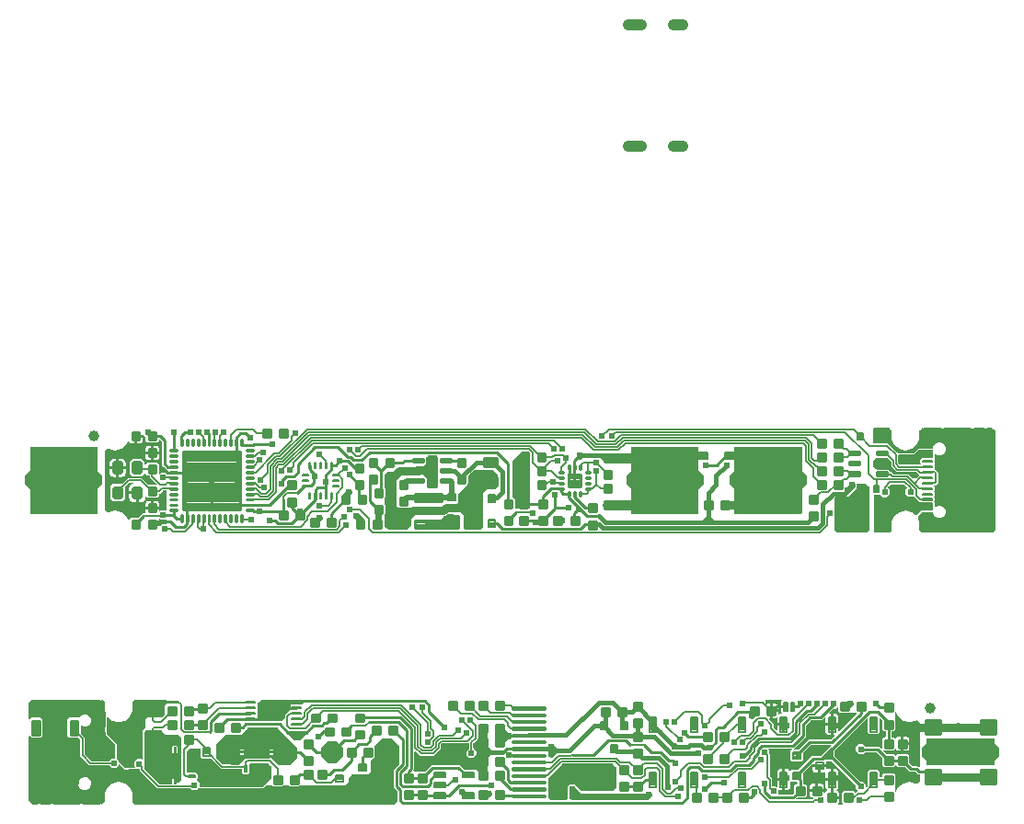
<source format=gbr>
G04 EAGLE Gerber RS-274X export*
G75*
%MOMM*%
%FSLAX34Y34*%
%LPD*%
%INBottom Copper*%
%IPPOS*%
%AMOC8*
5,1,8,0,0,1.08239X$1,22.5*%
G01*
%ADD10C,1.000000*%
%ADD11C,0.222250*%
%ADD12C,0.165000*%
%ADD13C,0.200000*%
%ADD14C,0.254000*%
%ADD15C,0.150000*%
%ADD16C,0.317500*%
%ADD17C,0.190500*%
%ADD18C,0.225000*%
%ADD19C,2.000000*%
%ADD20C,0.231000*%
%ADD21C,0.381000*%
%ADD22P,2.191840X8X112.500000*%
%ADD23C,0.134109*%
%ADD24C,1.000000*%
%ADD25C,0.550000*%
%ADD26C,0.280000*%
%ADD27C,0.290000*%
%ADD28C,0.184800*%
%ADD29C,0.369600*%
%ADD30C,0.363000*%
%ADD31C,0.285000*%
%ADD32C,0.350000*%
%ADD33C,0.399900*%
%ADD34C,0.604800*%
%ADD35C,0.800000*%
%ADD36C,1.143000*%
%ADD37C,0.508000*%
%ADD38C,0.203200*%
%ADD39C,0.609600*%
%ADD40C,0.127000*%
%ADD41C,0.177800*%
%ADD42C,0.762000*%
%ADD43C,0.889000*%
%ADD44C,0.152400*%

G36*
X62799Y67950D02*
X62799Y67950D01*
X62826Y67948D01*
X62909Y67970D01*
X62994Y67985D01*
X63017Y67999D01*
X63042Y68006D01*
X63113Y68056D01*
X63187Y68100D01*
X63204Y68120D01*
X63225Y68135D01*
X63274Y68207D01*
X63328Y68274D01*
X63337Y68299D01*
X63352Y68321D01*
X63373Y68405D01*
X63400Y68486D01*
X63400Y68513D01*
X63406Y68539D01*
X63396Y68624D01*
X63394Y68711D01*
X63384Y68735D01*
X63381Y68762D01*
X63342Y68839D01*
X63309Y68918D01*
X63292Y68938D01*
X63280Y68962D01*
X63184Y69055D01*
X63158Y69084D01*
X63152Y69087D01*
X63146Y69093D01*
X62524Y69545D01*
X61402Y73000D01*
X62524Y76455D01*
X65463Y78591D01*
X75297Y78591D01*
X78236Y76455D01*
X79358Y73000D01*
X78236Y69545D01*
X77614Y69093D01*
X77596Y69074D01*
X77573Y69060D01*
X77519Y68993D01*
X77459Y68931D01*
X77448Y68907D01*
X77432Y68886D01*
X77404Y68805D01*
X77370Y68725D01*
X77368Y68699D01*
X77360Y68674D01*
X77362Y68588D01*
X77358Y68501D01*
X77366Y68476D01*
X77366Y68449D01*
X77399Y68370D01*
X77424Y68287D01*
X77441Y68266D01*
X77451Y68242D01*
X77509Y68178D01*
X77562Y68110D01*
X77584Y68096D01*
X77602Y68076D01*
X77679Y68036D01*
X77752Y67991D01*
X77778Y67986D01*
X77802Y67973D01*
X77934Y67954D01*
X77972Y67946D01*
X77979Y67947D01*
X77987Y67946D01*
X102123Y67946D01*
X102149Y67950D01*
X102176Y67948D01*
X102259Y67970D01*
X102344Y67985D01*
X102367Y67999D01*
X102392Y68006D01*
X102463Y68056D01*
X102537Y68100D01*
X102554Y68120D01*
X102575Y68135D01*
X102624Y68207D01*
X102678Y68274D01*
X102687Y68299D01*
X102702Y68321D01*
X102723Y68405D01*
X102750Y68486D01*
X102750Y68513D01*
X102756Y68539D01*
X102746Y68624D01*
X102744Y68711D01*
X102734Y68735D01*
X102731Y68762D01*
X102692Y68839D01*
X102659Y68918D01*
X102642Y68938D01*
X102630Y68962D01*
X102534Y69055D01*
X102508Y69084D01*
X102502Y69087D01*
X102496Y69093D01*
X101874Y69545D01*
X100752Y73000D01*
X101874Y76455D01*
X104813Y78591D01*
X119447Y78591D01*
X122386Y76455D01*
X123508Y73000D01*
X122386Y69545D01*
X121764Y69093D01*
X121746Y69074D01*
X121723Y69060D01*
X121669Y68994D01*
X121609Y68931D01*
X121598Y68907D01*
X121582Y68886D01*
X121554Y68805D01*
X121520Y68725D01*
X121518Y68699D01*
X121510Y68674D01*
X121512Y68588D01*
X121508Y68501D01*
X121516Y68476D01*
X121516Y68449D01*
X121549Y68370D01*
X121574Y68287D01*
X121591Y68266D01*
X121601Y68242D01*
X121659Y68178D01*
X121712Y68110D01*
X121734Y68095D01*
X121752Y68076D01*
X121829Y68037D01*
X121902Y67991D01*
X121928Y67986D01*
X121952Y67973D01*
X122084Y67954D01*
X122122Y67946D01*
X122129Y67947D01*
X122137Y67946D01*
X122503Y67946D01*
X122545Y67953D01*
X122587Y67951D01*
X122654Y67973D01*
X122724Y67985D01*
X122760Y68007D01*
X122801Y68020D01*
X122873Y68074D01*
X122917Y68100D01*
X122930Y68116D01*
X122951Y68132D01*
X124898Y70079D01*
X124923Y70114D01*
X124954Y70142D01*
X124986Y70205D01*
X125027Y70263D01*
X125037Y70304D01*
X125057Y70342D01*
X125070Y70431D01*
X125083Y70480D01*
X125080Y70501D01*
X125084Y70527D01*
X125084Y78460D01*
X127601Y83686D01*
X132135Y87302D01*
X137790Y88592D01*
X143445Y87302D01*
X147979Y83686D01*
X150496Y78460D01*
X150496Y70527D01*
X150503Y70485D01*
X150501Y70443D01*
X150523Y70376D01*
X150535Y70306D01*
X150557Y70270D01*
X150570Y70229D01*
X150624Y70157D01*
X150650Y70113D01*
X150666Y70100D01*
X150682Y70079D01*
X152629Y68132D01*
X152664Y68107D01*
X152692Y68076D01*
X152755Y68044D01*
X152813Y68003D01*
X152854Y67993D01*
X152892Y67973D01*
X152981Y67960D01*
X153030Y67947D01*
X153051Y67950D01*
X153077Y67946D01*
X391668Y67946D01*
X391710Y67953D01*
X391752Y67951D01*
X391819Y67973D01*
X391889Y67985D01*
X391925Y68007D01*
X391966Y68020D01*
X392039Y68074D01*
X392082Y68100D01*
X392095Y68116D01*
X392116Y68132D01*
X394524Y70540D01*
X394549Y70574D01*
X394580Y70603D01*
X394612Y70666D01*
X394653Y70724D01*
X394663Y70765D01*
X394683Y70803D01*
X394696Y70892D01*
X394709Y70941D01*
X394706Y70962D01*
X394710Y70988D01*
X394710Y79706D01*
X394703Y79748D01*
X394705Y79790D01*
X394683Y79857D01*
X394671Y79927D01*
X394649Y79963D01*
X394636Y80004D01*
X394582Y80076D01*
X394556Y80120D01*
X394540Y80133D01*
X394524Y80154D01*
X390900Y83779D01*
X390900Y99652D01*
X392574Y101326D01*
X396050Y104802D01*
X396074Y104836D01*
X396104Y104864D01*
X396138Y104927D01*
X396179Y104986D01*
X396189Y105026D01*
X396208Y105063D01*
X396222Y105155D01*
X396235Y105204D01*
X396232Y105223D01*
X396236Y105248D01*
X396303Y121209D01*
X396295Y121252D01*
X396297Y121296D01*
X396276Y121362D01*
X396264Y121430D01*
X396242Y121467D01*
X396229Y121509D01*
X396198Y121551D01*
X396194Y121561D01*
X396176Y121581D01*
X396151Y121623D01*
X396134Y121637D01*
X396117Y121660D01*
X389698Y128078D01*
X389664Y128103D01*
X389635Y128134D01*
X389572Y128166D01*
X389514Y128207D01*
X389473Y128217D01*
X389435Y128237D01*
X389346Y128250D01*
X389297Y128263D01*
X389276Y128260D01*
X389250Y128264D01*
X380360Y128264D01*
X380318Y128257D01*
X380276Y128259D01*
X380209Y128237D01*
X380139Y128225D01*
X380103Y128203D01*
X380062Y128190D01*
X379989Y128136D01*
X379946Y128110D01*
X379933Y128094D01*
X379912Y128078D01*
X373562Y121728D01*
X373537Y121694D01*
X373506Y121665D01*
X373474Y121602D01*
X373433Y121544D01*
X373423Y121503D01*
X373403Y121465D01*
X373390Y121376D01*
X373378Y121327D01*
X373380Y121306D01*
X373376Y121280D01*
X373376Y111383D01*
X369752Y107758D01*
X369727Y107724D01*
X369696Y107695D01*
X369664Y107632D01*
X369623Y107574D01*
X369613Y107533D01*
X369593Y107495D01*
X369580Y107406D01*
X369568Y107357D01*
X369570Y107336D01*
X369566Y107310D01*
X369566Y97413D01*
X367397Y95244D01*
X352420Y95244D01*
X352378Y95237D01*
X352336Y95239D01*
X352269Y95217D01*
X352199Y95205D01*
X352163Y95183D01*
X352122Y95170D01*
X352049Y95116D01*
X352006Y95090D01*
X351993Y95074D01*
X351972Y95058D01*
X349432Y92518D01*
X349407Y92484D01*
X349376Y92455D01*
X349344Y92392D01*
X349303Y92334D01*
X349293Y92293D01*
X349273Y92255D01*
X349260Y92166D01*
X349257Y92153D01*
X349253Y92141D01*
X349253Y92138D01*
X349248Y92117D01*
X349250Y92096D01*
X349246Y92070D01*
X349246Y88523D01*
X345807Y85084D01*
X304530Y85084D01*
X304488Y85077D01*
X304446Y85079D01*
X304379Y85057D01*
X304309Y85045D01*
X304273Y85023D01*
X304232Y85010D01*
X304160Y84956D01*
X304116Y84930D01*
X304107Y84920D01*
X304102Y84917D01*
X304097Y84909D01*
X304082Y84898D01*
X304014Y84830D01*
X295162Y84830D01*
X295094Y84898D01*
X295062Y84921D01*
X295044Y84940D01*
X295042Y84941D01*
X295031Y84954D01*
X294968Y84986D01*
X294910Y85027D01*
X294869Y85037D01*
X294831Y85057D01*
X294742Y85070D01*
X294693Y85083D01*
X294672Y85080D01*
X294646Y85084D01*
X289290Y85084D01*
X289248Y85077D01*
X289206Y85079D01*
X289139Y85057D01*
X289069Y85045D01*
X289033Y85023D01*
X288992Y85010D01*
X288920Y84956D01*
X288876Y84930D01*
X288867Y84920D01*
X288862Y84917D01*
X288857Y84909D01*
X288842Y84898D01*
X288774Y84830D01*
X279922Y84830D01*
X279854Y84898D01*
X279822Y84921D01*
X279804Y84940D01*
X279802Y84941D01*
X279791Y84954D01*
X279728Y84986D01*
X279670Y85027D01*
X279629Y85037D01*
X279591Y85057D01*
X279502Y85070D01*
X279453Y85083D01*
X279432Y85080D01*
X279406Y85084D01*
X273462Y85084D01*
X273420Y85077D01*
X273378Y85079D01*
X273311Y85057D01*
X273241Y85045D01*
X273205Y85023D01*
X273164Y85010D01*
X273092Y84956D01*
X273048Y84930D01*
X273039Y84920D01*
X273034Y84917D01*
X273028Y84909D01*
X273014Y84898D01*
X270659Y82544D01*
X211160Y82544D01*
X211118Y82537D01*
X211076Y82539D01*
X211009Y82517D01*
X210939Y82505D01*
X210902Y82483D01*
X210862Y82470D01*
X210789Y82416D01*
X210746Y82390D01*
X210739Y82382D01*
X210735Y82380D01*
X210728Y82370D01*
X210711Y82358D01*
X209524Y81171D01*
X205756Y81171D01*
X204569Y82358D01*
X204536Y82381D01*
X204516Y82403D01*
X204514Y82404D01*
X204505Y82414D01*
X204442Y82446D01*
X204384Y82487D01*
X204343Y82497D01*
X204306Y82517D01*
X204216Y82530D01*
X204167Y82543D01*
X204146Y82540D01*
X204120Y82544D01*
X173831Y82544D01*
X157474Y98901D01*
X157474Y99690D01*
X157463Y99755D01*
X157461Y99821D01*
X157443Y99864D01*
X157435Y99911D01*
X157401Y99968D01*
X157376Y100028D01*
X157345Y100063D01*
X157320Y100104D01*
X157269Y100146D01*
X157225Y100194D01*
X157183Y100216D01*
X157146Y100245D01*
X157084Y100266D01*
X157025Y100297D01*
X156971Y100305D01*
X156934Y100317D01*
X156894Y100316D01*
X156840Y100324D01*
X147660Y100324D01*
X147618Y100317D01*
X147576Y100319D01*
X147508Y100297D01*
X147439Y100285D01*
X147402Y100263D01*
X147362Y100250D01*
X147323Y100221D01*
X143492Y100221D01*
X143482Y100226D01*
X143425Y100267D01*
X143403Y100272D01*
X142049Y101626D01*
X139103Y104571D01*
X139074Y104592D01*
X139065Y104602D01*
X139044Y104613D01*
X139030Y104622D01*
X138961Y104678D01*
X138939Y104686D01*
X138919Y104700D01*
X138833Y104722D01*
X138749Y104750D01*
X138725Y104750D01*
X138702Y104755D01*
X138613Y104746D01*
X138524Y104744D01*
X138502Y104735D01*
X138479Y104732D01*
X138399Y104693D01*
X138317Y104659D01*
X138299Y104643D01*
X138278Y104633D01*
X138217Y104568D01*
X138151Y104508D01*
X138140Y104487D01*
X138124Y104470D01*
X138089Y104388D01*
X138048Y104308D01*
X138045Y104282D01*
X138036Y104263D01*
X138034Y104213D01*
X138034Y104209D01*
X138028Y104192D01*
X138028Y104173D01*
X138021Y104123D01*
X138021Y103902D01*
X135356Y101237D01*
X131588Y101237D01*
X129131Y103694D01*
X129096Y103719D01*
X129067Y103750D01*
X129004Y103782D01*
X128946Y103823D01*
X128905Y103833D01*
X128868Y103853D01*
X128778Y103866D01*
X128729Y103879D01*
X128708Y103876D01*
X128682Y103880D01*
X111215Y103880D01*
X102584Y112511D01*
X102584Y127488D01*
X102577Y127530D01*
X102579Y127572D01*
X102557Y127639D01*
X102545Y127709D01*
X102523Y127745D01*
X102510Y127786D01*
X102456Y127858D01*
X102430Y127902D01*
X102414Y127915D01*
X102398Y127936D01*
X100845Y129489D01*
X100811Y129514D01*
X100782Y129545D01*
X100719Y129577D01*
X100661Y129618D01*
X100620Y129628D01*
X100582Y129648D01*
X100493Y129661D01*
X100444Y129674D01*
X100423Y129671D01*
X100397Y129675D01*
X92397Y129675D01*
X90845Y131227D01*
X90845Y146173D01*
X92397Y147725D01*
X101226Y147725D01*
X101279Y147734D01*
X101333Y147734D01*
X101388Y147754D01*
X101446Y147764D01*
X101493Y147792D01*
X101544Y147810D01*
X101589Y147849D01*
X101640Y147879D01*
X101674Y147921D01*
X101715Y147956D01*
X101752Y148017D01*
X101781Y148053D01*
X101791Y148082D01*
X101812Y148116D01*
X101921Y148380D01*
X103550Y150009D01*
X105678Y150891D01*
X107982Y150891D01*
X110110Y150009D01*
X111739Y148380D01*
X112621Y146252D01*
X112621Y143948D01*
X111739Y141820D01*
X110110Y140191D01*
X107982Y139309D01*
X105678Y139309D01*
X103772Y140099D01*
X103696Y140116D01*
X103623Y140140D01*
X103587Y140139D01*
X103553Y140147D01*
X103476Y140136D01*
X103398Y140134D01*
X103366Y140120D01*
X103330Y140115D01*
X103262Y140078D01*
X103191Y140049D01*
X103164Y140025D01*
X103133Y140009D01*
X103082Y139950D01*
X103025Y139898D01*
X103009Y139866D01*
X102985Y139840D01*
X102958Y139767D01*
X102922Y139698D01*
X102916Y139659D01*
X102906Y139630D01*
X102905Y139583D01*
X102895Y139513D01*
X102895Y133093D01*
X102902Y133051D01*
X102900Y133009D01*
X102922Y132942D01*
X102934Y132872D01*
X102956Y132836D01*
X102969Y132795D01*
X103023Y132723D01*
X103049Y132679D01*
X103065Y132666D01*
X103081Y132645D01*
X106396Y129329D01*
X106396Y114352D01*
X106403Y114310D01*
X106401Y114268D01*
X106423Y114201D01*
X106435Y114131D01*
X106457Y114095D01*
X106470Y114054D01*
X106524Y113982D01*
X106550Y113938D01*
X106566Y113925D01*
X106582Y113904D01*
X112608Y107878D01*
X112642Y107853D01*
X112671Y107822D01*
X112734Y107790D01*
X112792Y107749D01*
X112833Y107739D01*
X112871Y107719D01*
X112960Y107706D01*
X113009Y107693D01*
X113030Y107696D01*
X113056Y107692D01*
X128682Y107692D01*
X128724Y107699D01*
X128766Y107697D01*
X128833Y107719D01*
X128903Y107731D01*
X128940Y107753D01*
X128980Y107766D01*
X129053Y107820D01*
X129096Y107846D01*
X129109Y107862D01*
X129131Y107878D01*
X131588Y110335D01*
X133980Y110335D01*
X134045Y110346D01*
X134111Y110348D01*
X134154Y110366D01*
X134201Y110374D01*
X134258Y110408D01*
X134318Y110433D01*
X134353Y110464D01*
X134394Y110489D01*
X134436Y110540D01*
X134484Y110584D01*
X134506Y110626D01*
X134535Y110663D01*
X134556Y110725D01*
X134587Y110784D01*
X134595Y110838D01*
X134607Y110875D01*
X134606Y110915D01*
X134614Y110969D01*
X134614Y122768D01*
X134607Y122810D01*
X134609Y122852D01*
X134587Y122919D01*
X134575Y122989D01*
X134553Y123025D01*
X134540Y123066D01*
X134486Y123138D01*
X134460Y123182D01*
X134444Y123195D01*
X134428Y123216D01*
X125724Y131921D01*
X125724Y134270D01*
X125717Y134312D01*
X125719Y134354D01*
X125697Y134421D01*
X125685Y134491D01*
X125663Y134528D01*
X125650Y134568D01*
X125621Y134607D01*
X125621Y138438D01*
X125626Y138448D01*
X125667Y138506D01*
X125677Y138547D01*
X125697Y138584D01*
X125710Y138674D01*
X125723Y138723D01*
X125720Y138744D01*
X125724Y138770D01*
X125724Y152466D01*
X125716Y152514D01*
X125717Y152562D01*
X125693Y152639D01*
X125685Y152687D01*
X125671Y152710D01*
X125661Y152741D01*
X125084Y153940D01*
X125084Y161873D01*
X125077Y161915D01*
X125079Y161957D01*
X125057Y162024D01*
X125045Y162094D01*
X125023Y162130D01*
X125010Y162171D01*
X124956Y162243D01*
X124930Y162287D01*
X124914Y162300D01*
X124898Y162321D01*
X122951Y164268D01*
X122916Y164293D01*
X122888Y164324D01*
X122825Y164356D01*
X122767Y164397D01*
X122726Y164407D01*
X122688Y164427D01*
X122599Y164440D01*
X122550Y164453D01*
X122529Y164450D01*
X122503Y164454D01*
X122137Y164454D01*
X122111Y164450D01*
X122084Y164452D01*
X122001Y164430D01*
X121916Y164415D01*
X121893Y164401D01*
X121868Y164394D01*
X121797Y164344D01*
X121723Y164300D01*
X121706Y164280D01*
X121685Y164265D01*
X121636Y164193D01*
X121582Y164126D01*
X121573Y164101D01*
X121558Y164079D01*
X121537Y163995D01*
X121510Y163914D01*
X121510Y163887D01*
X121504Y163861D01*
X121514Y163776D01*
X121516Y163689D01*
X121526Y163665D01*
X121529Y163638D01*
X121568Y163561D01*
X121601Y163482D01*
X121618Y163462D01*
X121630Y163438D01*
X121726Y163345D01*
X121752Y163316D01*
X121758Y163313D01*
X121764Y163307D01*
X122386Y162855D01*
X123508Y159400D01*
X122386Y155945D01*
X119447Y153809D01*
X104813Y153809D01*
X101874Y155945D01*
X100752Y159400D01*
X101874Y162855D01*
X102496Y163307D01*
X102514Y163326D01*
X102537Y163340D01*
X102591Y163407D01*
X102651Y163469D01*
X102662Y163493D01*
X102678Y163514D01*
X102706Y163595D01*
X102740Y163675D01*
X102742Y163701D01*
X102750Y163726D01*
X102748Y163812D01*
X102752Y163899D01*
X102745Y163924D01*
X102744Y163951D01*
X102711Y164030D01*
X102686Y164113D01*
X102669Y164134D01*
X102659Y164158D01*
X102601Y164222D01*
X102548Y164290D01*
X102526Y164304D01*
X102508Y164324D01*
X102431Y164364D01*
X102358Y164409D01*
X102332Y164414D01*
X102308Y164427D01*
X102176Y164446D01*
X102138Y164454D01*
X102131Y164453D01*
X102123Y164454D01*
X77987Y164454D01*
X77961Y164450D01*
X77934Y164452D01*
X77851Y164430D01*
X77766Y164415D01*
X77743Y164401D01*
X77718Y164394D01*
X77647Y164344D01*
X77573Y164300D01*
X77556Y164280D01*
X77535Y164265D01*
X77486Y164193D01*
X77432Y164126D01*
X77423Y164101D01*
X77408Y164079D01*
X77387Y163995D01*
X77360Y163914D01*
X77360Y163887D01*
X77354Y163861D01*
X77364Y163776D01*
X77366Y163689D01*
X77376Y163665D01*
X77379Y163638D01*
X77418Y163561D01*
X77451Y163482D01*
X77468Y163462D01*
X77480Y163438D01*
X77576Y163345D01*
X77602Y163316D01*
X77608Y163313D01*
X77614Y163307D01*
X78236Y162855D01*
X79358Y159400D01*
X78236Y155945D01*
X75297Y153809D01*
X65463Y153809D01*
X62524Y155945D01*
X61402Y159400D01*
X62524Y162855D01*
X63146Y163307D01*
X63164Y163326D01*
X63187Y163340D01*
X63241Y163407D01*
X63301Y163469D01*
X63312Y163493D01*
X63328Y163514D01*
X63356Y163595D01*
X63390Y163675D01*
X63392Y163701D01*
X63400Y163726D01*
X63398Y163812D01*
X63402Y163899D01*
X63395Y163924D01*
X63394Y163951D01*
X63361Y164030D01*
X63336Y164113D01*
X63319Y164134D01*
X63309Y164158D01*
X63251Y164222D01*
X63198Y164290D01*
X63176Y164304D01*
X63158Y164324D01*
X63081Y164364D01*
X63008Y164409D01*
X62982Y164414D01*
X62958Y164427D01*
X62826Y164446D01*
X62788Y164454D01*
X62781Y164453D01*
X62773Y164454D01*
X59050Y164454D01*
X59015Y164448D01*
X58967Y164449D01*
X58147Y164341D01*
X58118Y164331D01*
X58087Y164330D01*
X57977Y164287D01*
X57933Y164273D01*
X57925Y164266D01*
X57912Y164261D01*
X56491Y163441D01*
X56436Y163394D01*
X56376Y163355D01*
X56347Y163319D01*
X56320Y163296D01*
X56299Y163258D01*
X56259Y163209D01*
X55439Y161788D01*
X55428Y161759D01*
X55411Y161733D01*
X55378Y161619D01*
X55363Y161576D01*
X55363Y161566D01*
X55359Y161553D01*
X55251Y160733D01*
X55253Y160698D01*
X55246Y160650D01*
X55246Y159387D01*
X55242Y159375D01*
X55245Y159354D01*
X55241Y159328D01*
X55241Y147099D01*
X55256Y147011D01*
X55266Y146923D01*
X55276Y146902D01*
X55280Y146878D01*
X55326Y146802D01*
X55365Y146722D01*
X55382Y146706D01*
X55395Y146685D01*
X55464Y146629D01*
X55528Y146568D01*
X55550Y146559D01*
X55569Y146544D01*
X55653Y146515D01*
X55735Y146481D01*
X55759Y146480D01*
X55781Y146472D01*
X55870Y146475D01*
X55959Y146471D01*
X55982Y146478D01*
X56006Y146479D01*
X56088Y146512D01*
X56173Y146539D01*
X56194Y146555D01*
X56213Y146563D01*
X56251Y146597D01*
X56323Y146651D01*
X57397Y147725D01*
X66343Y147725D01*
X67895Y146173D01*
X67895Y131227D01*
X66343Y129675D01*
X57397Y129675D01*
X56323Y130749D01*
X56250Y130800D01*
X56181Y130856D01*
X56159Y130864D01*
X56139Y130877D01*
X56053Y130900D01*
X55969Y130928D01*
X55945Y130927D01*
X55922Y130933D01*
X55833Y130924D01*
X55744Y130921D01*
X55722Y130913D01*
X55699Y130910D01*
X55619Y130871D01*
X55537Y130837D01*
X55519Y130821D01*
X55498Y130811D01*
X55437Y130746D01*
X55371Y130686D01*
X55360Y130665D01*
X55344Y130647D01*
X55309Y130565D01*
X55268Y130486D01*
X55265Y130460D01*
X55256Y130441D01*
X55254Y130390D01*
X55241Y130301D01*
X55241Y73072D01*
X55246Y73044D01*
X55246Y71750D01*
X55252Y71715D01*
X55251Y71667D01*
X55359Y70847D01*
X55369Y70818D01*
X55370Y70787D01*
X55413Y70677D01*
X55427Y70633D01*
X55434Y70625D01*
X55439Y70612D01*
X56259Y69191D01*
X56306Y69136D01*
X56345Y69076D01*
X56381Y69047D01*
X56404Y69020D01*
X56442Y68999D01*
X56491Y68959D01*
X57912Y68139D01*
X57941Y68128D01*
X57967Y68111D01*
X58081Y68078D01*
X58124Y68063D01*
X58134Y68063D01*
X58147Y68059D01*
X58967Y67951D01*
X59002Y67953D01*
X59050Y67946D01*
X62773Y67946D01*
X62799Y67950D01*
G37*
G36*
X877889Y317950D02*
X877889Y317950D01*
X877916Y317948D01*
X877999Y317970D01*
X878084Y317985D01*
X878107Y317999D01*
X878132Y318006D01*
X878203Y318056D01*
X878277Y318100D01*
X878294Y318120D01*
X878315Y318135D01*
X878364Y318207D01*
X878418Y318274D01*
X878427Y318299D01*
X878442Y318321D01*
X878463Y318405D01*
X878490Y318486D01*
X878490Y318513D01*
X878496Y318539D01*
X878486Y318624D01*
X878484Y318711D01*
X878474Y318735D01*
X878471Y318762D01*
X878432Y318839D01*
X878399Y318918D01*
X878382Y318938D01*
X878370Y318962D01*
X878274Y319055D01*
X878248Y319084D01*
X878242Y319087D01*
X878236Y319093D01*
X877614Y319545D01*
X876492Y323000D01*
X877614Y326455D01*
X880553Y328591D01*
X895187Y328591D01*
X898126Y326455D01*
X899248Y323000D01*
X898126Y319545D01*
X897504Y319093D01*
X897486Y319074D01*
X897463Y319060D01*
X897409Y318993D01*
X897349Y318931D01*
X897338Y318907D01*
X897322Y318886D01*
X897294Y318805D01*
X897260Y318725D01*
X897258Y318699D01*
X897250Y318674D01*
X897252Y318588D01*
X897248Y318501D01*
X897255Y318476D01*
X897256Y318449D01*
X897289Y318370D01*
X897314Y318287D01*
X897331Y318266D01*
X897341Y318242D01*
X897399Y318178D01*
X897452Y318110D01*
X897474Y318096D01*
X897492Y318076D01*
X897569Y318036D01*
X897642Y317991D01*
X897668Y317986D01*
X897692Y317973D01*
X897824Y317954D01*
X897862Y317946D01*
X897869Y317947D01*
X897877Y317946D01*
X922013Y317946D01*
X922039Y317950D01*
X922066Y317948D01*
X922149Y317970D01*
X922234Y317985D01*
X922257Y317999D01*
X922282Y318006D01*
X922353Y318056D01*
X922427Y318100D01*
X922444Y318120D01*
X922465Y318135D01*
X922514Y318207D01*
X922568Y318274D01*
X922577Y318299D01*
X922592Y318321D01*
X922613Y318405D01*
X922640Y318486D01*
X922640Y318513D01*
X922646Y318539D01*
X922636Y318624D01*
X922634Y318711D01*
X922624Y318735D01*
X922621Y318762D01*
X922582Y318839D01*
X922549Y318918D01*
X922532Y318938D01*
X922520Y318962D01*
X922424Y319055D01*
X922398Y319084D01*
X922392Y319087D01*
X922386Y319093D01*
X921764Y319545D01*
X920642Y323000D01*
X921764Y326455D01*
X924703Y328591D01*
X934537Y328591D01*
X937476Y326455D01*
X938598Y323000D01*
X937476Y319545D01*
X936854Y319093D01*
X936836Y319074D01*
X936813Y319060D01*
X936759Y318993D01*
X936699Y318931D01*
X936688Y318907D01*
X936672Y318886D01*
X936644Y318805D01*
X936610Y318725D01*
X936608Y318699D01*
X936600Y318674D01*
X936602Y318588D01*
X936598Y318501D01*
X936605Y318476D01*
X936606Y318449D01*
X936639Y318370D01*
X936664Y318287D01*
X936681Y318266D01*
X936691Y318242D01*
X936749Y318178D01*
X936802Y318110D01*
X936824Y318096D01*
X936842Y318076D01*
X936919Y318036D01*
X936992Y317991D01*
X937018Y317986D01*
X937042Y317973D01*
X937174Y317954D01*
X937212Y317946D01*
X937219Y317947D01*
X937227Y317946D01*
X940950Y317946D01*
X940985Y317952D01*
X941033Y317951D01*
X941853Y318059D01*
X941882Y318069D01*
X941913Y318070D01*
X942023Y318113D01*
X942067Y318127D01*
X942075Y318134D01*
X942088Y318139D01*
X943509Y318959D01*
X943564Y319006D01*
X943624Y319045D01*
X943653Y319081D01*
X943680Y319104D01*
X943701Y319142D01*
X943741Y319191D01*
X944561Y320612D01*
X944572Y320641D01*
X944589Y320667D01*
X944622Y320780D01*
X944637Y320823D01*
X944637Y320834D01*
X944641Y320847D01*
X944749Y321667D01*
X944747Y321702D01*
X944754Y321750D01*
X944754Y323011D01*
X944757Y323023D01*
X944755Y323045D01*
X944759Y323072D01*
X944759Y409328D01*
X944754Y409356D01*
X944754Y410650D01*
X944748Y410685D01*
X944749Y410733D01*
X944641Y411553D01*
X944631Y411582D01*
X944630Y411613D01*
X944587Y411723D01*
X944573Y411767D01*
X944566Y411775D01*
X944561Y411788D01*
X943741Y413209D01*
X943694Y413264D01*
X943655Y413324D01*
X943619Y413353D01*
X943596Y413380D01*
X943558Y413401D01*
X943509Y413441D01*
X942088Y414261D01*
X942059Y414272D01*
X942033Y414289D01*
X941919Y414322D01*
X941916Y414323D01*
X941914Y414324D01*
X941913Y414324D01*
X941876Y414337D01*
X941866Y414337D01*
X941853Y414341D01*
X941033Y414449D01*
X940998Y414447D01*
X940950Y414454D01*
X937227Y414454D01*
X937201Y414450D01*
X937174Y414452D01*
X937091Y414430D01*
X937006Y414415D01*
X936983Y414401D01*
X936958Y414394D01*
X936887Y414344D01*
X936813Y414300D01*
X936796Y414280D01*
X936775Y414265D01*
X936726Y414193D01*
X936672Y414126D01*
X936663Y414101D01*
X936648Y414079D01*
X936627Y413995D01*
X936600Y413914D01*
X936600Y413887D01*
X936594Y413861D01*
X936604Y413776D01*
X936606Y413689D01*
X936616Y413665D01*
X936619Y413638D01*
X936658Y413561D01*
X936691Y413482D01*
X936708Y413462D01*
X936720Y413438D01*
X936816Y413345D01*
X936842Y413316D01*
X936848Y413313D01*
X936854Y413307D01*
X937476Y412855D01*
X938598Y409400D01*
X937476Y405945D01*
X934537Y403809D01*
X924703Y403809D01*
X921764Y405945D01*
X920642Y409400D01*
X921764Y412855D01*
X922386Y413307D01*
X922404Y413326D01*
X922427Y413340D01*
X922481Y413407D01*
X922541Y413469D01*
X922552Y413493D01*
X922568Y413514D01*
X922596Y413595D01*
X922630Y413675D01*
X922632Y413701D01*
X922640Y413726D01*
X922638Y413812D01*
X922642Y413899D01*
X922635Y413924D01*
X922634Y413951D01*
X922601Y414030D01*
X922576Y414113D01*
X922559Y414134D01*
X922549Y414158D01*
X922491Y414222D01*
X922438Y414290D01*
X922416Y414304D01*
X922398Y414324D01*
X922321Y414364D01*
X922248Y414409D01*
X922222Y414414D01*
X922198Y414427D01*
X922066Y414446D01*
X922028Y414454D01*
X922021Y414453D01*
X922013Y414454D01*
X897877Y414454D01*
X897851Y414450D01*
X897824Y414452D01*
X897741Y414430D01*
X897656Y414415D01*
X897633Y414401D01*
X897608Y414394D01*
X897537Y414344D01*
X897463Y414300D01*
X897446Y414280D01*
X897425Y414265D01*
X897376Y414193D01*
X897322Y414126D01*
X897313Y414101D01*
X897298Y414079D01*
X897277Y413995D01*
X897250Y413914D01*
X897250Y413887D01*
X897244Y413861D01*
X897254Y413776D01*
X897256Y413689D01*
X897266Y413665D01*
X897269Y413638D01*
X897308Y413561D01*
X897341Y413482D01*
X897358Y413462D01*
X897370Y413438D01*
X897466Y413345D01*
X897492Y413316D01*
X897498Y413313D01*
X897504Y413307D01*
X898126Y412855D01*
X899248Y409400D01*
X898126Y405945D01*
X895187Y403809D01*
X880553Y403809D01*
X877614Y405945D01*
X876492Y409400D01*
X877614Y412855D01*
X878236Y413307D01*
X878254Y413326D01*
X878277Y413340D01*
X878331Y413407D01*
X878391Y413469D01*
X878402Y413493D01*
X878418Y413514D01*
X878446Y413595D01*
X878480Y413675D01*
X878482Y413701D01*
X878490Y413726D01*
X878488Y413812D01*
X878492Y413899D01*
X878485Y413924D01*
X878484Y413951D01*
X878451Y414030D01*
X878426Y414113D01*
X878409Y414134D01*
X878399Y414158D01*
X878341Y414222D01*
X878288Y414290D01*
X878266Y414304D01*
X878248Y414324D01*
X878171Y414364D01*
X878098Y414409D01*
X878072Y414414D01*
X878048Y414427D01*
X877916Y414446D01*
X877878Y414454D01*
X877871Y414453D01*
X877863Y414454D01*
X877497Y414454D01*
X877455Y414447D01*
X877413Y414449D01*
X877346Y414427D01*
X877276Y414415D01*
X877240Y414393D01*
X877199Y414380D01*
X877127Y414326D01*
X877083Y414300D01*
X877070Y414284D01*
X877049Y414268D01*
X875102Y412321D01*
X875077Y412286D01*
X875046Y412258D01*
X875014Y412195D01*
X874973Y412137D01*
X874963Y412096D01*
X874943Y412058D01*
X874930Y411969D01*
X874917Y411920D01*
X874920Y411899D01*
X874916Y411873D01*
X874916Y403940D01*
X872399Y398714D01*
X867865Y395098D01*
X862210Y393808D01*
X856555Y395098D01*
X852021Y398714D01*
X849504Y403940D01*
X849504Y411873D01*
X849497Y411915D01*
X849499Y411957D01*
X849477Y412024D01*
X849465Y412094D01*
X849443Y412130D01*
X849430Y412171D01*
X849376Y412243D01*
X849350Y412287D01*
X849334Y412300D01*
X849318Y412321D01*
X847371Y414269D01*
X847336Y414293D01*
X847308Y414324D01*
X847245Y414356D01*
X847187Y414397D01*
X847146Y414407D01*
X847108Y414427D01*
X847019Y414440D01*
X846970Y414453D01*
X846949Y414450D01*
X846923Y414454D01*
X833000Y414454D01*
X832935Y414443D01*
X832869Y414441D01*
X832826Y414423D01*
X832779Y414415D01*
X832722Y414381D01*
X832662Y414356D01*
X832627Y414325D01*
X832586Y414300D01*
X832545Y414249D01*
X832496Y414205D01*
X832474Y414163D01*
X832445Y414126D01*
X832424Y414064D01*
X832393Y414005D01*
X832385Y413951D01*
X832373Y413914D01*
X832374Y413874D01*
X832366Y413820D01*
X832366Y400675D01*
X832377Y400610D01*
X832379Y400544D01*
X832397Y400501D01*
X832405Y400454D01*
X832439Y400397D01*
X832464Y400337D01*
X832495Y400302D01*
X832520Y400261D01*
X832571Y400219D01*
X832615Y400171D01*
X832657Y400149D01*
X832694Y400120D01*
X832756Y400099D01*
X832815Y400068D01*
X832869Y400060D01*
X832906Y400048D01*
X832946Y400049D01*
X833000Y400041D01*
X845796Y400041D01*
X847099Y398739D01*
X853416Y392422D01*
X853450Y392397D01*
X853479Y392366D01*
X853542Y392334D01*
X853600Y392293D01*
X853641Y392283D01*
X853679Y392263D01*
X853768Y392250D01*
X853817Y392237D01*
X853838Y392240D01*
X853864Y392236D01*
X868778Y392236D01*
X868820Y392243D01*
X868862Y392241D01*
X868929Y392263D01*
X868999Y392275D01*
X869035Y392297D01*
X869076Y392310D01*
X869148Y392364D01*
X869192Y392390D01*
X869205Y392406D01*
X869226Y392422D01*
X872343Y395538D01*
X886745Y395538D01*
X886810Y395549D01*
X886876Y395551D01*
X886919Y395569D01*
X886966Y395577D01*
X887023Y395611D01*
X887083Y395636D01*
X887118Y395667D01*
X887159Y395692D01*
X887201Y395743D01*
X887249Y395787D01*
X887271Y395829D01*
X887300Y395866D01*
X887321Y395928D01*
X887352Y395987D01*
X887360Y396041D01*
X887372Y396078D01*
X887371Y396118D01*
X887379Y396172D01*
X887379Y396252D01*
X888261Y398380D01*
X889890Y400009D01*
X892018Y400891D01*
X894322Y400891D01*
X896450Y400009D01*
X898079Y398380D01*
X898961Y396252D01*
X898961Y393948D01*
X898079Y391820D01*
X896450Y390191D01*
X894322Y389309D01*
X892018Y389309D01*
X889890Y390191D01*
X889837Y390244D01*
X889763Y390295D01*
X889694Y390351D01*
X889672Y390359D01*
X889652Y390372D01*
X889566Y390395D01*
X889482Y390423D01*
X889458Y390422D01*
X889435Y390428D01*
X889346Y390419D01*
X889257Y390416D01*
X889236Y390408D01*
X889212Y390405D01*
X889132Y390366D01*
X889050Y390332D01*
X889032Y390316D01*
X889011Y390306D01*
X888950Y390241D01*
X888884Y390181D01*
X888873Y390160D01*
X888857Y390142D01*
X888822Y390060D01*
X888781Y389981D01*
X888778Y389955D01*
X888769Y389936D01*
X888767Y389885D01*
X888754Y389796D01*
X888754Y376360D01*
X888765Y376295D01*
X888767Y376229D01*
X888785Y376186D01*
X888793Y376139D01*
X888827Y376082D01*
X888852Y376022D01*
X888883Y375987D01*
X888908Y375946D01*
X888959Y375904D01*
X889003Y375856D01*
X889045Y375834D01*
X889082Y375805D01*
X889144Y375784D01*
X889203Y375753D01*
X889257Y375745D01*
X889294Y375733D01*
X889334Y375734D01*
X889388Y375726D01*
X889669Y375726D01*
X892056Y373339D01*
X892056Y364141D01*
X889709Y361794D01*
X888572Y361794D01*
X888484Y361779D01*
X888396Y361769D01*
X888375Y361759D01*
X888351Y361755D01*
X888274Y361709D01*
X888195Y361670D01*
X888178Y361653D01*
X888158Y361640D01*
X888102Y361571D01*
X888041Y361507D01*
X888032Y361485D01*
X888017Y361466D01*
X887988Y361382D01*
X887953Y361300D01*
X887952Y361276D01*
X887945Y361254D01*
X887947Y361165D01*
X887943Y361076D01*
X887951Y361053D01*
X887951Y361029D01*
X887985Y360947D01*
X888012Y360862D01*
X888028Y360841D01*
X888036Y360822D01*
X888070Y360784D01*
X888123Y360712D01*
X888645Y360190D01*
X888645Y357210D01*
X888084Y356649D01*
X888046Y356594D01*
X888001Y356547D01*
X887982Y356503D01*
X887955Y356464D01*
X887939Y356401D01*
X887913Y356340D01*
X887911Y356293D01*
X887899Y356247D01*
X887906Y356182D01*
X887903Y356116D01*
X887918Y356071D01*
X887923Y356024D01*
X887952Y355965D01*
X887972Y355902D01*
X888005Y355858D01*
X888022Y355823D01*
X888051Y355796D01*
X888084Y355752D01*
X888645Y355190D01*
X888645Y352210D01*
X888084Y351648D01*
X888046Y351594D01*
X888001Y351547D01*
X887982Y351503D01*
X887955Y351464D01*
X887939Y351401D01*
X887913Y351340D01*
X887911Y351293D01*
X887899Y351247D01*
X887906Y351182D01*
X887903Y351116D01*
X887918Y351071D01*
X887923Y351024D01*
X887952Y350965D01*
X887972Y350902D01*
X888005Y350858D01*
X888022Y350823D01*
X888051Y350796D01*
X888084Y350751D01*
X888645Y350190D01*
X888645Y347210D01*
X888602Y347167D01*
X888564Y347113D01*
X888519Y347065D01*
X888501Y347022D01*
X888474Y346983D01*
X888457Y346919D01*
X888432Y346858D01*
X888430Y346811D01*
X888418Y346765D01*
X888425Y346700D01*
X888422Y346634D01*
X888436Y346589D01*
X888441Y346542D01*
X888470Y346483D01*
X888490Y346421D01*
X888523Y346376D01*
X888541Y346341D01*
X888569Y346314D01*
X888602Y346270D01*
X888881Y345991D01*
X888881Y342731D01*
X888897Y342643D01*
X888906Y342554D01*
X888916Y342533D01*
X888920Y342510D01*
X888966Y342433D01*
X889006Y342353D01*
X889023Y342337D01*
X889035Y342317D01*
X889104Y342261D01*
X889169Y342200D01*
X889191Y342191D01*
X889209Y342176D01*
X889293Y342147D01*
X889376Y342112D01*
X889399Y342111D01*
X889421Y342104D01*
X889510Y342107D01*
X889600Y342103D01*
X889622Y342110D01*
X889646Y342111D01*
X889728Y342144D01*
X889813Y342172D01*
X889831Y342185D01*
X892018Y343091D01*
X894322Y343091D01*
X896450Y342209D01*
X898079Y340580D01*
X898961Y338452D01*
X898961Y336148D01*
X898079Y334020D01*
X896450Y332391D01*
X894322Y331509D01*
X892018Y331509D01*
X889890Y332391D01*
X888261Y334020D01*
X887379Y336148D01*
X887379Y336355D01*
X887368Y336420D01*
X887366Y336486D01*
X887348Y336529D01*
X887340Y336576D01*
X887306Y336633D01*
X887281Y336693D01*
X887250Y336728D01*
X887225Y336769D01*
X887174Y336811D01*
X887130Y336859D01*
X887088Y336881D01*
X887051Y336910D01*
X886989Y336931D01*
X886930Y336962D01*
X886876Y336970D01*
X886839Y336982D01*
X886799Y336981D01*
X886745Y336989D01*
X877241Y336989D01*
X877199Y336982D01*
X877157Y336984D01*
X877090Y336962D01*
X877020Y336950D01*
X876984Y336928D01*
X876943Y336915D01*
X876871Y336861D01*
X876827Y336835D01*
X876817Y336823D01*
X876811Y336819D01*
X876806Y336814D01*
X876793Y336803D01*
X873827Y333837D01*
X873802Y333803D01*
X873771Y333774D01*
X873739Y333711D01*
X873698Y333653D01*
X873688Y333612D01*
X873668Y333574D01*
X873655Y333485D01*
X873642Y333436D01*
X873645Y333415D01*
X873641Y333389D01*
X873641Y331252D01*
X873649Y331205D01*
X873648Y331156D01*
X873654Y331136D01*
X873654Y331134D01*
X873656Y331130D01*
X873672Y331080D01*
X873680Y331031D01*
X873694Y331009D01*
X873704Y330977D01*
X874916Y328460D01*
X874916Y320527D01*
X874923Y320485D01*
X874921Y320443D01*
X874943Y320376D01*
X874955Y320306D01*
X874977Y320270D01*
X874990Y320229D01*
X875044Y320157D01*
X875070Y320113D01*
X875086Y320100D01*
X875102Y320079D01*
X877049Y318132D01*
X877084Y318107D01*
X877112Y318076D01*
X877175Y318044D01*
X877233Y318003D01*
X877274Y317993D01*
X877312Y317973D01*
X877401Y317960D01*
X877450Y317947D01*
X877471Y317950D01*
X877497Y317946D01*
X877863Y317946D01*
X877889Y317950D01*
G37*
G36*
X118055Y335097D02*
X118055Y335097D01*
X118121Y335099D01*
X118164Y335117D01*
X118211Y335125D01*
X118268Y335159D01*
X118328Y335184D01*
X118363Y335215D01*
X118404Y335240D01*
X118446Y335291D01*
X118494Y335335D01*
X118516Y335377D01*
X118545Y335414D01*
X118566Y335476D01*
X118597Y335535D01*
X118605Y335589D01*
X118617Y335626D01*
X118616Y335666D01*
X118624Y335720D01*
X118624Y396680D01*
X118613Y396745D01*
X118611Y396811D01*
X118593Y396854D01*
X118585Y396901D01*
X118551Y396958D01*
X118526Y397018D01*
X118495Y397053D01*
X118470Y397094D01*
X118419Y397136D01*
X118375Y397184D01*
X118333Y397206D01*
X118296Y397235D01*
X118234Y397256D01*
X118175Y397287D01*
X118121Y397295D01*
X118084Y397307D01*
X118044Y397306D01*
X117990Y397314D01*
X57030Y397314D01*
X56965Y397303D01*
X56899Y397301D01*
X56856Y397283D01*
X56809Y397275D01*
X56752Y397241D01*
X56692Y397216D01*
X56657Y397185D01*
X56616Y397160D01*
X56575Y397109D01*
X56526Y397065D01*
X56504Y397023D01*
X56475Y396986D01*
X56454Y396924D01*
X56423Y396865D01*
X56415Y396811D01*
X56403Y396774D01*
X56404Y396734D01*
X56396Y396680D01*
X56396Y335720D01*
X56407Y335655D01*
X56409Y335589D01*
X56427Y335546D01*
X56435Y335499D01*
X56469Y335442D01*
X56494Y335382D01*
X56525Y335347D01*
X56550Y335306D01*
X56601Y335265D01*
X56645Y335216D01*
X56687Y335194D01*
X56724Y335165D01*
X56786Y335144D01*
X56845Y335113D01*
X56899Y335105D01*
X56936Y335093D01*
X56976Y335094D01*
X57030Y335086D01*
X117990Y335086D01*
X118055Y335097D01*
G37*
G36*
X671013Y335097D02*
X671013Y335097D01*
X671079Y335099D01*
X671122Y335117D01*
X671169Y335125D01*
X671226Y335159D01*
X671286Y335184D01*
X671321Y335215D01*
X671362Y335240D01*
X671404Y335291D01*
X671452Y335335D01*
X671474Y335377D01*
X671503Y335414D01*
X671524Y335476D01*
X671555Y335535D01*
X671563Y335589D01*
X671575Y335626D01*
X671574Y335666D01*
X671582Y335720D01*
X671582Y396680D01*
X671571Y396745D01*
X671569Y396811D01*
X671551Y396854D01*
X671543Y396901D01*
X671509Y396958D01*
X671484Y397018D01*
X671453Y397053D01*
X671428Y397094D01*
X671377Y397136D01*
X671333Y397184D01*
X671291Y397206D01*
X671254Y397235D01*
X671192Y397256D01*
X671133Y397287D01*
X671079Y397295D01*
X671042Y397307D01*
X671002Y397306D01*
X670948Y397314D01*
X609988Y397314D01*
X609923Y397303D01*
X609857Y397301D01*
X609814Y397283D01*
X609767Y397275D01*
X609710Y397241D01*
X609650Y397216D01*
X609615Y397185D01*
X609574Y397160D01*
X609533Y397109D01*
X609484Y397065D01*
X609462Y397023D01*
X609433Y396986D01*
X609412Y396924D01*
X609381Y396865D01*
X609373Y396811D01*
X609361Y396774D01*
X609362Y396734D01*
X609354Y396680D01*
X609354Y335720D01*
X609365Y335655D01*
X609367Y335589D01*
X609385Y335546D01*
X609393Y335499D01*
X609427Y335442D01*
X609452Y335382D01*
X609483Y335347D01*
X609508Y335306D01*
X609559Y335265D01*
X609603Y335216D01*
X609645Y335194D01*
X609682Y335165D01*
X609744Y335144D01*
X609803Y335113D01*
X609857Y335105D01*
X609894Y335093D01*
X609934Y335094D01*
X609988Y335086D01*
X670948Y335086D01*
X671013Y335097D01*
G37*
G36*
X766009Y335097D02*
X766009Y335097D01*
X766075Y335099D01*
X766118Y335117D01*
X766165Y335125D01*
X766222Y335159D01*
X766282Y335184D01*
X766317Y335215D01*
X766358Y335240D01*
X766400Y335291D01*
X766448Y335335D01*
X766470Y335377D01*
X766499Y335414D01*
X766520Y335476D01*
X766551Y335535D01*
X766559Y335589D01*
X766571Y335626D01*
X766570Y335666D01*
X766578Y335720D01*
X766578Y396680D01*
X766567Y396745D01*
X766565Y396811D01*
X766547Y396854D01*
X766539Y396901D01*
X766505Y396958D01*
X766480Y397018D01*
X766449Y397053D01*
X766424Y397094D01*
X766373Y397136D01*
X766329Y397184D01*
X766287Y397206D01*
X766250Y397235D01*
X766188Y397256D01*
X766129Y397287D01*
X766075Y397295D01*
X766038Y397307D01*
X765998Y397306D01*
X765944Y397314D01*
X704984Y397314D01*
X704919Y397303D01*
X704853Y397301D01*
X704810Y397283D01*
X704763Y397275D01*
X704706Y397241D01*
X704646Y397216D01*
X704611Y397185D01*
X704570Y397160D01*
X704529Y397109D01*
X704480Y397065D01*
X704458Y397023D01*
X704429Y396986D01*
X704408Y396924D01*
X704377Y396865D01*
X704369Y396811D01*
X704357Y396774D01*
X704358Y396734D01*
X704350Y396680D01*
X704350Y335720D01*
X704361Y335655D01*
X704363Y335589D01*
X704381Y335546D01*
X704389Y335499D01*
X704423Y335442D01*
X704448Y335382D01*
X704479Y335347D01*
X704504Y335306D01*
X704555Y335265D01*
X704599Y335216D01*
X704641Y335194D01*
X704678Y335165D01*
X704740Y335144D01*
X704799Y335113D01*
X704853Y335105D01*
X704890Y335093D01*
X704930Y335094D01*
X704984Y335086D01*
X765944Y335086D01*
X766009Y335097D01*
G37*
G36*
X147040Y329691D02*
X147040Y329691D01*
X147099Y329689D01*
X147150Y329705D01*
X147203Y329712D01*
X147256Y329739D01*
X147313Y329757D01*
X147364Y329795D01*
X147402Y329815D01*
X147426Y329841D01*
X147464Y329869D01*
X149124Y331530D01*
X155664Y331530D01*
X155706Y331537D01*
X155748Y331535D01*
X155815Y331557D01*
X155885Y331569D01*
X155921Y331591D01*
X155962Y331604D01*
X156034Y331658D01*
X156078Y331684D01*
X156091Y331700D01*
X156112Y331716D01*
X160118Y335721D01*
X161842Y335721D01*
X161878Y335727D01*
X161914Y335725D01*
X161988Y335747D01*
X162063Y335760D01*
X162095Y335779D01*
X162129Y335789D01*
X162190Y335835D01*
X162257Y335875D01*
X162279Y335903D01*
X162308Y335924D01*
X162349Y335989D01*
X162398Y336049D01*
X162410Y336083D01*
X162429Y336114D01*
X162445Y336189D01*
X162470Y336261D01*
X162469Y336297D01*
X162476Y336333D01*
X162465Y336436D01*
X162463Y336486D01*
X162457Y336500D01*
X162455Y336519D01*
X162312Y337052D01*
X162312Y339531D01*
X168155Y339531D01*
X168220Y339542D01*
X168285Y339544D01*
X168329Y339562D01*
X168376Y339570D01*
X168432Y339604D01*
X168493Y339629D01*
X168528Y339661D01*
X168569Y339685D01*
X168610Y339736D01*
X168659Y339780D01*
X168681Y339822D01*
X168710Y339859D01*
X168731Y339921D01*
X168761Y339980D01*
X168770Y340034D01*
X168782Y340071D01*
X168781Y340111D01*
X168789Y340165D01*
X168789Y340801D01*
X168791Y340801D01*
X168791Y340165D01*
X168803Y340100D01*
X168804Y340035D01*
X168822Y339991D01*
X168831Y339944D01*
X168864Y339887D01*
X168889Y339827D01*
X168921Y339792D01*
X168945Y339751D01*
X168996Y339710D01*
X169040Y339661D01*
X169082Y339639D01*
X169119Y339610D01*
X169181Y339589D01*
X169240Y339558D01*
X169294Y339550D01*
X169331Y339538D01*
X169371Y339539D01*
X169425Y339531D01*
X175268Y339531D01*
X175268Y338732D01*
X175283Y338644D01*
X175293Y338556D01*
X175303Y338534D01*
X175307Y338511D01*
X175353Y338434D01*
X175392Y338355D01*
X175409Y338338D01*
X175422Y338318D01*
X175491Y338262D01*
X175555Y338201D01*
X175577Y338191D01*
X175596Y338176D01*
X175680Y338148D01*
X175762Y338113D01*
X175786Y338112D01*
X175808Y338105D01*
X175897Y338107D01*
X175986Y338103D01*
X176009Y338110D01*
X176033Y338111D01*
X176115Y338145D01*
X176200Y338172D01*
X176221Y338188D01*
X176240Y338195D01*
X176278Y338229D01*
X176350Y338283D01*
X177066Y338999D01*
X180834Y338999D01*
X181042Y338791D01*
X181115Y338741D01*
X181184Y338684D01*
X181206Y338677D01*
X181226Y338663D01*
X181312Y338641D01*
X181396Y338613D01*
X181420Y338613D01*
X181443Y338607D01*
X181532Y338617D01*
X181621Y338619D01*
X181643Y338628D01*
X181666Y338631D01*
X181746Y338670D01*
X181828Y338703D01*
X181846Y338719D01*
X181867Y338730D01*
X181928Y338795D01*
X181994Y338855D01*
X182005Y338876D01*
X182021Y338893D01*
X182056Y338975D01*
X182097Y339054D01*
X182100Y339081D01*
X182109Y339100D01*
X182111Y339150D01*
X182124Y339240D01*
X182124Y356160D01*
X182113Y356225D01*
X182111Y356291D01*
X182093Y356334D01*
X182085Y356381D01*
X182051Y356438D01*
X182026Y356498D01*
X181995Y356533D01*
X181970Y356574D01*
X181919Y356616D01*
X181875Y356664D01*
X181833Y356686D01*
X181796Y356715D01*
X181734Y356736D01*
X181675Y356767D01*
X181621Y356775D01*
X181584Y356787D01*
X181544Y356786D01*
X181490Y356794D01*
X178852Y356794D01*
X178810Y356787D01*
X178768Y356789D01*
X178701Y356767D01*
X178631Y356755D01*
X178595Y356733D01*
X178554Y356720D01*
X178482Y356666D01*
X178438Y356640D01*
X178425Y356624D01*
X178404Y356608D01*
X175929Y354134D01*
X175394Y354134D01*
X175329Y354123D01*
X175263Y354121D01*
X175220Y354103D01*
X175173Y354095D01*
X175116Y354061D01*
X175056Y354036D01*
X175021Y354005D01*
X174980Y353980D01*
X174938Y353929D01*
X174890Y353885D01*
X174868Y353843D01*
X174839Y353806D01*
X174818Y353744D01*
X174787Y353685D01*
X174779Y353631D01*
X174767Y353594D01*
X174768Y353554D01*
X174760Y353500D01*
X174760Y351614D01*
X173216Y350070D01*
X164364Y350070D01*
X163545Y350889D01*
X163472Y350940D01*
X163403Y350996D01*
X163381Y351004D01*
X163361Y351017D01*
X163275Y351039D01*
X163191Y351068D01*
X163167Y351067D01*
X163144Y351073D01*
X163055Y351064D01*
X162966Y351061D01*
X162944Y351052D01*
X162921Y351050D01*
X162841Y351011D01*
X162759Y350977D01*
X162741Y350961D01*
X162720Y350951D01*
X162659Y350886D01*
X162593Y350826D01*
X162582Y350805D01*
X162566Y350787D01*
X162531Y350705D01*
X162490Y350626D01*
X162487Y350600D01*
X162478Y350581D01*
X162476Y350530D01*
X162463Y350441D01*
X162463Y350320D01*
X162137Y349104D01*
X161507Y348013D01*
X160617Y347123D01*
X159526Y346493D01*
X158310Y346167D01*
X156199Y346167D01*
X156199Y354065D01*
X156188Y354130D01*
X156186Y354195D01*
X156168Y354239D01*
X156159Y354286D01*
X156126Y354342D01*
X156101Y354403D01*
X156069Y354438D01*
X156045Y354479D01*
X155994Y354520D01*
X155950Y354569D01*
X155908Y354591D01*
X155871Y354620D01*
X155809Y354641D01*
X155750Y354671D01*
X155696Y354680D01*
X155659Y354692D01*
X155619Y354691D01*
X155565Y354699D01*
X154929Y354699D01*
X154929Y355335D01*
X154917Y355400D01*
X154916Y355465D01*
X154898Y355509D01*
X154889Y355556D01*
X154856Y355613D01*
X154831Y355673D01*
X154799Y355708D01*
X154775Y355749D01*
X154724Y355790D01*
X154680Y355839D01*
X154638Y355861D01*
X154601Y355890D01*
X154539Y355911D01*
X154480Y355941D01*
X154426Y355950D01*
X154389Y355962D01*
X154349Y355961D01*
X154295Y355969D01*
X147397Y355969D01*
X147397Y359080D01*
X147723Y360296D01*
X148353Y361387D01*
X149243Y362277D01*
X150334Y362907D01*
X150859Y363047D01*
X150886Y363060D01*
X150915Y363065D01*
X150987Y363108D01*
X151062Y363143D01*
X151083Y363164D01*
X151109Y363180D01*
X151161Y363244D01*
X151219Y363303D01*
X151231Y363330D01*
X151250Y363354D01*
X151276Y363432D01*
X151310Y363508D01*
X151312Y363538D01*
X151322Y363566D01*
X151319Y363649D01*
X151325Y363732D01*
X151316Y363761D01*
X151315Y363791D01*
X151284Y363867D01*
X151260Y363947D01*
X151242Y363971D01*
X151231Y363998D01*
X151175Y364060D01*
X151125Y364126D01*
X151100Y364142D01*
X151079Y364164D01*
X151006Y364202D01*
X150936Y364247D01*
X150907Y364253D01*
X150880Y364267D01*
X150760Y364284D01*
X150717Y364294D01*
X150705Y364293D01*
X150694Y364294D01*
X148212Y364294D01*
X148170Y364287D01*
X148128Y364289D01*
X148061Y364267D01*
X147991Y364255D01*
X147955Y364233D01*
X147914Y364220D01*
X147842Y364166D01*
X147798Y364140D01*
X147785Y364124D01*
X147764Y364108D01*
X144141Y360485D01*
X144116Y360451D01*
X144085Y360422D01*
X144053Y360359D01*
X144012Y360301D01*
X144002Y360260D01*
X143982Y360222D01*
X143969Y360133D01*
X143956Y360084D01*
X143959Y360063D01*
X143955Y360037D01*
X143955Y349179D01*
X141451Y346675D01*
X132409Y346675D01*
X129905Y349179D01*
X129905Y360221D01*
X132409Y362725D01*
X140727Y362725D01*
X140769Y362732D01*
X140811Y362730D01*
X140878Y362752D01*
X140948Y362764D01*
X140984Y362786D01*
X141025Y362799D01*
X141097Y362853D01*
X141141Y362879D01*
X141154Y362895D01*
X141175Y362911D01*
X146371Y368106D01*
X159419Y368106D01*
X165330Y362196D01*
X165364Y362171D01*
X165393Y362140D01*
X165456Y362108D01*
X165514Y362067D01*
X165555Y362057D01*
X165593Y362037D01*
X165682Y362024D01*
X165731Y362011D01*
X165752Y362014D01*
X165778Y362010D01*
X172564Y362010D01*
X172652Y362026D01*
X172740Y362035D01*
X172761Y362045D01*
X172785Y362049D01*
X172861Y362095D01*
X172941Y362134D01*
X172958Y362151D01*
X172978Y362164D01*
X173034Y362233D01*
X173095Y362297D01*
X173104Y362319D01*
X173119Y362338D01*
X173148Y362422D01*
X173183Y362504D01*
X173184Y362528D01*
X173191Y362550D01*
X173189Y362639D01*
X173193Y362728D01*
X173185Y362751D01*
X173185Y362775D01*
X173151Y362857D01*
X173124Y362942D01*
X173108Y362963D01*
X173100Y362982D01*
X173066Y363020D01*
X173012Y363092D01*
X166884Y369221D01*
X166884Y369756D01*
X166873Y369821D01*
X166871Y369887D01*
X166853Y369930D01*
X166845Y369977D01*
X166811Y370034D01*
X166786Y370094D01*
X166755Y370129D01*
X166730Y370170D01*
X166679Y370212D01*
X166635Y370260D01*
X166593Y370282D01*
X166556Y370311D01*
X166494Y370332D01*
X166435Y370363D01*
X166381Y370371D01*
X166344Y370383D01*
X166304Y370382D01*
X166250Y370390D01*
X164364Y370390D01*
X162714Y372041D01*
X162659Y372079D01*
X162612Y372124D01*
X162568Y372142D01*
X162529Y372169D01*
X162466Y372186D01*
X162405Y372211D01*
X162358Y372213D01*
X162312Y372225D01*
X162247Y372218D01*
X162181Y372221D01*
X162136Y372207D01*
X162089Y372202D01*
X162030Y372173D01*
X161967Y372153D01*
X161923Y372120D01*
X161888Y372103D01*
X161861Y372074D01*
X161817Y372041D01*
X159451Y369675D01*
X150409Y369675D01*
X147905Y372179D01*
X147905Y383221D01*
X150409Y385725D01*
X159451Y385725D01*
X161955Y383221D01*
X161955Y381451D01*
X161970Y381364D01*
X161980Y381275D01*
X161990Y381254D01*
X161994Y381230D01*
X162040Y381154D01*
X162079Y381074D01*
X162096Y381058D01*
X162109Y381037D01*
X162178Y380981D01*
X162242Y380920D01*
X162264Y380911D01*
X162283Y380896D01*
X162367Y380867D01*
X162449Y380833D01*
X162473Y380832D01*
X162495Y380824D01*
X162584Y380827D01*
X162673Y380823D01*
X162696Y380830D01*
X162720Y380831D01*
X162802Y380864D01*
X162887Y380891D01*
X162908Y380907D01*
X162927Y380915D01*
X162965Y380949D01*
X163037Y381003D01*
X164364Y382330D01*
X173216Y382330D01*
X174760Y380786D01*
X174760Y372514D01*
X174775Y372426D01*
X174785Y372338D01*
X174795Y372316D01*
X174799Y372293D01*
X174845Y372216D01*
X174884Y372137D01*
X174901Y372120D01*
X174914Y372100D01*
X174983Y372044D01*
X175047Y371983D01*
X175069Y371973D01*
X175088Y371958D01*
X175172Y371930D01*
X175254Y371895D01*
X175278Y371894D01*
X175300Y371887D01*
X175389Y371889D01*
X175478Y371885D01*
X175501Y371892D01*
X175525Y371893D01*
X175607Y371927D01*
X175692Y371954D01*
X175713Y371970D01*
X175732Y371977D01*
X175770Y372011D01*
X175842Y372065D01*
X177066Y373289D01*
X180834Y373289D01*
X181042Y373081D01*
X181115Y373031D01*
X181184Y372974D01*
X181206Y372967D01*
X181226Y372953D01*
X181312Y372931D01*
X181396Y372903D01*
X181420Y372903D01*
X181443Y372897D01*
X181532Y372907D01*
X181621Y372909D01*
X181643Y372918D01*
X181666Y372921D01*
X181746Y372960D01*
X181828Y372993D01*
X181846Y373009D01*
X181867Y373020D01*
X181928Y373085D01*
X181994Y373145D01*
X182005Y373166D01*
X182021Y373183D01*
X182056Y373265D01*
X182097Y373344D01*
X182100Y373371D01*
X182109Y373390D01*
X182111Y373440D01*
X182124Y373530D01*
X182124Y375680D01*
X182117Y375722D01*
X182119Y375764D01*
X182097Y375831D01*
X182085Y375901D01*
X182063Y375937D01*
X182050Y375978D01*
X181996Y376050D01*
X181970Y376094D01*
X181954Y376107D01*
X181938Y376128D01*
X179353Y378714D01*
X177679Y380388D01*
X177679Y401715D01*
X177672Y401757D01*
X177674Y401799D01*
X177652Y401866D01*
X177640Y401936D01*
X177618Y401972D01*
X177605Y402013D01*
X177551Y402086D01*
X177525Y402129D01*
X177509Y402142D01*
X177494Y402163D01*
X175842Y403814D01*
X175769Y403865D01*
X175700Y403921D01*
X175678Y403929D01*
X175658Y403942D01*
X175572Y403965D01*
X175488Y403993D01*
X175464Y403993D01*
X175441Y403998D01*
X175352Y403989D01*
X175263Y403987D01*
X175241Y403978D01*
X175218Y403975D01*
X175138Y403936D01*
X175056Y403902D01*
X175038Y403886D01*
X175017Y403876D01*
X174956Y403811D01*
X174890Y403751D01*
X174879Y403730D01*
X174863Y403712D01*
X174828Y403631D01*
X174787Y403551D01*
X174784Y403525D01*
X174775Y403506D01*
X174773Y403455D01*
X174760Y403366D01*
X174760Y402414D01*
X173216Y400870D01*
X164364Y400870D01*
X162820Y402414D01*
X162820Y406114D01*
X162813Y406156D01*
X162815Y406198D01*
X162793Y406265D01*
X162781Y406335D01*
X162759Y406372D01*
X162746Y406412D01*
X162692Y406485D01*
X162666Y406528D01*
X162650Y406541D01*
X162635Y406563D01*
X161110Y408087D01*
X161037Y408138D01*
X160968Y408194D01*
X160946Y408201D01*
X160926Y408215D01*
X160840Y408237D01*
X160756Y408265D01*
X160732Y408265D01*
X160709Y408271D01*
X160620Y408261D01*
X160531Y408259D01*
X160509Y408250D01*
X160486Y408247D01*
X160406Y408208D01*
X160324Y408175D01*
X160306Y408159D01*
X160285Y408148D01*
X160248Y408109D01*
X154185Y408109D01*
X154120Y408098D01*
X154055Y408096D01*
X154011Y408078D01*
X153964Y408069D01*
X153908Y408036D01*
X153847Y408011D01*
X153812Y407979D01*
X153771Y407955D01*
X153730Y407904D01*
X153681Y407860D01*
X153659Y407818D01*
X153630Y407781D01*
X153609Y407719D01*
X153579Y407660D01*
X153570Y407606D01*
X153558Y407569D01*
X153559Y407529D01*
X153551Y407475D01*
X153551Y406839D01*
X152915Y406839D01*
X152850Y406827D01*
X152785Y406826D01*
X152741Y406808D01*
X152694Y406799D01*
X152637Y406766D01*
X152577Y406741D01*
X152542Y406709D01*
X152501Y406685D01*
X152460Y406634D01*
X152411Y406590D01*
X152389Y406548D01*
X152360Y406511D01*
X152339Y406449D01*
X152308Y406390D01*
X152300Y406336D01*
X152288Y406299D01*
X152289Y406259D01*
X152281Y406205D01*
X152281Y400362D01*
X149802Y400362D01*
X149003Y400577D01*
X148286Y400990D01*
X147700Y401576D01*
X147410Y402079D01*
X147390Y402102D01*
X147378Y402129D01*
X147319Y402187D01*
X147265Y402250D01*
X147239Y402265D01*
X147217Y402286D01*
X147142Y402320D01*
X147070Y402361D01*
X147040Y402365D01*
X147012Y402378D01*
X146930Y402383D01*
X146848Y402396D01*
X146819Y402390D01*
X146788Y402392D01*
X146709Y402368D01*
X146628Y402352D01*
X146603Y402336D01*
X146574Y402327D01*
X146508Y402277D01*
X146437Y402234D01*
X146419Y402210D01*
X146395Y402192D01*
X146327Y402093D01*
X146299Y402057D01*
X146296Y402047D01*
X146289Y402037D01*
X144689Y398714D01*
X140155Y395098D01*
X134500Y393808D01*
X128845Y395098D01*
X128229Y395590D01*
X128202Y395604D01*
X128180Y395625D01*
X128104Y395657D01*
X128032Y395696D01*
X128002Y395700D01*
X127974Y395712D01*
X127891Y395716D01*
X127810Y395727D01*
X127780Y395721D01*
X127750Y395722D01*
X127671Y395697D01*
X127590Y395679D01*
X127565Y395663D01*
X127536Y395654D01*
X127440Y395583D01*
X127402Y395558D01*
X127395Y395550D01*
X127385Y395542D01*
X125162Y393318D01*
X125137Y393284D01*
X125106Y393255D01*
X125074Y393192D01*
X125033Y393134D01*
X125023Y393093D01*
X125003Y393055D01*
X124990Y392966D01*
X124978Y392917D01*
X124980Y392896D01*
X124976Y392870D01*
X124976Y339530D01*
X124983Y339488D01*
X124981Y339446D01*
X125003Y339379D01*
X125015Y339309D01*
X125037Y339273D01*
X125050Y339232D01*
X125104Y339159D01*
X125130Y339116D01*
X125146Y339103D01*
X125162Y339082D01*
X127385Y336858D01*
X127410Y336840D01*
X127430Y336817D01*
X127502Y336777D01*
X127569Y336730D01*
X127599Y336722D01*
X127625Y336707D01*
X127707Y336694D01*
X127787Y336674D01*
X127817Y336677D01*
X127847Y336672D01*
X127928Y336689D01*
X128010Y336697D01*
X128037Y336710D01*
X128067Y336716D01*
X128170Y336776D01*
X128211Y336796D01*
X128218Y336804D01*
X128229Y336810D01*
X128845Y337302D01*
X134500Y338592D01*
X140155Y337302D01*
X144689Y333686D01*
X146444Y330042D01*
X146479Y329994D01*
X146505Y329940D01*
X146544Y329904D01*
X146575Y329861D01*
X146625Y329827D01*
X146669Y329786D01*
X146718Y329766D01*
X146762Y329736D01*
X146820Y329722D01*
X146875Y329699D01*
X146928Y329696D01*
X146980Y329684D01*
X147040Y329691D01*
G37*
G36*
X295312Y104143D02*
X295312Y104143D01*
X295354Y104141D01*
X295421Y104163D01*
X295491Y104175D01*
X295527Y104197D01*
X295568Y104210D01*
X295641Y104264D01*
X295684Y104290D01*
X295697Y104306D01*
X295718Y104322D01*
X302068Y110672D01*
X302093Y110706D01*
X302124Y110735D01*
X302148Y110782D01*
X302168Y110806D01*
X302173Y110822D01*
X302197Y110856D01*
X302207Y110897D01*
X302227Y110935D01*
X302239Y111015D01*
X302240Y111019D01*
X302240Y111022D01*
X302240Y111024D01*
X302253Y111073D01*
X302250Y111094D01*
X302254Y111120D01*
X302254Y120010D01*
X302247Y120052D01*
X302249Y120094D01*
X302241Y120119D01*
X302241Y120123D01*
X302235Y120136D01*
X302227Y120161D01*
X302215Y120231D01*
X302193Y120267D01*
X302180Y120308D01*
X302126Y120381D01*
X302100Y120424D01*
X302084Y120437D01*
X302068Y120458D01*
X284288Y138238D01*
X284254Y138263D01*
X284225Y138294D01*
X284162Y138326D01*
X284104Y138367D01*
X284063Y138377D01*
X284025Y138397D01*
X283936Y138410D01*
X283887Y138423D01*
X283866Y138420D01*
X283840Y138424D01*
X257170Y138424D01*
X257128Y138417D01*
X257086Y138419D01*
X257019Y138397D01*
X256949Y138385D01*
X256913Y138363D01*
X256872Y138350D01*
X256799Y138296D01*
X256756Y138270D01*
X256743Y138254D01*
X256722Y138238D01*
X250557Y132074D01*
X236850Y132074D01*
X236808Y132067D01*
X236766Y132069D01*
X236699Y132047D01*
X236629Y132035D01*
X236593Y132013D01*
X236552Y132000D01*
X236479Y131946D01*
X236436Y131920D01*
X236423Y131904D01*
X236402Y131888D01*
X227512Y122998D01*
X227487Y122964D01*
X227456Y122935D01*
X227424Y122872D01*
X227383Y122814D01*
X227373Y122773D01*
X227353Y122735D01*
X227340Y122646D01*
X227339Y122640D01*
X227333Y122623D01*
X227333Y122618D01*
X227328Y122597D01*
X227330Y122576D01*
X227326Y122550D01*
X227326Y111330D01*
X227333Y111289D01*
X227331Y111246D01*
X227353Y111179D01*
X227365Y111110D01*
X227387Y111073D01*
X227400Y111033D01*
X227454Y110960D01*
X227480Y110916D01*
X227496Y110903D01*
X227512Y110882D01*
X233642Y104752D01*
X233674Y104729D01*
X233700Y104700D01*
X233765Y104666D01*
X233826Y104624D01*
X233864Y104614D01*
X233899Y104596D01*
X233994Y104581D01*
X234043Y104568D01*
X234061Y104570D01*
X234084Y104566D01*
X248571Y104433D01*
X248616Y104441D01*
X248661Y104439D01*
X248726Y104459D01*
X248793Y104471D01*
X248832Y104493D01*
X248875Y104507D01*
X248943Y104558D01*
X248987Y104583D01*
X249002Y104601D01*
X249026Y104619D01*
X254731Y110324D01*
X276286Y110324D01*
X276288Y110325D01*
X276290Y110324D01*
X276333Y110344D01*
X276377Y110362D01*
X276377Y110364D01*
X276379Y110365D01*
X276412Y110450D01*
X276412Y110486D01*
X278497Y110486D01*
X284662Y104322D01*
X284696Y104297D01*
X284725Y104266D01*
X284788Y104234D01*
X284846Y104193D01*
X284887Y104183D01*
X284925Y104163D01*
X285014Y104150D01*
X285063Y104138D01*
X285084Y104140D01*
X285110Y104136D01*
X295270Y104136D01*
X295312Y104143D01*
G37*
G36*
X852997Y79691D02*
X852997Y79691D01*
X853057Y79687D01*
X853108Y79703D01*
X853161Y79708D01*
X853215Y79735D01*
X853272Y79752D01*
X853314Y79784D01*
X853362Y79808D01*
X853403Y79851D01*
X853451Y79887D01*
X853486Y79939D01*
X853516Y79971D01*
X853530Y80003D01*
X853556Y80042D01*
X855311Y83686D01*
X859845Y87302D01*
X865500Y88592D01*
X871155Y87302D01*
X871771Y86810D01*
X871798Y86796D01*
X871820Y86775D01*
X871896Y86743D01*
X871968Y86704D01*
X871998Y86700D01*
X872026Y86688D01*
X872109Y86684D01*
X872190Y86673D01*
X872220Y86679D01*
X872250Y86678D01*
X872329Y86703D01*
X872410Y86721D01*
X872435Y86737D01*
X872464Y86746D01*
X872560Y86817D01*
X872598Y86842D01*
X872605Y86850D01*
X872615Y86858D01*
X874838Y89082D01*
X874863Y89116D01*
X874894Y89145D01*
X874922Y89200D01*
X874926Y89204D01*
X874928Y89210D01*
X874967Y89266D01*
X874977Y89307D01*
X874997Y89345D01*
X875010Y89434D01*
X875023Y89483D01*
X875020Y89504D01*
X875024Y89530D01*
X875024Y95245D01*
X875013Y95310D01*
X875011Y95376D01*
X874993Y95419D01*
X874985Y95466D01*
X874951Y95523D01*
X874926Y95583D01*
X874895Y95618D01*
X874870Y95659D01*
X874819Y95701D01*
X874775Y95749D01*
X874733Y95771D01*
X874696Y95800D01*
X874634Y95821D01*
X874575Y95852D01*
X874521Y95860D01*
X874484Y95872D01*
X874444Y95871D01*
X874390Y95879D01*
X873338Y95879D01*
X870983Y98233D01*
X870955Y98253D01*
X870949Y98260D01*
X870945Y98262D01*
X870920Y98289D01*
X870857Y98321D01*
X870799Y98362D01*
X870758Y98372D01*
X870720Y98392D01*
X870631Y98405D01*
X870582Y98418D01*
X870561Y98415D01*
X870535Y98419D01*
X865718Y98419D01*
X861712Y102424D01*
X861678Y102449D01*
X861649Y102480D01*
X861586Y102512D01*
X861528Y102553D01*
X861487Y102563D01*
X861449Y102583D01*
X861360Y102596D01*
X861311Y102609D01*
X861290Y102606D01*
X861264Y102610D01*
X854724Y102610D01*
X853248Y104086D01*
X853194Y104124D01*
X853147Y104169D01*
X853103Y104187D01*
X853064Y104214D01*
X853001Y104231D01*
X852940Y104256D01*
X852893Y104258D01*
X852847Y104270D01*
X852782Y104263D01*
X852716Y104266D01*
X852671Y104252D01*
X852624Y104247D01*
X852565Y104218D01*
X852502Y104198D01*
X852458Y104165D01*
X852423Y104148D01*
X852396Y104119D01*
X852351Y104086D01*
X850876Y102610D01*
X842024Y102610D01*
X840480Y104154D01*
X840480Y110694D01*
X840473Y110736D01*
X840475Y110778D01*
X840453Y110845D01*
X840441Y110915D01*
X840419Y110951D01*
X840406Y110992D01*
X840352Y111064D01*
X840326Y111108D01*
X840310Y111121D01*
X840294Y111142D01*
X835423Y116013D01*
X835389Y116038D01*
X835360Y116069D01*
X835297Y116101D01*
X835239Y116142D01*
X835198Y116152D01*
X835160Y116172D01*
X835071Y116185D01*
X835022Y116198D01*
X835001Y116195D01*
X834975Y116199D01*
X825205Y116199D01*
X825163Y116192D01*
X825121Y116194D01*
X825054Y116172D01*
X824984Y116160D01*
X824947Y116138D01*
X824907Y116125D01*
X824834Y116071D01*
X824791Y116045D01*
X824778Y116029D01*
X824756Y116013D01*
X822934Y114191D01*
X819166Y114191D01*
X816501Y116856D01*
X816501Y120624D01*
X819166Y123289D01*
X822934Y123289D01*
X824756Y121467D01*
X824791Y121442D01*
X824820Y121411D01*
X824883Y121379D01*
X824941Y121338D01*
X824982Y121328D01*
X825019Y121308D01*
X825109Y121295D01*
X825158Y121282D01*
X825179Y121285D01*
X825205Y121281D01*
X837342Y121281D01*
X839398Y119226D01*
X839471Y119175D01*
X839540Y119119D01*
X839562Y119111D01*
X839582Y119098D01*
X839668Y119075D01*
X839752Y119047D01*
X839776Y119047D01*
X839799Y119042D01*
X839888Y119051D01*
X839977Y119053D01*
X839999Y119062D01*
X840022Y119065D01*
X840102Y119104D01*
X840184Y119138D01*
X840202Y119154D01*
X840223Y119164D01*
X840284Y119229D01*
X840350Y119289D01*
X840361Y119310D01*
X840377Y119328D01*
X840412Y119409D01*
X840453Y119489D01*
X840456Y119515D01*
X840465Y119534D01*
X840467Y119585D01*
X840480Y119674D01*
X840480Y128246D01*
X842024Y129790D01*
X843275Y129790D01*
X843340Y129801D01*
X843406Y129803D01*
X843449Y129821D01*
X843496Y129829D01*
X843553Y129863D01*
X843613Y129888D01*
X843648Y129919D01*
X843689Y129944D01*
X843731Y129995D01*
X843779Y130039D01*
X843801Y130081D01*
X843830Y130118D01*
X843851Y130180D01*
X843882Y130239D01*
X843890Y130293D01*
X843902Y130330D01*
X843901Y130370D01*
X843909Y130424D01*
X843909Y134616D01*
X843898Y134681D01*
X843896Y134747D01*
X843878Y134790D01*
X843870Y134837D01*
X843836Y134894D01*
X843811Y134954D01*
X843780Y134989D01*
X843755Y135030D01*
X843704Y135072D01*
X843660Y135120D01*
X843618Y135142D01*
X843581Y135171D01*
X843519Y135192D01*
X843460Y135223D01*
X843406Y135231D01*
X843369Y135243D01*
X843329Y135242D01*
X843275Y135250D01*
X842024Y135250D01*
X840480Y136794D01*
X840480Y145492D01*
X840473Y145534D01*
X840475Y145576D01*
X840453Y145643D01*
X840441Y145713D01*
X840419Y145749D01*
X840406Y145790D01*
X840352Y145863D01*
X840326Y145906D01*
X840310Y145919D01*
X840295Y145940D01*
X838897Y147337D01*
X838824Y147388D01*
X838755Y147444D01*
X838733Y147452D01*
X838713Y147465D01*
X838627Y147488D01*
X838543Y147516D01*
X838519Y147516D01*
X838496Y147521D01*
X838407Y147512D01*
X838318Y147510D01*
X838296Y147501D01*
X838273Y147498D01*
X838193Y147459D01*
X838111Y147425D01*
X838093Y147409D01*
X838072Y147399D01*
X838011Y147334D01*
X837945Y147274D01*
X837934Y147253D01*
X837918Y147235D01*
X837883Y147154D01*
X837842Y147074D01*
X837839Y147048D01*
X837830Y147029D01*
X837828Y146978D01*
X837815Y146889D01*
X837815Y133906D01*
X836364Y132455D01*
X828596Y132455D01*
X827145Y133906D01*
X827145Y146381D01*
X827129Y146469D01*
X827120Y146557D01*
X827110Y146578D01*
X827106Y146602D01*
X827060Y146678D01*
X827021Y146758D01*
X827004Y146775D01*
X826991Y146795D01*
X826922Y146851D01*
X826858Y146912D01*
X826836Y146921D01*
X826817Y146936D01*
X826733Y146965D01*
X826651Y147000D01*
X826627Y147001D01*
X826605Y147008D01*
X826516Y147006D01*
X826427Y147010D01*
X826404Y147002D01*
X826380Y147002D01*
X826298Y146968D01*
X826213Y146941D01*
X826192Y146925D01*
X826173Y146917D01*
X826135Y146883D01*
X826063Y146829D01*
X797107Y117873D01*
X797082Y117839D01*
X797051Y117810D01*
X797019Y117747D01*
X797000Y117723D01*
X796997Y117716D01*
X796978Y117689D01*
X796968Y117648D01*
X796948Y117610D01*
X796938Y117542D01*
X796928Y117511D01*
X796928Y117494D01*
X796922Y117472D01*
X796925Y117451D01*
X796921Y117425D01*
X796921Y112435D01*
X796928Y112393D01*
X796926Y112351D01*
X796948Y112284D01*
X796960Y112214D01*
X796982Y112178D01*
X796995Y112137D01*
X797049Y112065D01*
X797075Y112021D01*
X797091Y112008D01*
X797107Y111987D01*
X819909Y89185D01*
X819943Y89160D01*
X819972Y89129D01*
X820035Y89097D01*
X820093Y89056D01*
X820134Y89046D01*
X820172Y89026D01*
X820261Y89013D01*
X820310Y89000D01*
X820331Y89003D01*
X820357Y88999D01*
X822934Y88999D01*
X825599Y86334D01*
X825599Y84335D01*
X825615Y84247D01*
X825624Y84159D01*
X825634Y84138D01*
X825638Y84114D01*
X825684Y84038D01*
X825723Y83958D01*
X825740Y83941D01*
X825753Y83921D01*
X825822Y83865D01*
X825886Y83804D01*
X825908Y83795D01*
X825927Y83780D01*
X826011Y83751D01*
X826093Y83716D01*
X826117Y83715D01*
X826139Y83708D01*
X826228Y83710D01*
X826317Y83706D01*
X826340Y83714D01*
X826364Y83714D01*
X826446Y83748D01*
X826531Y83775D01*
X826552Y83791D01*
X826571Y83799D01*
X826609Y83833D01*
X826681Y83887D01*
X826959Y84165D01*
X826984Y84199D01*
X827015Y84228D01*
X827047Y84291D01*
X827088Y84349D01*
X827098Y84390D01*
X827118Y84428D01*
X827131Y84517D01*
X827144Y84566D01*
X827141Y84587D01*
X827145Y84613D01*
X827145Y98494D01*
X828596Y99945D01*
X836364Y99945D01*
X837815Y98494D01*
X837815Y93340D01*
X837826Y93275D01*
X837828Y93209D01*
X837846Y93166D01*
X837854Y93119D01*
X837888Y93062D01*
X837913Y93002D01*
X837944Y92967D01*
X837969Y92926D01*
X838020Y92884D01*
X838064Y92836D01*
X838106Y92814D01*
X838143Y92785D01*
X838205Y92764D01*
X838264Y92733D01*
X838318Y92725D01*
X838355Y92713D01*
X838395Y92714D01*
X838449Y92706D01*
X839846Y92706D01*
X839911Y92717D01*
X839977Y92719D01*
X840020Y92737D01*
X840067Y92745D01*
X840124Y92779D01*
X840184Y92804D01*
X840219Y92835D01*
X840260Y92860D01*
X840302Y92911D01*
X840350Y92955D01*
X840372Y92997D01*
X840401Y93034D01*
X840422Y93096D01*
X840453Y93155D01*
X840461Y93209D01*
X840473Y93246D01*
X840472Y93286D01*
X840480Y93340D01*
X840480Y95226D01*
X842024Y96770D01*
X850876Y96770D01*
X852420Y95226D01*
X852420Y86363D01*
X852391Y86307D01*
X852350Y86249D01*
X852340Y86208D01*
X852320Y86170D01*
X852307Y86080D01*
X852294Y86032D01*
X852297Y86011D01*
X852293Y85985D01*
X852293Y80375D01*
X852300Y80334D01*
X852298Y80291D01*
X852320Y80224D01*
X852332Y80154D01*
X852354Y80118D01*
X852367Y80078D01*
X852421Y80005D01*
X852447Y79961D01*
X852463Y79948D01*
X852478Y79927D01*
X852536Y79869D01*
X852585Y79835D01*
X852628Y79793D01*
X852677Y79771D01*
X852720Y79741D01*
X852778Y79726D01*
X852833Y79702D01*
X852886Y79698D01*
X852938Y79685D01*
X852997Y79691D01*
G37*
G36*
X152646Y101612D02*
X152646Y101612D01*
X152734Y101621D01*
X152756Y101631D01*
X152779Y101635D01*
X152856Y101681D01*
X152935Y101720D01*
X152952Y101737D01*
X152972Y101750D01*
X153028Y101819D01*
X153089Y101883D01*
X153099Y101905D01*
X153114Y101924D01*
X153142Y102008D01*
X153177Y102090D01*
X153178Y102114D01*
X153185Y102136D01*
X153183Y102225D01*
X153187Y102314D01*
X153180Y102337D01*
X153179Y102361D01*
X153145Y102443D01*
X153118Y102528D01*
X153102Y102549D01*
X153095Y102568D01*
X153061Y102606D01*
X153007Y102679D01*
X152291Y103394D01*
X152291Y107162D01*
X154956Y109827D01*
X158724Y109827D01*
X158932Y109619D01*
X159005Y109569D01*
X159074Y109512D01*
X159096Y109505D01*
X159116Y109491D01*
X159202Y109469D01*
X159286Y109441D01*
X159310Y109441D01*
X159333Y109435D01*
X159422Y109445D01*
X159511Y109447D01*
X159533Y109456D01*
X159556Y109459D01*
X159636Y109498D01*
X159718Y109531D01*
X159736Y109547D01*
X159757Y109558D01*
X159818Y109623D01*
X159884Y109683D01*
X159895Y109704D01*
X159911Y109721D01*
X159946Y109803D01*
X159987Y109882D01*
X159990Y109909D01*
X159999Y109928D01*
X160001Y109978D01*
X160014Y110068D01*
X160014Y136257D01*
X162368Y138612D01*
X162393Y138646D01*
X162424Y138675D01*
X162456Y138738D01*
X162497Y138796D01*
X162507Y138837D01*
X162527Y138875D01*
X162540Y138964D01*
X162553Y139013D01*
X162550Y139034D01*
X162554Y139060D01*
X162554Y146417D01*
X163961Y147824D01*
X176906Y147824D01*
X176948Y147831D01*
X176990Y147829D01*
X177057Y147851D01*
X177127Y147863D01*
X177163Y147885D01*
X177204Y147898D01*
X177277Y147952D01*
X177320Y147978D01*
X177333Y147994D01*
X177354Y148010D01*
X180148Y150804D01*
X180173Y150838D01*
X180204Y150867D01*
X180236Y150930D01*
X180277Y150988D01*
X180287Y151029D01*
X180307Y151067D01*
X180320Y151156D01*
X180333Y151205D01*
X180330Y151226D01*
X180334Y151252D01*
X180334Y159019D01*
X180359Y159027D01*
X180429Y159039D01*
X180465Y159061D01*
X180506Y159074D01*
X180579Y159128D01*
X180622Y159154D01*
X180635Y159170D01*
X180656Y159186D01*
X183450Y161980D01*
X183488Y162034D01*
X183533Y162081D01*
X183552Y162125D01*
X183579Y162164D01*
X183595Y162227D01*
X183621Y162288D01*
X183623Y162335D01*
X183635Y162381D01*
X183628Y162446D01*
X183631Y162512D01*
X183616Y162557D01*
X183611Y162604D01*
X183582Y162663D01*
X183562Y162726D01*
X183529Y162770D01*
X183512Y162805D01*
X183483Y162832D01*
X183450Y162877D01*
X182058Y164269D01*
X182024Y164293D01*
X181995Y164324D01*
X181932Y164356D01*
X181874Y164397D01*
X181833Y164407D01*
X181795Y164427D01*
X181706Y164440D01*
X181657Y164453D01*
X181636Y164450D01*
X181610Y164454D01*
X153077Y164454D01*
X153035Y164447D01*
X152993Y164449D01*
X152926Y164427D01*
X152856Y164415D01*
X152820Y164393D01*
X152779Y164380D01*
X152707Y164326D01*
X152663Y164300D01*
X152650Y164284D01*
X152629Y164268D01*
X150682Y162321D01*
X150657Y162287D01*
X150626Y162258D01*
X150594Y162195D01*
X150553Y162137D01*
X150543Y162096D01*
X150523Y162058D01*
X150510Y161969D01*
X150506Y161953D01*
X150503Y161943D01*
X150503Y161940D01*
X150497Y161920D01*
X150500Y161899D01*
X150496Y161873D01*
X150496Y153940D01*
X147979Y148714D01*
X143445Y145098D01*
X137790Y143808D01*
X132135Y145098D01*
X128025Y148376D01*
X127978Y148401D01*
X127936Y148435D01*
X127880Y148454D01*
X127828Y148482D01*
X127775Y148490D01*
X127724Y148507D01*
X127665Y148505D01*
X127606Y148514D01*
X127553Y148502D01*
X127499Y148501D01*
X127445Y148478D01*
X127387Y148466D01*
X127341Y148436D01*
X127292Y148416D01*
X127248Y148376D01*
X127198Y148344D01*
X127166Y148301D01*
X127126Y148265D01*
X127099Y148212D01*
X127063Y148165D01*
X127048Y148113D01*
X127023Y148065D01*
X127013Y147994D01*
X127000Y147950D01*
X127002Y147919D01*
X126996Y147880D01*
X126996Y132710D01*
X127003Y132668D01*
X127001Y132626D01*
X127023Y132559D01*
X127035Y132489D01*
X127057Y132453D01*
X127070Y132412D01*
X127124Y132339D01*
X127150Y132296D01*
X127166Y132283D01*
X127182Y132262D01*
X135886Y123557D01*
X135886Y110068D01*
X135893Y110026D01*
X135891Y109984D01*
X135913Y109916D01*
X135925Y109847D01*
X135947Y109810D01*
X135960Y109770D01*
X136014Y109697D01*
X136040Y109654D01*
X136056Y109641D01*
X136072Y109619D01*
X138028Y107663D01*
X138026Y107631D01*
X138048Y107564D01*
X138060Y107494D01*
X138082Y107458D01*
X138095Y107417D01*
X138149Y107344D01*
X138175Y107301D01*
X138191Y107288D01*
X138207Y107267D01*
X143692Y101782D01*
X143726Y101757D01*
X143755Y101726D01*
X143818Y101694D01*
X143876Y101653D01*
X143917Y101643D01*
X143955Y101623D01*
X144044Y101610D01*
X144093Y101598D01*
X144114Y101600D01*
X144140Y101596D01*
X152558Y101596D01*
X152646Y101612D01*
G37*
G36*
X269912Y83823D02*
X269912Y83823D01*
X269954Y83821D01*
X270021Y83843D01*
X270091Y83855D01*
X270127Y83877D01*
X270168Y83890D01*
X270241Y83944D01*
X270284Y83970D01*
X270297Y83986D01*
X270318Y84002D01*
X277938Y91622D01*
X277963Y91656D01*
X277994Y91685D01*
X278019Y91733D01*
X278036Y91755D01*
X278041Y91770D01*
X278067Y91806D01*
X278077Y91847D01*
X278097Y91885D01*
X278110Y91974D01*
X278123Y92023D01*
X278120Y92044D01*
X278124Y92070D01*
X278124Y102992D01*
X278117Y103034D01*
X278119Y103076D01*
X278097Y103143D01*
X278085Y103213D01*
X278063Y103249D01*
X278050Y103290D01*
X277996Y103363D01*
X277970Y103406D01*
X277954Y103419D01*
X277938Y103440D01*
X276160Y105218D01*
X276131Y105239D01*
X276121Y105250D01*
X276117Y105252D01*
X276097Y105274D01*
X276034Y105306D01*
X275976Y105347D01*
X275935Y105357D01*
X275897Y105377D01*
X275808Y105390D01*
X275759Y105403D01*
X275738Y105400D01*
X275712Y105404D01*
X258945Y105404D01*
X258880Y105393D01*
X258814Y105391D01*
X258771Y105373D01*
X258724Y105365D01*
X258667Y105331D01*
X258607Y105306D01*
X258572Y105275D01*
X258531Y105250D01*
X258489Y105199D01*
X258441Y105155D01*
X258419Y105113D01*
X258390Y105076D01*
X258369Y105014D01*
X258338Y104955D01*
X258330Y104901D01*
X258318Y104864D01*
X258318Y104842D01*
X258318Y104840D01*
X258318Y104820D01*
X258311Y104770D01*
X258311Y97154D01*
X256832Y95675D01*
X252740Y95675D01*
X251261Y97154D01*
X251261Y99968D01*
X251250Y100030D01*
X251249Y100093D01*
X251230Y100140D01*
X251222Y100189D01*
X251190Y100243D01*
X251166Y100302D01*
X251133Y100339D01*
X251107Y100382D01*
X251059Y100422D01*
X251017Y100469D01*
X250972Y100492D01*
X250933Y100524D01*
X250874Y100544D01*
X250818Y100573D01*
X250760Y100582D01*
X250721Y100595D01*
X250683Y100594D01*
X250633Y100602D01*
X233022Y100764D01*
X233019Y100764D01*
X233016Y100764D01*
X232229Y100764D01*
X231677Y101326D01*
X231675Y101328D01*
X231673Y101331D01*
X222944Y110059D01*
X222909Y110084D01*
X222880Y110115D01*
X222817Y110147D01*
X222760Y110188D01*
X222718Y110198D01*
X222681Y110218D01*
X222591Y110231D01*
X222542Y110244D01*
X222522Y110241D01*
X222495Y110245D01*
X215024Y110245D01*
X213545Y111724D01*
X213545Y118740D01*
X213534Y118805D01*
X213532Y118871D01*
X213514Y118914D01*
X213506Y118961D01*
X213472Y119018D01*
X213447Y119078D01*
X213416Y119113D01*
X213391Y119154D01*
X213340Y119196D01*
X213296Y119244D01*
X213254Y119266D01*
X213217Y119295D01*
X213155Y119316D01*
X213096Y119347D01*
X213042Y119355D01*
X213005Y119367D01*
X212965Y119366D01*
X212911Y119374D01*
X203830Y119374D01*
X203788Y119367D01*
X203746Y119369D01*
X203679Y119347D01*
X203609Y119335D01*
X203573Y119313D01*
X203532Y119300D01*
X203459Y119246D01*
X203416Y119220D01*
X203403Y119204D01*
X203382Y119188D01*
X200842Y116648D01*
X200817Y116614D01*
X200786Y116585D01*
X200754Y116522D01*
X200713Y116464D01*
X200703Y116423D01*
X200683Y116385D01*
X200670Y116296D01*
X200658Y116247D01*
X200660Y116226D01*
X200656Y116200D01*
X200656Y97909D01*
X200667Y97844D01*
X200669Y97778D01*
X200687Y97735D01*
X200695Y97688D01*
X200729Y97631D01*
X200754Y97571D01*
X200785Y97536D01*
X200810Y97495D01*
X200861Y97453D01*
X200905Y97405D01*
X200947Y97383D01*
X200984Y97354D01*
X201046Y97333D01*
X201105Y97302D01*
X201159Y97294D01*
X201196Y97282D01*
X201236Y97283D01*
X201290Y97275D01*
X208906Y97275D01*
X210385Y95796D01*
X210385Y91704D01*
X209685Y91005D01*
X209648Y90951D01*
X209602Y90903D01*
X209584Y90859D01*
X209557Y90820D01*
X209541Y90757D01*
X209515Y90696D01*
X209513Y90649D01*
X209501Y90603D01*
X209508Y90538D01*
X209505Y90472D01*
X209519Y90427D01*
X209524Y90380D01*
X209554Y90321D01*
X209574Y90258D01*
X209606Y90214D01*
X209624Y90179D01*
X209652Y90152D01*
X209685Y90108D01*
X212189Y87604D01*
X212189Y84450D01*
X212200Y84385D01*
X212202Y84319D01*
X212220Y84276D01*
X212228Y84229D01*
X212262Y84172D01*
X212287Y84112D01*
X212318Y84077D01*
X212343Y84036D01*
X212394Y83995D01*
X212438Y83946D01*
X212480Y83924D01*
X212517Y83895D01*
X212579Y83874D01*
X212638Y83843D01*
X212692Y83835D01*
X212729Y83823D01*
X212769Y83824D01*
X212823Y83816D01*
X269870Y83816D01*
X269912Y83823D01*
G37*
G36*
X548677Y71758D02*
X548677Y71758D01*
X548719Y71756D01*
X548786Y71778D01*
X548856Y71790D01*
X548892Y71812D01*
X548933Y71825D01*
X549006Y71879D01*
X549049Y71905D01*
X549062Y71921D01*
X549083Y71937D01*
X550885Y73739D01*
X550910Y73773D01*
X550941Y73802D01*
X550973Y73865D01*
X551014Y73923D01*
X551024Y73964D01*
X551044Y74002D01*
X551057Y74091D01*
X551070Y74140D01*
X551067Y74161D01*
X551071Y74187D01*
X551071Y77224D01*
X551076Y77234D01*
X551117Y77291D01*
X551127Y77333D01*
X551147Y77370D01*
X551160Y77460D01*
X551173Y77509D01*
X551170Y77530D01*
X551174Y77556D01*
X551174Y79406D01*
X551167Y79448D01*
X551169Y79490D01*
X551147Y79558D01*
X551135Y79627D01*
X551113Y79664D01*
X551100Y79704D01*
X551071Y79743D01*
X551071Y83574D01*
X551076Y83584D01*
X551117Y83641D01*
X551127Y83683D01*
X551147Y83720D01*
X551160Y83810D01*
X551173Y83859D01*
X551170Y83880D01*
X551174Y83906D01*
X551174Y84187D01*
X553343Y86356D01*
X557897Y86356D01*
X564062Y80192D01*
X564096Y80167D01*
X564125Y80136D01*
X564188Y80104D01*
X564246Y80063D01*
X564287Y80053D01*
X564325Y80033D01*
X564414Y80020D01*
X564463Y80008D01*
X564484Y80010D01*
X564510Y80006D01*
X592450Y80006D01*
X592492Y80013D01*
X592534Y80011D01*
X592601Y80033D01*
X592671Y80045D01*
X592707Y80067D01*
X592748Y80080D01*
X592821Y80134D01*
X592864Y80160D01*
X592877Y80176D01*
X592898Y80192D01*
X595438Y82732D01*
X595463Y82766D01*
X595494Y82795D01*
X595520Y82845D01*
X595533Y82861D01*
X595537Y82873D01*
X595567Y82916D01*
X595577Y82957D01*
X595597Y82995D01*
X595610Y83084D01*
X595623Y83133D01*
X595620Y83154D01*
X595624Y83180D01*
X595624Y102230D01*
X595617Y102272D01*
X595619Y102314D01*
X595597Y102381D01*
X595585Y102451D01*
X595563Y102487D01*
X595550Y102528D01*
X595496Y102601D01*
X595470Y102644D01*
X595454Y102657D01*
X595438Y102678D01*
X592898Y105218D01*
X592864Y105243D01*
X592835Y105274D01*
X592772Y105306D01*
X592714Y105347D01*
X592673Y105357D01*
X592635Y105377D01*
X592546Y105390D01*
X592497Y105403D01*
X592476Y105400D01*
X592450Y105404D01*
X546730Y105404D01*
X546688Y105397D01*
X546646Y105399D01*
X546579Y105377D01*
X546509Y105365D01*
X546473Y105343D01*
X546432Y105330D01*
X546359Y105276D01*
X546316Y105250D01*
X546303Y105234D01*
X546282Y105218D01*
X533582Y92518D01*
X533557Y92484D01*
X533526Y92455D01*
X533494Y92392D01*
X533453Y92334D01*
X533443Y92293D01*
X533423Y92255D01*
X533410Y92166D01*
X533406Y92151D01*
X533403Y92140D01*
X533403Y92138D01*
X533398Y92117D01*
X533400Y92096D01*
X533396Y92070D01*
X533396Y74290D01*
X533403Y74248D01*
X533401Y74206D01*
X533411Y74176D01*
X533412Y74157D01*
X533426Y74122D01*
X533435Y74069D01*
X533457Y74033D01*
X533470Y73992D01*
X533489Y73967D01*
X533496Y73949D01*
X533525Y73917D01*
X533550Y73876D01*
X533566Y73863D01*
X533582Y73842D01*
X535487Y71937D01*
X535521Y71912D01*
X535550Y71881D01*
X535613Y71849D01*
X535671Y71808D01*
X535712Y71798D01*
X535750Y71778D01*
X535839Y71765D01*
X535888Y71752D01*
X535909Y71755D01*
X535935Y71751D01*
X548635Y71751D01*
X548677Y71758D01*
G37*
G36*
X943035Y104020D02*
X943035Y104020D01*
X943101Y104022D01*
X943144Y104040D01*
X943191Y104048D01*
X943248Y104082D01*
X943308Y104107D01*
X943343Y104138D01*
X943384Y104163D01*
X943426Y104214D01*
X943474Y104258D01*
X943496Y104300D01*
X943525Y104337D01*
X943546Y104399D01*
X943577Y104458D01*
X943585Y104512D01*
X943597Y104549D01*
X943596Y104589D01*
X943604Y104643D01*
X943604Y128011D01*
X943593Y128076D01*
X943591Y128142D01*
X943573Y128185D01*
X943565Y128232D01*
X943531Y128289D01*
X943506Y128349D01*
X943475Y128384D01*
X943450Y128425D01*
X943399Y128467D01*
X943355Y128515D01*
X943313Y128537D01*
X943276Y128566D01*
X943214Y128587D01*
X943155Y128618D01*
X943101Y128626D01*
X943064Y128638D01*
X943024Y128637D01*
X942970Y128645D01*
X882010Y128645D01*
X881945Y128634D01*
X881879Y128632D01*
X881836Y128614D01*
X881789Y128606D01*
X881732Y128572D01*
X881672Y128547D01*
X881637Y128516D01*
X881596Y128491D01*
X881555Y128440D01*
X881506Y128396D01*
X881484Y128354D01*
X881455Y128317D01*
X881434Y128255D01*
X881403Y128196D01*
X881395Y128142D01*
X881383Y128105D01*
X881384Y128065D01*
X881376Y128011D01*
X881376Y104643D01*
X881387Y104578D01*
X881389Y104512D01*
X881407Y104469D01*
X881415Y104422D01*
X881449Y104365D01*
X881474Y104305D01*
X881505Y104270D01*
X881530Y104229D01*
X881581Y104187D01*
X881625Y104139D01*
X881667Y104117D01*
X881704Y104088D01*
X881766Y104067D01*
X881825Y104036D01*
X881879Y104028D01*
X881916Y104016D01*
X881956Y104017D01*
X882010Y104009D01*
X942970Y104009D01*
X943035Y104020D01*
G37*
G36*
X186877Y86367D02*
X186877Y86367D01*
X186943Y86369D01*
X186986Y86387D01*
X187033Y86395D01*
X187090Y86429D01*
X187150Y86454D01*
X187185Y86485D01*
X187226Y86510D01*
X187268Y86561D01*
X187316Y86605D01*
X187338Y86647D01*
X187367Y86684D01*
X187388Y86746D01*
X187419Y86805D01*
X187427Y86859D01*
X187439Y86896D01*
X187438Y86936D01*
X187446Y86990D01*
X187446Y91624D01*
X188718Y91624D01*
X188718Y86644D01*
X188719Y86642D01*
X188718Y86640D01*
X188738Y86597D01*
X188756Y86553D01*
X188758Y86553D01*
X188759Y86551D01*
X188844Y86518D01*
X190876Y86518D01*
X190878Y86519D01*
X190880Y86518D01*
X190923Y86538D01*
X190967Y86556D01*
X190967Y86558D01*
X190969Y86559D01*
X191002Y86644D01*
X191002Y91624D01*
X192274Y91624D01*
X192274Y88260D01*
X192290Y88172D01*
X192299Y88084D01*
X192309Y88063D01*
X192313Y88039D01*
X192359Y87962D01*
X192398Y87883D01*
X192415Y87866D01*
X192428Y87846D01*
X192497Y87790D01*
X192561Y87729D01*
X192583Y87720D01*
X192602Y87705D01*
X192686Y87676D01*
X192768Y87641D01*
X192792Y87640D01*
X192814Y87633D01*
X192903Y87635D01*
X192992Y87631D01*
X193015Y87639D01*
X193039Y87639D01*
X193121Y87673D01*
X193206Y87700D01*
X193227Y87716D01*
X193246Y87724D01*
X193284Y87758D01*
X193356Y87812D01*
X195388Y89844D01*
X195413Y89878D01*
X195444Y89907D01*
X195476Y89970D01*
X195517Y90028D01*
X195527Y90069D01*
X195547Y90107D01*
X195560Y90196D01*
X195573Y90245D01*
X195570Y90266D01*
X195574Y90292D01*
X195574Y91624D01*
X195610Y91624D01*
X195612Y91625D01*
X195614Y91624D01*
X195657Y91644D01*
X195701Y91662D01*
X195701Y91664D01*
X195703Y91665D01*
X195736Y91750D01*
X195736Y115250D01*
X195735Y115252D01*
X195736Y115254D01*
X195716Y115297D01*
X195698Y115341D01*
X195696Y115341D01*
X195695Y115343D01*
X195610Y115376D01*
X195574Y115376D01*
X195574Y128900D01*
X195567Y128942D01*
X195569Y128984D01*
X195547Y129051D01*
X195535Y129121D01*
X195513Y129157D01*
X195500Y129198D01*
X195446Y129271D01*
X195420Y129314D01*
X195404Y129327D01*
X195388Y129348D01*
X192848Y131888D01*
X192814Y131913D01*
X192785Y131944D01*
X192722Y131976D01*
X192664Y132017D01*
X192623Y132027D01*
X192585Y132047D01*
X192496Y132060D01*
X192447Y132073D01*
X192426Y132070D01*
X192400Y132074D01*
X181233Y132074D01*
X177608Y135698D01*
X177574Y135723D01*
X177545Y135754D01*
X177482Y135786D01*
X177424Y135827D01*
X177383Y135837D01*
X177345Y135857D01*
X177256Y135870D01*
X177207Y135883D01*
X177186Y135880D01*
X177160Y135884D01*
X162682Y135884D01*
X162640Y135877D01*
X162598Y135879D01*
X162531Y135857D01*
X162461Y135845D01*
X162425Y135823D01*
X162384Y135810D01*
X162311Y135756D01*
X162268Y135730D01*
X162255Y135714D01*
X162234Y135698D01*
X161472Y134936D01*
X161447Y134902D01*
X161416Y134873D01*
X161384Y134810D01*
X161343Y134752D01*
X161333Y134711D01*
X161313Y134673D01*
X161300Y134584D01*
X161288Y134535D01*
X161290Y134514D01*
X161286Y134488D01*
X161286Y107528D01*
X161293Y107486D01*
X161291Y107444D01*
X161313Y107376D01*
X161325Y107307D01*
X161347Y107270D01*
X161360Y107230D01*
X161389Y107191D01*
X161389Y103360D01*
X161384Y103350D01*
X161343Y103292D01*
X161333Y103251D01*
X161313Y103214D01*
X161300Y103124D01*
X161288Y103075D01*
X161290Y103054D01*
X161286Y103028D01*
X161286Y100960D01*
X161293Y100918D01*
X161291Y100876D01*
X161313Y100809D01*
X161325Y100739D01*
X161347Y100703D01*
X161360Y100662D01*
X161397Y100612D01*
X161400Y100605D01*
X161412Y100592D01*
X161414Y100589D01*
X161440Y100546D01*
X161456Y100533D01*
X161472Y100512D01*
X175442Y86542D01*
X175476Y86517D01*
X175505Y86486D01*
X175568Y86454D01*
X175626Y86413D01*
X175667Y86403D01*
X175705Y86383D01*
X175794Y86370D01*
X175843Y86358D01*
X175864Y86360D01*
X175890Y86356D01*
X186812Y86356D01*
X186877Y86367D01*
G37*
G36*
X475652Y90173D02*
X475652Y90173D01*
X475694Y90171D01*
X475761Y90193D01*
X475831Y90205D01*
X475867Y90227D01*
X475908Y90240D01*
X475981Y90294D01*
X476024Y90320D01*
X476037Y90336D01*
X476058Y90352D01*
X477328Y91622D01*
X477353Y91656D01*
X477384Y91685D01*
X477406Y91728D01*
X477434Y91762D01*
X477441Y91783D01*
X477457Y91806D01*
X477467Y91847D01*
X477487Y91885D01*
X477495Y91944D01*
X477506Y91975D01*
X477505Y91995D01*
X477513Y92023D01*
X477510Y92044D01*
X477514Y92070D01*
X477514Y110857D01*
X482408Y115752D01*
X482446Y115806D01*
X482491Y115853D01*
X482510Y115897D01*
X482537Y115936D01*
X482553Y115999D01*
X482579Y116060D01*
X482581Y116107D01*
X482593Y116153D01*
X482586Y116218D01*
X482589Y116284D01*
X482574Y116329D01*
X482569Y116376D01*
X482540Y116435D01*
X482520Y116498D01*
X482487Y116542D01*
X482470Y116577D01*
X482441Y116604D01*
X482408Y116648D01*
X477514Y121543D01*
X477514Y140330D01*
X477507Y140372D01*
X477509Y140414D01*
X477487Y140481D01*
X477475Y140551D01*
X477453Y140587D01*
X477440Y140628D01*
X477386Y140701D01*
X477360Y140744D01*
X477344Y140757D01*
X477328Y140778D01*
X476058Y142048D01*
X476024Y142073D01*
X475995Y142104D01*
X475932Y142136D01*
X475874Y142177D01*
X475833Y142187D01*
X475795Y142207D01*
X475706Y142220D01*
X475657Y142233D01*
X475636Y142230D01*
X475610Y142234D01*
X470530Y142234D01*
X470488Y142227D01*
X470446Y142229D01*
X470379Y142207D01*
X470309Y142195D01*
X470273Y142173D01*
X470232Y142160D01*
X470159Y142106D01*
X470116Y142080D01*
X470103Y142064D01*
X470082Y142048D01*
X468812Y140778D01*
X468787Y140744D01*
X468756Y140715D01*
X468724Y140652D01*
X468683Y140594D01*
X468673Y140553D01*
X468653Y140515D01*
X468640Y140426D01*
X468628Y140377D01*
X468630Y140356D01*
X468626Y140330D01*
X468626Y129163D01*
X468304Y128840D01*
X468279Y128806D01*
X468248Y128777D01*
X468216Y128714D01*
X468175Y128656D01*
X468165Y128615D01*
X468145Y128577D01*
X468132Y128488D01*
X468119Y128439D01*
X468122Y128418D01*
X468118Y128392D01*
X468118Y128151D01*
X464494Y124526D01*
X464469Y124492D01*
X464438Y124463D01*
X464406Y124400D01*
X464365Y124342D01*
X464355Y124301D01*
X464335Y124263D01*
X464322Y124174D01*
X464309Y124125D01*
X464312Y124104D01*
X464308Y124078D01*
X464308Y119760D01*
X464315Y119718D01*
X464313Y119676D01*
X464335Y119609D01*
X464347Y119539D01*
X464369Y119502D01*
X464382Y119462D01*
X464436Y119389D01*
X464462Y119346D01*
X464478Y119333D01*
X464494Y119311D01*
X466951Y116854D01*
X466951Y113086D01*
X464286Y110421D01*
X460518Y110421D01*
X457853Y113086D01*
X457853Y116854D01*
X460310Y119311D01*
X460335Y119346D01*
X460366Y119375D01*
X460398Y119438D01*
X460439Y119496D01*
X460449Y119537D01*
X460469Y119574D01*
X460482Y119664D01*
X460495Y119713D01*
X460492Y119734D01*
X460496Y119760D01*
X460496Y123820D01*
X460485Y123885D01*
X460483Y123951D01*
X460465Y123994D01*
X460457Y124041D01*
X460423Y124098D01*
X460398Y124158D01*
X460367Y124193D01*
X460342Y124234D01*
X460291Y124276D01*
X460247Y124324D01*
X460205Y124346D01*
X460168Y124375D01*
X460106Y124396D01*
X460047Y124427D01*
X459993Y124435D01*
X459956Y124447D01*
X459916Y124446D01*
X459862Y124454D01*
X436125Y124454D01*
X436083Y124447D01*
X436041Y124449D01*
X435974Y124427D01*
X435904Y124415D01*
X435868Y124393D01*
X435827Y124380D01*
X435755Y124326D01*
X435711Y124300D01*
X435698Y124284D01*
X435677Y124268D01*
X434624Y123216D01*
X434600Y123182D01*
X434569Y123153D01*
X434537Y123090D01*
X434496Y123032D01*
X434486Y122991D01*
X434466Y122953D01*
X434453Y122864D01*
X434440Y122815D01*
X434443Y122794D01*
X434439Y122768D01*
X434439Y119324D01*
X427885Y112770D01*
X415385Y112770D01*
X414083Y114072D01*
X414082Y114072D01*
X411397Y116757D01*
X411343Y116795D01*
X411296Y116840D01*
X411252Y116859D01*
X411213Y116886D01*
X411150Y116902D01*
X411089Y116928D01*
X411042Y116930D01*
X410996Y116941D01*
X410931Y116935D01*
X410865Y116938D01*
X410820Y116923D01*
X410773Y116918D01*
X410714Y116889D01*
X410651Y116869D01*
X410607Y116836D01*
X410572Y116819D01*
X410545Y116790D01*
X410500Y116757D01*
X409757Y116013D01*
X409732Y115979D01*
X409701Y115950D01*
X409669Y115887D01*
X409628Y115829D01*
X409618Y115788D01*
X409598Y115750D01*
X409585Y115661D01*
X409572Y115612D01*
X409575Y115591D01*
X409571Y115565D01*
X409571Y99908D01*
X409462Y99798D01*
X409424Y99744D01*
X409379Y99697D01*
X409360Y99653D01*
X409333Y99614D01*
X409317Y99550D01*
X409291Y99490D01*
X409289Y99443D01*
X409278Y99397D01*
X409284Y99331D01*
X409281Y99266D01*
X409296Y99221D01*
X409301Y99174D01*
X409330Y99115D01*
X409350Y99052D01*
X409383Y99008D01*
X409400Y98973D01*
X409429Y98946D01*
X409462Y98901D01*
X410392Y97972D01*
X410426Y97947D01*
X410455Y97916D01*
X410518Y97884D01*
X410576Y97843D01*
X410617Y97833D01*
X410655Y97813D01*
X410744Y97800D01*
X410793Y97788D01*
X410814Y97790D01*
X410840Y97786D01*
X412248Y97786D01*
X412290Y97793D01*
X412332Y97791D01*
X412399Y97813D01*
X412469Y97825D01*
X412505Y97847D01*
X412546Y97860D01*
X412618Y97914D01*
X412662Y97940D01*
X412675Y97956D01*
X412696Y97972D01*
X412764Y98040D01*
X419304Y98040D01*
X419346Y98047D01*
X419388Y98045D01*
X419455Y98067D01*
X419525Y98079D01*
X419561Y98101D01*
X419602Y98114D01*
X419674Y98168D01*
X419718Y98194D01*
X419731Y98210D01*
X419752Y98226D01*
X423963Y102437D01*
X425638Y104111D01*
X451622Y104111D01*
X455803Y99931D01*
X455837Y99906D01*
X455866Y99875D01*
X455929Y99843D01*
X455987Y99802D01*
X456028Y99792D01*
X456066Y99772D01*
X456155Y99759D01*
X456204Y99746D01*
X456225Y99749D01*
X456251Y99745D01*
X465652Y99745D01*
X465678Y99719D01*
X465715Y99693D01*
X465747Y99660D01*
X465807Y99630D01*
X465862Y99591D01*
X465906Y99580D01*
X465947Y99559D01*
X466031Y99548D01*
X466079Y99535D01*
X466103Y99538D01*
X466133Y99533D01*
X467238Y99545D01*
X468626Y98157D01*
X468626Y92070D01*
X468633Y92028D01*
X468631Y91986D01*
X468640Y91958D01*
X468641Y91938D01*
X468656Y91900D01*
X468665Y91849D01*
X468687Y91813D01*
X468700Y91772D01*
X468718Y91748D01*
X468725Y91730D01*
X468755Y91697D01*
X468780Y91656D01*
X468796Y91643D01*
X468812Y91622D01*
X470082Y90352D01*
X470116Y90327D01*
X470145Y90296D01*
X470208Y90264D01*
X470266Y90223D01*
X470307Y90213D01*
X470345Y90193D01*
X470434Y90180D01*
X470483Y90168D01*
X470504Y90170D01*
X470530Y90166D01*
X475610Y90166D01*
X475652Y90173D01*
G37*
G36*
X470457Y320488D02*
X470457Y320488D01*
X470499Y320486D01*
X470566Y320508D01*
X470636Y320520D01*
X470672Y320542D01*
X470713Y320555D01*
X470786Y320609D01*
X470829Y320635D01*
X470842Y320651D01*
X470863Y320667D01*
X472768Y322572D01*
X472793Y322606D01*
X472824Y322635D01*
X472846Y322679D01*
X472873Y322711D01*
X472880Y322732D01*
X472897Y322756D01*
X472907Y322797D01*
X472927Y322835D01*
X472936Y322897D01*
X472945Y322924D01*
X472944Y322942D01*
X472953Y322973D01*
X472950Y322994D01*
X472954Y323020D01*
X472954Y354507D01*
X476393Y357946D01*
X483750Y357946D01*
X483792Y357953D01*
X483834Y357951D01*
X483901Y357973D01*
X483971Y357985D01*
X484007Y358007D01*
X484048Y358020D01*
X484121Y358074D01*
X484164Y358100D01*
X484177Y358116D01*
X484198Y358132D01*
X486738Y360672D01*
X486763Y360706D01*
X486794Y360735D01*
X486826Y360798D01*
X486867Y360856D01*
X486877Y360897D01*
X486897Y360935D01*
X486910Y361024D01*
X486923Y361073D01*
X486920Y361094D01*
X486924Y361120D01*
X486924Y371280D01*
X486917Y371322D01*
X486919Y371364D01*
X486897Y371431D01*
X486885Y371501D01*
X486863Y371537D01*
X486850Y371578D01*
X486796Y371651D01*
X486770Y371694D01*
X486754Y371707D01*
X486738Y371728D01*
X482928Y375538D01*
X482894Y375563D01*
X482865Y375594D01*
X482802Y375626D01*
X482744Y375667D01*
X482703Y375677D01*
X482665Y375697D01*
X482576Y375710D01*
X482527Y375723D01*
X482506Y375720D01*
X482480Y375724D01*
X464772Y375724D01*
X464730Y375717D01*
X464688Y375719D01*
X464621Y375697D01*
X464551Y375685D01*
X464515Y375663D01*
X464474Y375650D01*
X464402Y375596D01*
X464358Y375570D01*
X464345Y375554D01*
X464324Y375538D01*
X459426Y370640D01*
X459401Y370605D01*
X459370Y370577D01*
X459338Y370514D01*
X459297Y370456D01*
X459287Y370415D01*
X459267Y370377D01*
X459254Y370288D01*
X459241Y370239D01*
X459244Y370218D01*
X459240Y370192D01*
X459240Y363044D01*
X459172Y362976D01*
X459147Y362941D01*
X459116Y362913D01*
X459084Y362850D01*
X459043Y362792D01*
X459033Y362751D01*
X459013Y362713D01*
X459008Y362675D01*
X450521Y354187D01*
X450496Y354153D01*
X450465Y354124D01*
X450433Y354061D01*
X450392Y354003D01*
X450382Y353962D01*
X450362Y353924D01*
X450349Y353835D01*
X450336Y353786D01*
X450339Y353765D01*
X450335Y353739D01*
X450335Y346914D01*
X450282Y346861D01*
X450257Y346826D01*
X450226Y346797D01*
X450194Y346735D01*
X450153Y346677D01*
X450143Y346636D01*
X450123Y346598D01*
X450110Y346508D01*
X450098Y346460D01*
X450100Y346439D01*
X450096Y346413D01*
X450096Y346143D01*
X447742Y343788D01*
X447717Y343754D01*
X447686Y343725D01*
X447654Y343662D01*
X447613Y343604D01*
X447603Y343563D01*
X447583Y343525D01*
X447570Y343436D01*
X447563Y343408D01*
X447563Y343407D01*
X447558Y343387D01*
X447560Y343366D01*
X447556Y343340D01*
X447556Y342070D01*
X447563Y342028D01*
X447561Y341986D01*
X447583Y341919D01*
X447595Y341849D01*
X447617Y341813D01*
X447630Y341772D01*
X447678Y341707D01*
X447679Y341707D01*
X447684Y341699D01*
X447710Y341656D01*
X447726Y341643D01*
X447742Y341622D01*
X455176Y334187D01*
X455176Y323020D01*
X455183Y322978D01*
X455181Y322936D01*
X455191Y322906D01*
X455192Y322887D01*
X455206Y322852D01*
X455215Y322799D01*
X455237Y322763D01*
X455250Y322722D01*
X455269Y322697D01*
X455276Y322679D01*
X455305Y322647D01*
X455330Y322606D01*
X455346Y322593D01*
X455362Y322572D01*
X457267Y320667D01*
X457301Y320642D01*
X457330Y320611D01*
X457393Y320579D01*
X457451Y320538D01*
X457492Y320528D01*
X457530Y320508D01*
X457619Y320495D01*
X457668Y320482D01*
X457689Y320485D01*
X457715Y320481D01*
X470415Y320481D01*
X470457Y320488D01*
G37*
G36*
X826062Y317953D02*
X826062Y317953D01*
X826104Y317951D01*
X826171Y317973D01*
X826241Y317985D01*
X826277Y318007D01*
X826318Y318020D01*
X826391Y318074D01*
X826434Y318100D01*
X826447Y318116D01*
X826468Y318132D01*
X828368Y320032D01*
X828393Y320066D01*
X828424Y320095D01*
X828449Y320145D01*
X828475Y320176D01*
X828481Y320194D01*
X828497Y320216D01*
X828507Y320257D01*
X828527Y320295D01*
X828535Y320354D01*
X828547Y320389D01*
X828547Y320410D01*
X828553Y320433D01*
X828550Y320454D01*
X828554Y320480D01*
X828554Y359850D01*
X828547Y359892D01*
X828549Y359934D01*
X828527Y360001D01*
X828515Y360071D01*
X828493Y360107D01*
X828480Y360148D01*
X828426Y360221D01*
X828400Y360264D01*
X828384Y360277D01*
X828368Y360298D01*
X825828Y362838D01*
X825794Y362863D01*
X825765Y362894D01*
X825702Y362926D01*
X825644Y362967D01*
X825603Y362977D01*
X825565Y362997D01*
X825476Y363010D01*
X825427Y363023D01*
X825406Y363020D01*
X825380Y363024D01*
X817887Y363024D01*
X817822Y363013D01*
X817756Y363011D01*
X817713Y362993D01*
X817666Y362985D01*
X817609Y362951D01*
X817549Y362926D01*
X817514Y362895D01*
X817473Y362870D01*
X817431Y362819D01*
X817383Y362775D01*
X817361Y362733D01*
X817332Y362696D01*
X817311Y362634D01*
X817280Y362575D01*
X817272Y362521D01*
X817260Y362484D01*
X817261Y362444D01*
X817260Y362437D01*
X817253Y362390D01*
X817253Y359026D01*
X809186Y350959D01*
X798075Y350959D01*
X798033Y350952D01*
X797991Y350954D01*
X797924Y350932D01*
X797854Y350920D01*
X797818Y350898D01*
X797777Y350885D01*
X797704Y350831D01*
X797661Y350805D01*
X797648Y350789D01*
X797627Y350773D01*
X796992Y350138D01*
X796967Y350104D01*
X796936Y350075D01*
X796904Y350012D01*
X796863Y349954D01*
X796853Y349913D01*
X796833Y349875D01*
X796820Y349786D01*
X796808Y349737D01*
X796810Y349716D01*
X796806Y349690D01*
X796806Y337970D01*
X796813Y337928D01*
X796811Y337886D01*
X796833Y337818D01*
X796845Y337749D01*
X796867Y337712D01*
X796880Y337672D01*
X796909Y337633D01*
X796909Y333802D01*
X796904Y333792D01*
X796863Y333734D01*
X796853Y333693D01*
X796833Y333656D01*
X796820Y333566D01*
X796808Y333517D01*
X796810Y333496D01*
X796806Y333470D01*
X796806Y320480D01*
X796813Y320438D01*
X796811Y320396D01*
X796819Y320373D01*
X796819Y320352D01*
X796836Y320311D01*
X796845Y320259D01*
X796867Y320223D01*
X796880Y320182D01*
X796898Y320158D01*
X796904Y320144D01*
X796927Y320119D01*
X796934Y320109D01*
X796960Y320066D01*
X796976Y320053D01*
X796992Y320032D01*
X798892Y318132D01*
X798926Y318107D01*
X798955Y318076D01*
X799018Y318044D01*
X799076Y318003D01*
X799117Y317993D01*
X799155Y317973D01*
X799244Y317960D01*
X799293Y317947D01*
X799314Y317950D01*
X799340Y317946D01*
X826020Y317946D01*
X826062Y317953D01*
G37*
G36*
X846758Y317958D02*
X846758Y317958D01*
X846857Y317961D01*
X846915Y317978D01*
X846975Y317986D01*
X847067Y318022D01*
X847162Y318050D01*
X847215Y318080D01*
X847271Y318103D01*
X847351Y318161D01*
X847436Y318211D01*
X847512Y318277D01*
X847528Y318289D01*
X847536Y318299D01*
X847557Y318317D01*
X849133Y319893D01*
X849193Y319971D01*
X849261Y320043D01*
X849290Y320096D01*
X849327Y320144D01*
X849367Y320235D01*
X849415Y320322D01*
X849430Y320380D01*
X849454Y320436D01*
X849469Y320534D01*
X849494Y320630D01*
X849500Y320730D01*
X849504Y320750D01*
X849502Y320762D01*
X849504Y320790D01*
X849504Y328460D01*
X852021Y333686D01*
X856555Y337302D01*
X862210Y338592D01*
X867865Y337302D01*
X871222Y334625D01*
X871263Y334600D01*
X871299Y334568D01*
X871398Y334517D01*
X871493Y334459D01*
X871539Y334445D01*
X871582Y334423D01*
X871691Y334399D01*
X871797Y334366D01*
X871845Y334364D01*
X871892Y334354D01*
X872004Y334357D01*
X872115Y334352D01*
X872162Y334362D01*
X872210Y334363D01*
X872317Y334394D01*
X872426Y334417D01*
X872470Y334438D01*
X872516Y334452D01*
X872612Y334508D01*
X872712Y334557D01*
X872748Y334589D01*
X872790Y334613D01*
X872911Y334720D01*
X876452Y338261D01*
X877031Y338261D01*
X877129Y338273D01*
X877181Y338275D01*
X886340Y338275D01*
X886458Y338290D01*
X886577Y338297D01*
X886615Y338310D01*
X886656Y338315D01*
X886766Y338358D01*
X886879Y338395D01*
X886914Y338417D01*
X886951Y338432D01*
X887047Y338501D01*
X887148Y338565D01*
X887176Y338595D01*
X887209Y338618D01*
X887285Y338710D01*
X887366Y338797D01*
X887386Y338832D01*
X887411Y338863D01*
X887462Y338971D01*
X887520Y339075D01*
X887530Y339115D01*
X887547Y339151D01*
X887569Y339268D01*
X887599Y339383D01*
X887603Y339443D01*
X887607Y339463D01*
X887605Y339484D01*
X887609Y339544D01*
X887609Y344506D01*
X887594Y344624D01*
X887587Y344743D01*
X887574Y344781D01*
X887569Y344822D01*
X887526Y344932D01*
X887489Y345045D01*
X887467Y345080D01*
X887452Y345117D01*
X887383Y345213D01*
X887319Y345314D01*
X887289Y345342D01*
X887266Y345375D01*
X887174Y345451D01*
X887087Y345532D01*
X887052Y345552D01*
X887021Y345577D01*
X886913Y345628D01*
X886809Y345686D01*
X886769Y345696D01*
X886733Y345713D01*
X886616Y345735D01*
X886501Y345765D01*
X886441Y345769D01*
X886421Y345773D01*
X886400Y345771D01*
X886340Y345775D01*
X877030Y345775D01*
X876969Y345836D01*
X876891Y345897D01*
X876818Y345965D01*
X876765Y345994D01*
X876718Y346031D01*
X876627Y346070D01*
X876540Y346118D01*
X876481Y346133D01*
X876426Y346157D01*
X876328Y346173D01*
X876232Y346198D01*
X876132Y346204D01*
X876112Y346207D01*
X876099Y346206D01*
X876071Y346208D01*
X875361Y346208D01*
X875146Y346423D01*
X875068Y346483D01*
X874996Y346551D01*
X874943Y346580D01*
X874895Y346617D01*
X874804Y346657D01*
X874718Y346705D01*
X874659Y346720D01*
X874603Y346744D01*
X874505Y346759D01*
X874410Y346784D01*
X874310Y346790D01*
X874289Y346794D01*
X874277Y346792D01*
X874249Y346794D01*
X874229Y346794D01*
X871444Y349579D01*
X869996Y351027D01*
X869902Y351099D01*
X869813Y351178D01*
X869777Y351197D01*
X869745Y351221D01*
X869636Y351269D01*
X869530Y351323D01*
X869490Y351332D01*
X869453Y351348D01*
X869336Y351366D01*
X869220Y351393D01*
X869179Y351391D01*
X869139Y351398D01*
X869021Y351386D01*
X868902Y351383D01*
X868863Y351372D01*
X868823Y351368D01*
X868710Y351328D01*
X868596Y351294D01*
X868561Y351274D01*
X868523Y351260D01*
X868489Y351237D01*
X864644Y351237D01*
X861979Y353902D01*
X861979Y357670D01*
X862844Y358535D01*
X862917Y358629D01*
X862996Y358719D01*
X863015Y358755D01*
X863039Y358787D01*
X863087Y358896D01*
X863141Y359002D01*
X863150Y359041D01*
X863166Y359078D01*
X863184Y359196D01*
X863211Y359312D01*
X863209Y359353D01*
X863216Y359393D01*
X863204Y359511D01*
X863201Y359630D01*
X863190Y359669D01*
X863186Y359709D01*
X863146Y359821D01*
X863112Y359936D01*
X863092Y359970D01*
X863078Y360008D01*
X863011Y360107D01*
X862951Y360210D01*
X862911Y360255D01*
X862900Y360272D01*
X862884Y360285D01*
X862845Y360330D01*
X860961Y362214D01*
X860883Y362274D01*
X860811Y362342D01*
X860758Y362371D01*
X860710Y362408D01*
X860619Y362448D01*
X860532Y362496D01*
X860474Y362511D01*
X860418Y362535D01*
X860320Y362550D01*
X860225Y362575D01*
X860125Y362581D01*
X860104Y362585D01*
X860092Y362583D01*
X860064Y362585D01*
X848862Y362585D01*
X848764Y362573D01*
X848665Y362570D01*
X848607Y362553D01*
X848547Y362545D01*
X848455Y362509D01*
X848359Y362481D01*
X848307Y362451D01*
X848251Y362428D01*
X848171Y362370D01*
X848085Y362320D01*
X848010Y362254D01*
X847994Y362242D01*
X847986Y362232D01*
X847965Y362214D01*
X846208Y360457D01*
X846135Y360363D01*
X846057Y360274D01*
X846038Y360238D01*
X846014Y360206D01*
X845966Y360097D01*
X845912Y359991D01*
X845903Y359951D01*
X845887Y359914D01*
X845869Y359796D01*
X845842Y359680D01*
X845844Y359640D01*
X845837Y359600D01*
X845849Y359482D01*
X845852Y359363D01*
X845863Y359324D01*
X845867Y359284D01*
X845907Y359171D01*
X845941Y359057D01*
X845961Y359022D01*
X845975Y358984D01*
X846042Y358886D01*
X846102Y358783D01*
X846142Y358738D01*
X846153Y358721D01*
X846169Y358708D01*
X846208Y358662D01*
X847709Y357162D01*
X847709Y353394D01*
X845044Y350729D01*
X841276Y350729D01*
X839322Y352684D01*
X839243Y352744D01*
X839171Y352812D01*
X839118Y352841D01*
X839070Y352878D01*
X838979Y352918D01*
X838893Y352966D01*
X838834Y352981D01*
X838778Y353005D01*
X838681Y353020D01*
X838585Y353045D01*
X838485Y353051D01*
X838464Y353055D01*
X838452Y353053D01*
X838424Y353055D01*
X834270Y353055D01*
X834152Y353040D01*
X834033Y353033D01*
X833995Y353020D01*
X833954Y353015D01*
X833844Y352972D01*
X833731Y352935D01*
X833696Y352913D01*
X833659Y352898D01*
X833563Y352829D01*
X833462Y352765D01*
X833434Y352735D01*
X833401Y352712D01*
X833326Y352620D01*
X833244Y352533D01*
X833224Y352498D01*
X833199Y352467D01*
X833148Y352359D01*
X833090Y352255D01*
X833080Y352215D01*
X833063Y352179D01*
X833041Y352062D01*
X833011Y351947D01*
X833007Y351887D01*
X833003Y351867D01*
X833005Y351846D01*
X833001Y351786D01*
X833001Y319215D01*
X833016Y319097D01*
X833023Y318978D01*
X833036Y318940D01*
X833041Y318899D01*
X833084Y318789D01*
X833121Y318676D01*
X833143Y318641D01*
X833158Y318604D01*
X833228Y318508D01*
X833291Y318407D01*
X833321Y318379D01*
X833344Y318346D01*
X833436Y318270D01*
X833523Y318189D01*
X833558Y318169D01*
X833589Y318144D01*
X833697Y318093D01*
X833801Y318035D01*
X833841Y318025D01*
X833877Y318008D01*
X833994Y317986D01*
X834109Y317956D01*
X834170Y317952D01*
X834190Y317948D01*
X834210Y317950D01*
X834270Y317946D01*
X846660Y317946D01*
X846758Y317958D01*
G37*
G36*
X804125Y67961D02*
X804125Y67961D01*
X804214Y67971D01*
X804235Y67981D01*
X804259Y67985D01*
X804335Y68031D01*
X804415Y68070D01*
X804431Y68087D01*
X804452Y68100D01*
X804508Y68169D01*
X804569Y68233D01*
X804578Y68255D01*
X804593Y68274D01*
X804622Y68358D01*
X804656Y68440D01*
X804657Y68464D01*
X804665Y68486D01*
X804662Y68575D01*
X804666Y68664D01*
X804659Y68687D01*
X804658Y68711D01*
X804625Y68793D01*
X804598Y68878D01*
X804582Y68899D01*
X804574Y68918D01*
X804540Y68956D01*
X804486Y69028D01*
X803650Y69864D01*
X803650Y78716D01*
X805194Y80260D01*
X814046Y80260D01*
X815562Y78744D01*
X815616Y78706D01*
X815664Y78661D01*
X815707Y78643D01*
X815746Y78616D01*
X815810Y78599D01*
X815870Y78574D01*
X815917Y78571D01*
X815963Y78560D01*
X816029Y78566D01*
X816094Y78564D01*
X816139Y78578D01*
X816186Y78583D01*
X816245Y78612D01*
X816308Y78632D01*
X816352Y78665D01*
X816387Y78682D01*
X816414Y78711D01*
X816459Y78744D01*
X817774Y80059D01*
X817828Y80091D01*
X817907Y80130D01*
X817924Y80147D01*
X817944Y80160D01*
X818000Y80229D01*
X818061Y80293D01*
X818071Y80315D01*
X818086Y80334D01*
X818114Y80418D01*
X818149Y80500D01*
X818150Y80524D01*
X818157Y80546D01*
X818155Y80635D01*
X818159Y80724D01*
X818152Y80747D01*
X818151Y80771D01*
X818117Y80853D01*
X818090Y80938D01*
X818074Y80959D01*
X818067Y80978D01*
X818033Y81016D01*
X817979Y81088D01*
X816501Y82566D01*
X816501Y85143D01*
X816494Y85185D01*
X816496Y85227D01*
X816474Y85294D01*
X816462Y85364D01*
X816440Y85400D01*
X816427Y85441D01*
X816373Y85513D01*
X816347Y85557D01*
X816331Y85570D01*
X816315Y85591D01*
X794275Y107631D01*
X794241Y107656D01*
X794212Y107687D01*
X794149Y107719D01*
X794091Y107760D01*
X794050Y107770D01*
X794012Y107790D01*
X793923Y107803D01*
X793874Y107816D01*
X793853Y107813D01*
X793827Y107817D01*
X789887Y107817D01*
X789852Y107811D01*
X789815Y107813D01*
X789742Y107791D01*
X789666Y107778D01*
X789635Y107759D01*
X789600Y107749D01*
X789539Y107702D01*
X789473Y107663D01*
X789450Y107635D01*
X789421Y107613D01*
X789380Y107549D01*
X789332Y107489D01*
X789320Y107455D01*
X789301Y107424D01*
X789285Y107349D01*
X789260Y107277D01*
X789261Y107241D01*
X789253Y107205D01*
X789265Y107102D01*
X789267Y107052D01*
X789272Y107038D01*
X789275Y107019D01*
X789307Y106899D01*
X789307Y104769D01*
X783409Y104769D01*
X783344Y104758D01*
X783279Y104756D01*
X783235Y104738D01*
X783188Y104729D01*
X783132Y104696D01*
X783071Y104671D01*
X783036Y104639D01*
X782995Y104615D01*
X782954Y104564D01*
X782905Y104520D01*
X782883Y104478D01*
X782854Y104441D01*
X782833Y104379D01*
X782803Y104320D01*
X782794Y104266D01*
X782782Y104229D01*
X782783Y104195D01*
X782782Y104192D01*
X782782Y104183D01*
X782775Y104135D01*
X782775Y103499D01*
X782773Y103499D01*
X782773Y104135D01*
X782761Y104200D01*
X782760Y104265D01*
X782742Y104309D01*
X782733Y104356D01*
X782700Y104413D01*
X782675Y104473D01*
X782643Y104508D01*
X782619Y104549D01*
X782568Y104590D01*
X782524Y104639D01*
X782482Y104661D01*
X782445Y104690D01*
X782383Y104711D01*
X782324Y104741D01*
X782270Y104750D01*
X782233Y104762D01*
X782193Y104761D01*
X782139Y104769D01*
X776013Y104769D01*
X775954Y104825D01*
X775932Y104835D01*
X775913Y104850D01*
X775829Y104878D01*
X775747Y104913D01*
X775723Y104914D01*
X775701Y104922D01*
X775612Y104919D01*
X775523Y104923D01*
X775500Y104916D01*
X775476Y104915D01*
X775394Y104882D01*
X775309Y104854D01*
X775288Y104838D01*
X775269Y104831D01*
X775231Y104797D01*
X775159Y104743D01*
X767985Y97569D01*
X767960Y97534D01*
X767929Y97505D01*
X767907Y97463D01*
X767879Y97427D01*
X767871Y97406D01*
X767856Y97384D01*
X767846Y97343D01*
X767826Y97306D01*
X767818Y97248D01*
X767807Y97215D01*
X767807Y97194D01*
X767800Y97167D01*
X767803Y97146D01*
X767799Y97120D01*
X767799Y89911D01*
X767768Y89868D01*
X767758Y89827D01*
X767738Y89789D01*
X767725Y89699D01*
X767712Y89651D01*
X767715Y89630D01*
X767711Y89604D01*
X767711Y87244D01*
X767722Y87179D01*
X767724Y87113D01*
X767742Y87070D01*
X767750Y87023D01*
X767784Y86966D01*
X767809Y86906D01*
X767840Y86871D01*
X767865Y86830D01*
X767916Y86788D01*
X767960Y86740D01*
X768002Y86718D01*
X768039Y86689D01*
X768101Y86668D01*
X768160Y86637D01*
X768214Y86629D01*
X768251Y86617D01*
X768291Y86618D01*
X768345Y86610D01*
X769596Y86610D01*
X771140Y85066D01*
X771140Y76214D01*
X769596Y74670D01*
X763056Y74670D01*
X763014Y74663D01*
X762972Y74665D01*
X762905Y74643D01*
X762835Y74631D01*
X762799Y74609D01*
X762758Y74596D01*
X762685Y74542D01*
X762642Y74516D01*
X762629Y74500D01*
X762608Y74485D01*
X761592Y73468D01*
X761541Y73395D01*
X761485Y73326D01*
X761477Y73304D01*
X761464Y73284D01*
X761441Y73198D01*
X761413Y73114D01*
X761413Y73090D01*
X761408Y73067D01*
X761417Y72978D01*
X761419Y72889D01*
X761428Y72867D01*
X761431Y72844D01*
X761470Y72764D01*
X761504Y72682D01*
X761520Y72664D01*
X761530Y72643D01*
X761595Y72582D01*
X761655Y72516D01*
X761676Y72505D01*
X761693Y72489D01*
X761776Y72454D01*
X761855Y72413D01*
X761881Y72410D01*
X761900Y72401D01*
X761951Y72399D01*
X762040Y72386D01*
X776056Y72386D01*
X776098Y72393D01*
X776140Y72391D01*
X776207Y72413D01*
X776277Y72425D01*
X776313Y72447D01*
X776354Y72460D01*
X776426Y72514D01*
X776470Y72540D01*
X776483Y72556D01*
X776504Y72571D01*
X777016Y73083D01*
X777019Y73088D01*
X777024Y73092D01*
X777083Y73180D01*
X777144Y73267D01*
X777145Y73273D01*
X777149Y73278D01*
X777173Y73382D01*
X777200Y73484D01*
X777199Y73490D01*
X777200Y73497D01*
X777187Y73602D01*
X777176Y73707D01*
X777174Y73713D01*
X777173Y73719D01*
X777124Y73813D01*
X777077Y73908D01*
X777072Y73913D01*
X777069Y73918D01*
X776991Y73989D01*
X776914Y74062D01*
X776908Y74065D01*
X776903Y74069D01*
X776731Y74144D01*
X775863Y74377D01*
X775146Y74790D01*
X774560Y75376D01*
X774147Y76093D01*
X773932Y76892D01*
X773932Y79371D01*
X779775Y79371D01*
X779840Y79382D01*
X779905Y79384D01*
X779949Y79402D01*
X779996Y79410D01*
X780052Y79444D01*
X780113Y79469D01*
X780148Y79501D01*
X780189Y79525D01*
X780230Y79576D01*
X780279Y79620D01*
X780301Y79662D01*
X780330Y79699D01*
X780351Y79761D01*
X780381Y79820D01*
X780390Y79874D01*
X780402Y79911D01*
X780401Y79951D01*
X780409Y80005D01*
X780409Y80641D01*
X780411Y80641D01*
X780411Y80005D01*
X780423Y79940D01*
X780424Y79875D01*
X780442Y79831D01*
X780451Y79784D01*
X780484Y79727D01*
X780509Y79667D01*
X780541Y79632D01*
X780565Y79591D01*
X780616Y79550D01*
X780660Y79501D01*
X780702Y79479D01*
X780739Y79450D01*
X780801Y79429D01*
X780860Y79398D01*
X780914Y79390D01*
X780951Y79378D01*
X780991Y79379D01*
X781045Y79371D01*
X786888Y79371D01*
X786888Y79069D01*
X786893Y79039D01*
X786891Y79008D01*
X786902Y78967D01*
X786902Y78964D01*
X786905Y78956D01*
X786913Y78929D01*
X786927Y78848D01*
X786943Y78822D01*
X786951Y78792D01*
X787000Y78726D01*
X787042Y78655D01*
X787065Y78636D01*
X787083Y78611D01*
X787152Y78565D01*
X787216Y78514D01*
X787245Y78504D01*
X787270Y78487D01*
X787350Y78468D01*
X787428Y78442D01*
X787459Y78443D01*
X787489Y78436D01*
X787570Y78446D01*
X787653Y78448D01*
X787681Y78460D01*
X787711Y78464D01*
X787784Y78502D01*
X787860Y78533D01*
X787883Y78553D01*
X787910Y78567D01*
X787953Y78615D01*
X787958Y78618D01*
X787968Y78631D01*
X788026Y78684D01*
X788040Y78711D01*
X788060Y78734D01*
X788073Y78763D01*
X788075Y78765D01*
X788530Y79554D01*
X789116Y80140D01*
X789841Y80558D01*
X789845Y80562D01*
X789851Y80564D01*
X789931Y80634D01*
X790012Y80703D01*
X790015Y80708D01*
X790020Y80712D01*
X790070Y80806D01*
X790122Y80898D01*
X790123Y80904D01*
X790126Y80910D01*
X790141Y81015D01*
X790158Y81120D01*
X790156Y81126D01*
X790157Y81132D01*
X790134Y81236D01*
X790114Y81340D01*
X790110Y81345D01*
X790109Y81351D01*
X790051Y81441D01*
X789996Y81531D01*
X789991Y81535D01*
X789987Y81540D01*
X789841Y81657D01*
X789689Y81744D01*
X789134Y82299D01*
X788741Y82980D01*
X788537Y83739D01*
X788537Y89531D01*
X793111Y89531D01*
X793111Y74925D01*
X793122Y74860D01*
X793124Y74795D01*
X793142Y74751D01*
X793150Y74704D01*
X793184Y74648D01*
X793209Y74587D01*
X793241Y74552D01*
X793265Y74511D01*
X793316Y74470D01*
X793360Y74421D01*
X793402Y74399D01*
X793439Y74370D01*
X793501Y74349D01*
X793560Y74319D01*
X793614Y74310D01*
X793651Y74298D01*
X793691Y74299D01*
X793745Y74291D01*
X794381Y74291D01*
X794381Y73655D01*
X794393Y73590D01*
X794394Y73525D01*
X794412Y73481D01*
X794421Y73434D01*
X794454Y73377D01*
X794479Y73317D01*
X794511Y73282D01*
X794535Y73241D01*
X794586Y73200D01*
X794630Y73151D01*
X794672Y73129D01*
X794709Y73100D01*
X794771Y73079D01*
X794830Y73048D01*
X794884Y73040D01*
X794921Y73028D01*
X794961Y73029D01*
X795015Y73021D01*
X800858Y73021D01*
X800858Y70542D01*
X800643Y69743D01*
X800225Y69019D01*
X800181Y68955D01*
X800125Y68886D01*
X800118Y68864D01*
X800104Y68844D01*
X800082Y68758D01*
X800053Y68674D01*
X800054Y68650D01*
X800048Y68627D01*
X800057Y68538D01*
X800060Y68449D01*
X800069Y68428D01*
X800071Y68404D01*
X800111Y68324D01*
X800144Y68242D01*
X800160Y68224D01*
X800171Y68203D01*
X800236Y68142D01*
X800296Y68076D01*
X800317Y68065D01*
X800334Y68049D01*
X800416Y68014D01*
X800495Y67973D01*
X800521Y67970D01*
X800541Y67961D01*
X800591Y67959D01*
X800681Y67946D01*
X804038Y67946D01*
X804125Y67961D01*
G37*
G36*
X757547Y76838D02*
X757547Y76838D01*
X757589Y76836D01*
X757656Y76858D01*
X757726Y76870D01*
X757762Y76892D01*
X757803Y76905D01*
X757875Y76959D01*
X757919Y76985D01*
X757932Y77001D01*
X757953Y77017D01*
X759014Y78078D01*
X759039Y78112D01*
X759070Y78141D01*
X759102Y78204D01*
X759143Y78262D01*
X759153Y78303D01*
X759173Y78341D01*
X759186Y78430D01*
X759199Y78479D01*
X759196Y78500D01*
X759200Y78526D01*
X759200Y85066D01*
X760744Y86610D01*
X761995Y86610D01*
X762060Y86621D01*
X762126Y86623D01*
X762169Y86641D01*
X762216Y86649D01*
X762273Y86683D01*
X762333Y86708D01*
X762368Y86739D01*
X762409Y86764D01*
X762451Y86815D01*
X762499Y86859D01*
X762521Y86901D01*
X762550Y86938D01*
X762571Y87000D01*
X762602Y87059D01*
X762610Y87113D01*
X762622Y87150D01*
X762621Y87190D01*
X762629Y87244D01*
X762629Y87841D01*
X762618Y87906D01*
X762616Y87972D01*
X762598Y88015D01*
X762590Y88062D01*
X762556Y88119D01*
X762531Y88179D01*
X762500Y88214D01*
X762475Y88255D01*
X762424Y88297D01*
X762380Y88345D01*
X762338Y88367D01*
X762301Y88396D01*
X762239Y88417D01*
X762180Y88448D01*
X762126Y88456D01*
X762089Y88468D01*
X762049Y88467D01*
X761995Y88475D01*
X757228Y88475D01*
X756855Y88848D01*
X756782Y88899D01*
X756713Y88955D01*
X756691Y88963D01*
X756671Y88976D01*
X756585Y88998D01*
X756501Y89027D01*
X756477Y89026D01*
X756454Y89032D01*
X756365Y89023D01*
X756276Y89020D01*
X756255Y89011D01*
X756231Y89009D01*
X756151Y88969D01*
X756069Y88936D01*
X756051Y88920D01*
X756030Y88909D01*
X755969Y88844D01*
X755903Y88785D01*
X755892Y88763D01*
X755876Y88746D01*
X755841Y88664D01*
X755800Y88585D01*
X755797Y88559D01*
X755788Y88540D01*
X755786Y88489D01*
X755773Y88400D01*
X755773Y83739D01*
X755569Y82980D01*
X755176Y82299D01*
X754621Y81744D01*
X753940Y81351D01*
X753181Y81147D01*
X751199Y81147D01*
X751199Y90165D01*
X751188Y90230D01*
X751186Y90295D01*
X751168Y90339D01*
X751159Y90386D01*
X751126Y90442D01*
X751101Y90503D01*
X751069Y90538D01*
X751045Y90579D01*
X750994Y90620D01*
X750950Y90669D01*
X750908Y90691D01*
X750871Y90720D01*
X750809Y90741D01*
X750750Y90771D01*
X750696Y90780D01*
X750659Y90792D01*
X750619Y90791D01*
X750565Y90799D01*
X749929Y90799D01*
X749929Y90801D01*
X750565Y90801D01*
X750630Y90813D01*
X750695Y90814D01*
X750739Y90832D01*
X750786Y90841D01*
X750843Y90874D01*
X750903Y90899D01*
X750938Y90931D01*
X750979Y90955D01*
X751020Y91006D01*
X751069Y91050D01*
X751091Y91092D01*
X751120Y91129D01*
X751141Y91191D01*
X751171Y91250D01*
X751180Y91304D01*
X751192Y91341D01*
X751191Y91381D01*
X751199Y91435D01*
X751199Y100453D01*
X753181Y100453D01*
X753940Y100249D01*
X754621Y99856D01*
X755176Y99301D01*
X755432Y98858D01*
X755455Y98830D01*
X755471Y98797D01*
X755527Y98745D01*
X755577Y98686D01*
X755608Y98668D01*
X755635Y98644D01*
X755705Y98614D01*
X755772Y98576D01*
X755808Y98570D01*
X755841Y98556D01*
X755918Y98553D01*
X755994Y98541D01*
X756029Y98548D01*
X756065Y98546D01*
X756138Y98570D01*
X756214Y98585D01*
X756245Y98604D01*
X756279Y98615D01*
X756362Y98676D01*
X756405Y98702D01*
X756414Y98715D01*
X756430Y98726D01*
X757228Y99525D01*
X762492Y99525D01*
X762533Y99532D01*
X762576Y99530D01*
X762643Y99552D01*
X762712Y99564D01*
X762749Y99586D01*
X762789Y99599D01*
X762862Y99653D01*
X762906Y99679D01*
X762919Y99695D01*
X762940Y99711D01*
X776064Y112835D01*
X784619Y112835D01*
X784661Y112842D01*
X784703Y112840D01*
X784770Y112862D01*
X784840Y112874D01*
X784876Y112896D01*
X784917Y112909D01*
X784989Y112963D01*
X785033Y112989D01*
X785046Y113005D01*
X785067Y113021D01*
X789703Y117657D01*
X793513Y121467D01*
X793564Y121540D01*
X793620Y121609D01*
X793628Y121631D01*
X793641Y121651D01*
X793664Y121737D01*
X793692Y121821D01*
X793692Y121845D01*
X793697Y121868D01*
X793688Y121957D01*
X793686Y122046D01*
X793677Y122068D01*
X793674Y122091D01*
X793635Y122171D01*
X793601Y122253D01*
X793585Y122271D01*
X793575Y122292D01*
X793510Y122353D01*
X793450Y122419D01*
X793429Y122430D01*
X793411Y122446D01*
X793330Y122481D01*
X793250Y122522D01*
X793224Y122525D01*
X793205Y122534D01*
X793154Y122536D01*
X793065Y122549D01*
X775121Y122549D01*
X775079Y122542D01*
X775037Y122544D01*
X774970Y122522D01*
X774900Y122510D01*
X774864Y122488D01*
X774823Y122475D01*
X774751Y122421D01*
X774707Y122395D01*
X774694Y122379D01*
X774673Y122363D01*
X767985Y115675D01*
X767960Y115641D01*
X767929Y115612D01*
X767897Y115549D01*
X767856Y115491D01*
X767846Y115450D01*
X767826Y115412D01*
X767813Y115323D01*
X767800Y115274D01*
X767803Y115253D01*
X767799Y115227D01*
X767799Y108954D01*
X766320Y107475D01*
X757228Y107475D01*
X755749Y108954D01*
X755749Y117046D01*
X757098Y118395D01*
X757149Y118468D01*
X757205Y118537D01*
X757213Y118559D01*
X757226Y118579D01*
X757248Y118665D01*
X757277Y118749D01*
X757276Y118773D01*
X757282Y118796D01*
X757273Y118885D01*
X757270Y118974D01*
X757261Y118996D01*
X757259Y119019D01*
X757219Y119099D01*
X757186Y119181D01*
X757170Y119199D01*
X757159Y119220D01*
X757095Y119281D01*
X757035Y119347D01*
X757013Y119358D01*
X756996Y119374D01*
X756914Y119409D01*
X756835Y119450D01*
X756809Y119453D01*
X756789Y119462D01*
X756739Y119464D01*
X756650Y119477D01*
X736583Y119477D01*
X736495Y119462D01*
X736407Y119452D01*
X736385Y119442D01*
X736362Y119438D01*
X736285Y119392D01*
X736205Y119353D01*
X736189Y119336D01*
X736169Y119323D01*
X736113Y119254D01*
X736052Y119190D01*
X736042Y119168D01*
X736027Y119149D01*
X735999Y119065D01*
X735964Y118983D01*
X735963Y118959D01*
X735956Y118937D01*
X735958Y118848D01*
X735954Y118759D01*
X735961Y118736D01*
X735962Y118712D01*
X735996Y118630D01*
X736023Y118545D01*
X736039Y118524D01*
X736046Y118505D01*
X736080Y118467D01*
X736134Y118395D01*
X736445Y118084D01*
X736445Y114609D01*
X736452Y114567D01*
X736450Y114525D01*
X736472Y114458D01*
X736484Y114388D01*
X736506Y114352D01*
X736519Y114311D01*
X736573Y114239D01*
X736599Y114195D01*
X736615Y114182D01*
X736631Y114161D01*
X736953Y113838D01*
X736953Y94035D01*
X736960Y93993D01*
X736958Y93951D01*
X736980Y93884D01*
X736992Y93814D01*
X737014Y93778D01*
X737027Y93737D01*
X737081Y93665D01*
X737107Y93621D01*
X737123Y93608D01*
X737139Y93587D01*
X739390Y91335D01*
X739390Y85315D01*
X739401Y85250D01*
X739403Y85184D01*
X739421Y85141D01*
X739429Y85094D01*
X739463Y85037D01*
X739488Y84977D01*
X739519Y84942D01*
X739544Y84901D01*
X739595Y84859D01*
X739639Y84811D01*
X739681Y84789D01*
X739718Y84760D01*
X739780Y84739D01*
X739839Y84708D01*
X739893Y84700D01*
X739930Y84688D01*
X739970Y84689D01*
X740024Y84681D01*
X742416Y84681D01*
X743005Y84092D01*
X743078Y84041D01*
X743147Y83985D01*
X743169Y83978D01*
X743189Y83964D01*
X743275Y83942D01*
X743359Y83914D01*
X743383Y83914D01*
X743406Y83908D01*
X743495Y83918D01*
X743584Y83920D01*
X743606Y83929D01*
X743629Y83932D01*
X743709Y83971D01*
X743791Y84004D01*
X743809Y84020D01*
X743830Y84031D01*
X743891Y84096D01*
X743957Y84156D01*
X743968Y84177D01*
X743984Y84194D01*
X744019Y84276D01*
X744060Y84355D01*
X744063Y84382D01*
X744072Y84401D01*
X744074Y84451D01*
X744087Y84541D01*
X744087Y89531D01*
X748661Y89531D01*
X748661Y81147D01*
X746679Y81147D01*
X745879Y81362D01*
X745843Y81365D01*
X745809Y81376D01*
X745732Y81374D01*
X745656Y81381D01*
X745621Y81371D01*
X745584Y81370D01*
X745513Y81341D01*
X745439Y81320D01*
X745410Y81299D01*
X745377Y81285D01*
X745320Y81234D01*
X745258Y81189D01*
X745238Y81159D01*
X745211Y81134D01*
X745176Y81066D01*
X745133Y81002D01*
X745125Y80967D01*
X745108Y80934D01*
X745093Y80832D01*
X745082Y80784D01*
X745084Y80768D01*
X745081Y80749D01*
X745081Y78248D01*
X744746Y77913D01*
X744695Y77840D01*
X744639Y77771D01*
X744632Y77749D01*
X744618Y77729D01*
X744596Y77643D01*
X744568Y77559D01*
X744568Y77535D01*
X744562Y77512D01*
X744572Y77423D01*
X744574Y77334D01*
X744583Y77313D01*
X744585Y77289D01*
X744625Y77209D01*
X744658Y77127D01*
X744674Y77109D01*
X744685Y77088D01*
X744750Y77027D01*
X744810Y76961D01*
X744831Y76950D01*
X744848Y76934D01*
X744930Y76899D01*
X745009Y76858D01*
X745036Y76855D01*
X745055Y76846D01*
X745105Y76844D01*
X745195Y76831D01*
X757505Y76831D01*
X757547Y76838D01*
G37*
G36*
X874432Y102287D02*
X874432Y102287D01*
X874521Y102289D01*
X874543Y102298D01*
X874566Y102301D01*
X874646Y102340D01*
X874728Y102374D01*
X874746Y102390D01*
X874767Y102400D01*
X874828Y102465D01*
X874894Y102525D01*
X874905Y102546D01*
X874921Y102564D01*
X874956Y102645D01*
X874997Y102725D01*
X875000Y102751D01*
X875009Y102770D01*
X875011Y102821D01*
X875024Y102910D01*
X875024Y142870D01*
X875017Y142912D01*
X875019Y142954D01*
X874997Y143021D01*
X874985Y143091D01*
X874963Y143127D01*
X874950Y143168D01*
X874896Y143241D01*
X874870Y143284D01*
X874854Y143297D01*
X874838Y143319D01*
X872615Y145542D01*
X872590Y145560D01*
X872570Y145583D01*
X872498Y145623D01*
X872431Y145670D01*
X872401Y145678D01*
X872375Y145693D01*
X872293Y145706D01*
X872213Y145726D01*
X872183Y145723D01*
X872153Y145728D01*
X872072Y145711D01*
X871990Y145703D01*
X871963Y145690D01*
X871933Y145684D01*
X871830Y145624D01*
X871789Y145604D01*
X871782Y145596D01*
X871771Y145590D01*
X871155Y145098D01*
X865500Y143808D01*
X859845Y145098D01*
X855311Y148714D01*
X853498Y152478D01*
X853450Y152545D01*
X853407Y152617D01*
X853384Y152635D01*
X853367Y152660D01*
X853298Y152706D01*
X853233Y152758D01*
X853205Y152768D01*
X853180Y152784D01*
X853099Y152803D01*
X853021Y152830D01*
X852991Y152829D01*
X852962Y152836D01*
X852879Y152826D01*
X852796Y152823D01*
X852769Y152812D01*
X852739Y152809D01*
X852665Y152770D01*
X852589Y152739D01*
X852567Y152719D01*
X852540Y152705D01*
X852484Y152644D01*
X852423Y152588D01*
X852409Y152561D01*
X852389Y152539D01*
X852358Y152462D01*
X852320Y152388D01*
X852315Y152355D01*
X852306Y152331D01*
X852305Y152282D01*
X852293Y152203D01*
X852293Y146035D01*
X852300Y145994D01*
X852298Y145951D01*
X852320Y145884D01*
X852332Y145814D01*
X852354Y145778D01*
X852367Y145738D01*
X852420Y145666D01*
X852420Y136794D01*
X850876Y135250D01*
X849625Y135250D01*
X849560Y135239D01*
X849494Y135237D01*
X849451Y135219D01*
X849404Y135211D01*
X849347Y135177D01*
X849287Y135152D01*
X849252Y135121D01*
X849211Y135096D01*
X849169Y135045D01*
X849121Y135001D01*
X849099Y134959D01*
X849070Y134922D01*
X849049Y134860D01*
X849018Y134801D01*
X849010Y134747D01*
X848998Y134710D01*
X848999Y134670D01*
X848991Y134616D01*
X848991Y130424D01*
X849002Y130359D01*
X849004Y130293D01*
X849022Y130250D01*
X849030Y130203D01*
X849064Y130146D01*
X849089Y130086D01*
X849120Y130051D01*
X849145Y130010D01*
X849196Y129968D01*
X849240Y129920D01*
X849282Y129898D01*
X849319Y129869D01*
X849381Y129848D01*
X849440Y129817D01*
X849494Y129809D01*
X849531Y129797D01*
X849571Y129798D01*
X849625Y129790D01*
X850876Y129790D01*
X852087Y128579D01*
X852116Y128558D01*
X852140Y128531D01*
X852208Y128494D01*
X852271Y128451D01*
X852306Y128442D01*
X852338Y128424D01*
X852414Y128414D01*
X852488Y128395D01*
X852524Y128398D01*
X852560Y128393D01*
X852635Y128410D01*
X852711Y128418D01*
X852744Y128434D01*
X852779Y128442D01*
X852844Y128483D01*
X852912Y128517D01*
X852937Y128544D01*
X852968Y128563D01*
X853032Y128644D01*
X853066Y128681D01*
X853072Y128695D01*
X853084Y128710D01*
X853300Y129084D01*
X853886Y129670D01*
X854603Y130083D01*
X855402Y130298D01*
X857881Y130298D01*
X857881Y124455D01*
X857892Y124390D01*
X857894Y124325D01*
X857912Y124281D01*
X857920Y124234D01*
X857954Y124178D01*
X857979Y124117D01*
X858011Y124082D01*
X858035Y124041D01*
X858086Y124000D01*
X858130Y123951D01*
X858172Y123929D01*
X858209Y123900D01*
X858271Y123879D01*
X858330Y123849D01*
X858384Y123840D01*
X858421Y123828D01*
X858461Y123829D01*
X858515Y123821D01*
X859151Y123821D01*
X859151Y123819D01*
X858515Y123819D01*
X858450Y123807D01*
X858385Y123806D01*
X858341Y123788D01*
X858294Y123779D01*
X858237Y123746D01*
X858177Y123721D01*
X858142Y123689D01*
X858101Y123665D01*
X858060Y123614D01*
X858011Y123570D01*
X857989Y123528D01*
X857960Y123491D01*
X857939Y123429D01*
X857908Y123370D01*
X857900Y123316D01*
X857888Y123279D01*
X857889Y123239D01*
X857881Y123185D01*
X857881Y117342D01*
X855402Y117342D01*
X854603Y117557D01*
X853886Y117970D01*
X853300Y118556D01*
X853084Y118930D01*
X853061Y118958D01*
X853045Y118990D01*
X852989Y119043D01*
X852940Y119101D01*
X852908Y119119D01*
X852882Y119144D01*
X852811Y119174D01*
X852744Y119212D01*
X852709Y119217D01*
X852675Y119231D01*
X852598Y119235D01*
X852523Y119247D01*
X852487Y119240D01*
X852451Y119241D01*
X852378Y119218D01*
X852303Y119203D01*
X852272Y119184D01*
X852237Y119173D01*
X852154Y119111D01*
X852112Y119085D01*
X852102Y119073D01*
X852087Y119061D01*
X850876Y117850D01*
X842304Y117850D01*
X842216Y117834D01*
X842128Y117825D01*
X842107Y117815D01*
X842083Y117811D01*
X842007Y117765D01*
X841927Y117726D01*
X841910Y117709D01*
X841890Y117696D01*
X841834Y117627D01*
X841773Y117563D01*
X841764Y117541D01*
X841749Y117522D01*
X841720Y117438D01*
X841685Y117356D01*
X841684Y117332D01*
X841677Y117310D01*
X841679Y117221D01*
X841675Y117132D01*
X841683Y117109D01*
X841683Y117085D01*
X841717Y117003D01*
X841744Y116918D01*
X841760Y116897D01*
X841768Y116878D01*
X841802Y116840D01*
X841856Y116768D01*
X843888Y114735D01*
X843923Y114711D01*
X843951Y114680D01*
X844014Y114648D01*
X844072Y114607D01*
X844113Y114597D01*
X844151Y114577D01*
X844240Y114564D01*
X844289Y114551D01*
X844310Y114554D01*
X844336Y114550D01*
X850876Y114550D01*
X852351Y113074D01*
X852406Y113036D01*
X852453Y112991D01*
X852497Y112973D01*
X852536Y112946D01*
X852599Y112929D01*
X852660Y112904D01*
X852707Y112902D01*
X852753Y112890D01*
X852818Y112897D01*
X852884Y112894D01*
X852929Y112908D01*
X852976Y112913D01*
X853035Y112942D01*
X853098Y112962D01*
X853142Y112995D01*
X853177Y113012D01*
X853204Y113041D01*
X853248Y113074D01*
X854724Y114550D01*
X863576Y114550D01*
X865120Y113006D01*
X865120Y106466D01*
X865127Y106424D01*
X865125Y106382D01*
X865147Y106315D01*
X865159Y106245D01*
X865181Y106209D01*
X865194Y106168D01*
X865248Y106096D01*
X865274Y106052D01*
X865290Y106039D01*
X865306Y106018D01*
X867637Y103687D01*
X867671Y103662D01*
X867700Y103631D01*
X867763Y103599D01*
X867821Y103558D01*
X867862Y103548D01*
X867900Y103528D01*
X867989Y103515D01*
X868038Y103502D01*
X868059Y103505D01*
X868085Y103501D01*
X872902Y103501D01*
X873942Y102462D01*
X874015Y102411D01*
X874084Y102355D01*
X874106Y102347D01*
X874126Y102334D01*
X874212Y102311D01*
X874296Y102283D01*
X874320Y102284D01*
X874343Y102278D01*
X874432Y102287D01*
G37*
G36*
X515110Y340054D02*
X515110Y340054D01*
X515229Y340061D01*
X515267Y340074D01*
X515308Y340079D01*
X515418Y340122D01*
X515531Y340159D01*
X515566Y340181D01*
X515603Y340196D01*
X515699Y340266D01*
X515800Y340329D01*
X515828Y340359D01*
X515861Y340382D01*
X515937Y340474D01*
X516018Y340561D01*
X516038Y340596D01*
X516063Y340627D01*
X516114Y340735D01*
X516172Y340839D01*
X516182Y340879D01*
X516199Y340915D01*
X516221Y341032D01*
X516251Y341147D01*
X516255Y341208D01*
X516259Y341228D01*
X516257Y341248D01*
X516261Y341308D01*
X516261Y391092D01*
X516246Y391210D01*
X516239Y391329D01*
X516226Y391367D01*
X516221Y391408D01*
X516178Y391518D01*
X516141Y391631D01*
X516119Y391666D01*
X516104Y391703D01*
X516035Y391799D01*
X515971Y391900D01*
X515941Y391928D01*
X515918Y391961D01*
X515826Y392037D01*
X515739Y392118D01*
X515704Y392138D01*
X515673Y392163D01*
X515565Y392214D01*
X515461Y392272D01*
X515421Y392282D01*
X515385Y392299D01*
X515268Y392321D01*
X515153Y392351D01*
X515093Y392355D01*
X515073Y392359D01*
X515052Y392357D01*
X514992Y392361D01*
X508642Y392361D01*
X508544Y392349D01*
X508445Y392346D01*
X508387Y392329D01*
X508326Y392321D01*
X508234Y392285D01*
X508139Y392257D01*
X508087Y392227D01*
X508031Y392204D01*
X507951Y392146D01*
X507865Y392096D01*
X507790Y392030D01*
X507773Y392018D01*
X507766Y392008D01*
X507745Y391990D01*
X500379Y384624D01*
X500318Y384545D01*
X500250Y384473D01*
X500221Y384420D01*
X500184Y384372D01*
X500144Y384281D01*
X500096Y384195D01*
X500081Y384136D01*
X500057Y384080D01*
X500042Y383982D01*
X500017Y383887D01*
X500011Y383787D01*
X500007Y383766D01*
X500009Y383754D01*
X500007Y383726D01*
X500007Y351849D01*
X500022Y351731D01*
X500029Y351612D01*
X500042Y351574D01*
X500047Y351533D01*
X500090Y351423D01*
X500127Y351310D01*
X500149Y351275D01*
X500164Y351238D01*
X500234Y351142D01*
X500297Y351041D01*
X500327Y351013D01*
X500350Y350980D01*
X500442Y350904D01*
X500529Y350823D01*
X500564Y350803D01*
X500595Y350778D01*
X500703Y350727D01*
X500760Y350696D01*
X502420Y349036D01*
X502420Y342197D01*
X502432Y342099D01*
X502435Y342000D01*
X502452Y341942D01*
X502460Y341881D01*
X502496Y341789D01*
X502524Y341694D01*
X502554Y341642D01*
X502577Y341586D01*
X502635Y341506D01*
X502685Y341420D01*
X502751Y341345D01*
X502763Y341328D01*
X502773Y341321D01*
X502792Y341300D01*
X503681Y340411D01*
X503759Y340350D01*
X503831Y340282D01*
X503884Y340253D01*
X503932Y340216D01*
X504023Y340176D01*
X504109Y340128D01*
X504168Y340113D01*
X504224Y340089D01*
X504322Y340074D01*
X504417Y340049D01*
X504517Y340043D01*
X504538Y340039D01*
X504550Y340041D01*
X504578Y340039D01*
X514992Y340039D01*
X515110Y340054D01*
G37*
G36*
X403782Y321123D02*
X403782Y321123D01*
X403824Y321121D01*
X403891Y321143D01*
X403961Y321155D01*
X403997Y321177D01*
X404038Y321190D01*
X404111Y321244D01*
X404154Y321270D01*
X404167Y321286D01*
X404188Y321302D01*
X406728Y323842D01*
X406753Y323876D01*
X406784Y323905D01*
X406807Y323949D01*
X406832Y323981D01*
X406839Y324001D01*
X406857Y324026D01*
X406867Y324067D01*
X406887Y324105D01*
X406896Y324170D01*
X406904Y324193D01*
X406904Y324209D01*
X406913Y324243D01*
X406910Y324264D01*
X406914Y324290D01*
X406914Y330377D01*
X410538Y334002D01*
X410563Y334036D01*
X410594Y334065D01*
X410621Y334117D01*
X410630Y334129D01*
X410634Y334138D01*
X410667Y334186D01*
X410677Y334227D01*
X410697Y334265D01*
X410710Y334354D01*
X410723Y334403D01*
X410720Y334424D01*
X410724Y334450D01*
X410724Y336990D01*
X410717Y337032D01*
X410719Y337074D01*
X410711Y337099D01*
X410711Y337103D01*
X410705Y337116D01*
X410697Y337141D01*
X410685Y337211D01*
X410663Y337247D01*
X410650Y337288D01*
X410596Y337361D01*
X410570Y337404D01*
X410554Y337417D01*
X410538Y337438D01*
X407998Y339978D01*
X407969Y339999D01*
X407956Y340013D01*
X407953Y340015D01*
X407935Y340034D01*
X407872Y340066D01*
X407814Y340107D01*
X407773Y340117D01*
X407735Y340137D01*
X407646Y340150D01*
X407597Y340163D01*
X407576Y340160D01*
X407550Y340164D01*
X392309Y340164D01*
X392309Y373185D01*
X392298Y373250D01*
X392296Y373316D01*
X392278Y373359D01*
X392270Y373406D01*
X392236Y373463D01*
X392211Y373523D01*
X392180Y373558D01*
X392155Y373599D01*
X392104Y373641D01*
X392060Y373689D01*
X392018Y373711D01*
X391981Y373740D01*
X391919Y373761D01*
X391860Y373792D01*
X391806Y373800D01*
X391769Y373812D01*
X391729Y373811D01*
X391675Y373819D01*
X385325Y373819D01*
X385283Y373812D01*
X385241Y373814D01*
X385174Y373792D01*
X385104Y373780D01*
X385068Y373758D01*
X385027Y373745D01*
X384954Y373691D01*
X384911Y373665D01*
X384898Y373649D01*
X384877Y373633D01*
X382972Y371728D01*
X382947Y371694D01*
X382916Y371665D01*
X382884Y371602D01*
X382843Y371544D01*
X382833Y371503D01*
X382813Y371465D01*
X382800Y371376D01*
X382788Y371327D01*
X382790Y371306D01*
X382786Y371280D01*
X382786Y359712D01*
X382793Y359670D01*
X382791Y359628D01*
X382813Y359561D01*
X382825Y359491D01*
X382847Y359455D01*
X382860Y359414D01*
X382914Y359342D01*
X382940Y359298D01*
X382956Y359285D01*
X382972Y359264D01*
X383040Y359196D01*
X383040Y350344D01*
X382972Y350276D01*
X382947Y350241D01*
X382916Y350213D01*
X382884Y350150D01*
X382843Y350092D01*
X382833Y350051D01*
X382813Y350013D01*
X382800Y349923D01*
X382788Y349875D01*
X382790Y349854D01*
X382786Y349828D01*
X382786Y344472D01*
X382793Y344430D01*
X382791Y344388D01*
X382813Y344321D01*
X382825Y344251D01*
X382847Y344215D01*
X382860Y344174D01*
X382914Y344102D01*
X382940Y344058D01*
X382956Y344045D01*
X382972Y344024D01*
X383040Y343956D01*
X383040Y335104D01*
X382972Y335036D01*
X382947Y335001D01*
X382916Y334973D01*
X382884Y334910D01*
X382843Y334852D01*
X382833Y334811D01*
X382813Y334773D01*
X382800Y334683D01*
X382788Y334635D01*
X382790Y334614D01*
X382786Y334588D01*
X382786Y324290D01*
X382793Y324248D01*
X382791Y324206D01*
X382802Y324173D01*
X382802Y324156D01*
X382816Y324124D01*
X382825Y324069D01*
X382847Y324033D01*
X382860Y323992D01*
X382880Y323966D01*
X382887Y323949D01*
X382915Y323917D01*
X382940Y323876D01*
X382956Y323863D01*
X382972Y323842D01*
X385512Y321302D01*
X385546Y321277D01*
X385575Y321246D01*
X385638Y321214D01*
X385696Y321173D01*
X385737Y321163D01*
X385775Y321143D01*
X385864Y321130D01*
X385913Y321118D01*
X385934Y321120D01*
X385960Y321116D01*
X403740Y321116D01*
X403782Y321123D01*
G37*
G36*
X763427Y118532D02*
X763427Y118532D01*
X763469Y118530D01*
X763536Y118552D01*
X763606Y118564D01*
X763642Y118586D01*
X763683Y118599D01*
X763755Y118653D01*
X763799Y118679D01*
X763812Y118695D01*
X763833Y118711D01*
X772754Y127631D01*
X793065Y127631D01*
X793107Y127638D01*
X793149Y127636D01*
X793216Y127658D01*
X793286Y127670D01*
X793322Y127692D01*
X793363Y127705D01*
X793436Y127759D01*
X793479Y127785D01*
X793492Y127801D01*
X793513Y127816D01*
X796561Y130865D01*
X796612Y130938D01*
X796668Y131007D01*
X796676Y131029D01*
X796689Y131049D01*
X796712Y131135D01*
X796740Y131219D01*
X796740Y131243D01*
X796745Y131266D01*
X796736Y131355D01*
X796734Y131444D01*
X796725Y131466D01*
X796722Y131489D01*
X796683Y131569D01*
X796649Y131651D01*
X796633Y131669D01*
X796623Y131690D01*
X796558Y131751D01*
X796498Y131817D01*
X796477Y131828D01*
X796459Y131844D01*
X796378Y131879D01*
X796298Y131920D01*
X796272Y131923D01*
X796253Y131932D01*
X796202Y131934D01*
X796113Y131947D01*
X795649Y131947D01*
X795649Y140331D01*
X800223Y140331D01*
X800223Y136057D01*
X800239Y135969D01*
X800248Y135881D01*
X800258Y135860D01*
X800262Y135836D01*
X800308Y135760D01*
X800347Y135680D01*
X800364Y135663D01*
X800377Y135643D01*
X800446Y135587D01*
X800510Y135526D01*
X800532Y135517D01*
X800551Y135502D01*
X800635Y135473D01*
X800717Y135438D01*
X800741Y135437D01*
X800763Y135430D01*
X800852Y135432D01*
X800941Y135428D01*
X800964Y135436D01*
X800988Y135436D01*
X801070Y135470D01*
X801155Y135497D01*
X801176Y135513D01*
X801195Y135521D01*
X801233Y135555D01*
X801305Y135609D01*
X816780Y151083D01*
X816831Y151156D01*
X816887Y151225D01*
X816894Y151248D01*
X816908Y151267D01*
X816930Y151353D01*
X816959Y151438D01*
X816958Y151461D01*
X816964Y151484D01*
X816955Y151573D01*
X816952Y151662D01*
X816943Y151684D01*
X816941Y151708D01*
X816901Y151787D01*
X816868Y151870D01*
X816852Y151887D01*
X816841Y151909D01*
X816776Y151970D01*
X816716Y152035D01*
X816695Y152046D01*
X816678Y152063D01*
X816596Y152097D01*
X816517Y152138D01*
X816491Y152142D01*
X816471Y152150D01*
X816421Y152152D01*
X816331Y152166D01*
X810524Y152166D01*
X810482Y152158D01*
X810440Y152160D01*
X810378Y152140D01*
X801384Y152140D01*
X799840Y153684D01*
X799840Y156876D01*
X799825Y156964D01*
X799815Y157052D01*
X799805Y157074D01*
X799801Y157097D01*
X799755Y157174D01*
X799716Y157253D01*
X799699Y157270D01*
X799686Y157290D01*
X799617Y157346D01*
X799553Y157407D01*
X799531Y157417D01*
X799512Y157432D01*
X799428Y157460D01*
X799346Y157495D01*
X799322Y157496D01*
X799300Y157503D01*
X799211Y157501D01*
X799122Y157505D01*
X799099Y157498D01*
X799075Y157497D01*
X798993Y157463D01*
X798908Y157436D01*
X798887Y157420D01*
X798868Y157413D01*
X798830Y157379D01*
X798758Y157325D01*
X797534Y156101D01*
X795719Y156101D01*
X795677Y156094D01*
X795635Y156096D01*
X795568Y156074D01*
X795498Y156062D01*
X795462Y156040D01*
X795421Y156027D01*
X795349Y155973D01*
X795305Y155947D01*
X795292Y155931D01*
X795271Y155915D01*
X791691Y152335D01*
X791640Y152262D01*
X791584Y152193D01*
X791576Y152171D01*
X791563Y152151D01*
X791540Y152065D01*
X791512Y151981D01*
X791512Y151957D01*
X791507Y151934D01*
X791516Y151845D01*
X791518Y151756D01*
X791527Y151734D01*
X791530Y151711D01*
X791569Y151631D01*
X791603Y151549D01*
X791619Y151531D01*
X791629Y151510D01*
X791694Y151449D01*
X791754Y151383D01*
X791775Y151372D01*
X791793Y151356D01*
X791874Y151321D01*
X791954Y151280D01*
X791980Y151277D01*
X791999Y151268D01*
X792050Y151266D01*
X792139Y151253D01*
X793111Y151253D01*
X793111Y142869D01*
X788537Y142869D01*
X788537Y147651D01*
X788521Y147739D01*
X788512Y147827D01*
X788502Y147848D01*
X788498Y147872D01*
X788452Y147948D01*
X788413Y148028D01*
X788396Y148045D01*
X788383Y148065D01*
X788314Y148121D01*
X788250Y148182D01*
X788228Y148191D01*
X788209Y148206D01*
X788125Y148235D01*
X788043Y148270D01*
X788019Y148271D01*
X787997Y148278D01*
X787908Y148276D01*
X787819Y148280D01*
X787796Y148272D01*
X787772Y148272D01*
X787690Y148238D01*
X787605Y148211D01*
X787584Y148195D01*
X787565Y148187D01*
X787527Y148153D01*
X787455Y148099D01*
X786312Y146956D01*
X786311Y146956D01*
X784637Y145282D01*
X775339Y145282D01*
X775297Y145275D01*
X775254Y145277D01*
X775187Y145255D01*
X775118Y145243D01*
X775081Y145221D01*
X775041Y145208D01*
X774968Y145154D01*
X774924Y145128D01*
X774911Y145112D01*
X774890Y145096D01*
X770437Y140643D01*
X770412Y140608D01*
X770381Y140579D01*
X770349Y140517D01*
X770308Y140459D01*
X770298Y140418D01*
X770278Y140380D01*
X770265Y140290D01*
X770252Y140241D01*
X770255Y140221D01*
X770251Y140194D01*
X770251Y130297D01*
X761105Y121151D01*
X759561Y119607D01*
X759510Y119534D01*
X759454Y119465D01*
X759446Y119443D01*
X759433Y119423D01*
X759411Y119337D01*
X759382Y119253D01*
X759383Y119229D01*
X759377Y119206D01*
X759386Y119117D01*
X759389Y119028D01*
X759398Y119006D01*
X759400Y118983D01*
X759440Y118903D01*
X759473Y118821D01*
X759489Y118803D01*
X759500Y118782D01*
X759564Y118721D01*
X759624Y118655D01*
X759646Y118644D01*
X759663Y118628D01*
X759745Y118593D01*
X759824Y118552D01*
X759850Y118549D01*
X759870Y118540D01*
X759920Y118538D01*
X760009Y118525D01*
X763385Y118525D01*
X763427Y118532D01*
G37*
G36*
X287692Y144783D02*
X287692Y144783D01*
X287734Y144781D01*
X287801Y144803D01*
X287871Y144815D01*
X287907Y144837D01*
X287948Y144850D01*
X288021Y144904D01*
X288064Y144930D01*
X288077Y144946D01*
X288098Y144962D01*
X290638Y147502D01*
X290663Y147536D01*
X290694Y147565D01*
X290717Y147609D01*
X290742Y147641D01*
X290749Y147661D01*
X290767Y147686D01*
X290777Y147727D01*
X290797Y147765D01*
X290806Y147830D01*
X290814Y147853D01*
X290814Y147869D01*
X290823Y147903D01*
X290820Y147924D01*
X290824Y147950D01*
X290824Y150227D01*
X295718Y155122D01*
X295743Y155156D01*
X295774Y155185D01*
X295800Y155235D01*
X295813Y155252D01*
X295818Y155264D01*
X295847Y155306D01*
X295857Y155347D01*
X295877Y155385D01*
X295890Y155474D01*
X295903Y155523D01*
X295900Y155544D01*
X295904Y155570D01*
X295904Y160016D01*
X306700Y160016D01*
X306742Y160023D01*
X306784Y160021D01*
X306851Y160043D01*
X306921Y160055D01*
X306957Y160077D01*
X306998Y160090D01*
X307071Y160144D01*
X307114Y160170D01*
X307127Y160186D01*
X307148Y160202D01*
X309053Y162107D01*
X309091Y162161D01*
X309136Y162208D01*
X309155Y162252D01*
X309182Y162291D01*
X309198Y162354D01*
X309224Y162415D01*
X309226Y162462D01*
X309238Y162508D01*
X309231Y162573D01*
X309234Y162639D01*
X309219Y162684D01*
X309214Y162731D01*
X309185Y162790D01*
X309165Y162853D01*
X309132Y162897D01*
X309115Y162932D01*
X309086Y162959D01*
X309053Y163004D01*
X307788Y164269D01*
X307758Y164290D01*
X307742Y164307D01*
X307739Y164309D01*
X307725Y164324D01*
X307662Y164356D01*
X307604Y164397D01*
X307563Y164407D01*
X307525Y164427D01*
X307436Y164440D01*
X307387Y164453D01*
X307366Y164450D01*
X307340Y164454D01*
X269230Y164454D01*
X269188Y164447D01*
X269146Y164449D01*
X269079Y164427D01*
X269009Y164415D01*
X268973Y164393D01*
X268932Y164380D01*
X268859Y164326D01*
X268816Y164300D01*
X268805Y164287D01*
X268799Y164284D01*
X268795Y164278D01*
X268782Y164268D01*
X266247Y161733D01*
X266222Y161699D01*
X266191Y161670D01*
X266159Y161607D01*
X266118Y161549D01*
X266108Y161508D01*
X266088Y161470D01*
X266075Y161382D01*
X266068Y161360D01*
X266068Y161353D01*
X266063Y161332D01*
X266065Y161311D01*
X266061Y161285D01*
X266061Y147315D01*
X266068Y147273D01*
X266066Y147231D01*
X266076Y147201D01*
X266077Y147182D01*
X266091Y147147D01*
X266100Y147094D01*
X266122Y147058D01*
X266135Y147017D01*
X266154Y146992D01*
X266161Y146974D01*
X266190Y146942D01*
X266215Y146901D01*
X266231Y146888D01*
X266247Y146867D01*
X268152Y144962D01*
X268186Y144937D01*
X268215Y144906D01*
X268278Y144874D01*
X268336Y144833D01*
X268377Y144823D01*
X268415Y144803D01*
X268504Y144790D01*
X268553Y144778D01*
X268574Y144780D01*
X268600Y144776D01*
X287650Y144776D01*
X287692Y144783D01*
G37*
G36*
X430452Y359223D02*
X430452Y359223D01*
X430494Y359221D01*
X430561Y359243D01*
X430631Y359255D01*
X430667Y359277D01*
X430708Y359290D01*
X430781Y359344D01*
X430824Y359370D01*
X430837Y359386D01*
X430858Y359402D01*
X431874Y360418D01*
X431899Y360452D01*
X431930Y360481D01*
X431962Y360544D01*
X432003Y360602D01*
X432013Y360643D01*
X432033Y360681D01*
X432046Y360770D01*
X432059Y360819D01*
X432056Y360840D01*
X432060Y360866D01*
X432060Y387409D01*
X432053Y387451D01*
X432055Y387493D01*
X432033Y387560D01*
X432021Y387630D01*
X431999Y387666D01*
X431986Y387707D01*
X431932Y387780D01*
X431906Y387823D01*
X431890Y387836D01*
X431874Y387857D01*
X430858Y388873D01*
X430832Y388892D01*
X430829Y388895D01*
X430823Y388898D01*
X430795Y388929D01*
X430732Y388961D01*
X430674Y389002D01*
X430633Y389012D01*
X430595Y389032D01*
X430506Y389045D01*
X430457Y389058D01*
X430436Y389055D01*
X430410Y389059D01*
X422790Y389059D01*
X422748Y389052D01*
X422706Y389054D01*
X422639Y389032D01*
X422569Y389020D01*
X422533Y388998D01*
X422492Y388985D01*
X422419Y388931D01*
X422376Y388905D01*
X422363Y388889D01*
X422342Y388873D01*
X421199Y387730D01*
X421161Y387677D01*
X421116Y387629D01*
X421097Y387585D01*
X421070Y387546D01*
X421054Y387482D01*
X421028Y387422D01*
X421026Y387375D01*
X421015Y387329D01*
X421021Y387264D01*
X421018Y387198D01*
X421033Y387153D01*
X421038Y387106D01*
X421067Y387047D01*
X421087Y386984D01*
X421120Y386940D01*
X421124Y386932D01*
X421124Y382272D01*
X421072Y382219D01*
X421047Y382185D01*
X421016Y382156D01*
X420984Y382093D01*
X420943Y382035D01*
X420933Y381994D01*
X420913Y381956D01*
X420900Y381867D01*
X420888Y381818D01*
X420890Y381797D01*
X420886Y381771D01*
X420886Y381703D01*
X418082Y378899D01*
X411360Y378899D01*
X411295Y378888D01*
X411229Y378886D01*
X411186Y378868D01*
X411139Y378860D01*
X411082Y378826D01*
X411022Y378801D01*
X410987Y378770D01*
X410946Y378745D01*
X410905Y378694D01*
X410856Y378650D01*
X410834Y378608D01*
X410805Y378571D01*
X410784Y378509D01*
X410753Y378450D01*
X410745Y378396D01*
X410733Y378359D01*
X410733Y378339D01*
X410733Y378337D01*
X410733Y378316D01*
X410726Y378265D01*
X410726Y371915D01*
X410737Y371850D01*
X410739Y371784D01*
X410757Y371741D01*
X410765Y371694D01*
X410799Y371637D01*
X410824Y371577D01*
X410855Y371542D01*
X410880Y371501D01*
X410931Y371460D01*
X410975Y371411D01*
X411017Y371389D01*
X411054Y371360D01*
X411116Y371339D01*
X411175Y371308D01*
X411229Y371300D01*
X411266Y371288D01*
X411306Y371289D01*
X411360Y371281D01*
X418082Y371281D01*
X421140Y368223D01*
X421140Y360866D01*
X421147Y360824D01*
X421145Y360782D01*
X421167Y360715D01*
X421179Y360645D01*
X421201Y360609D01*
X421214Y360568D01*
X421268Y360495D01*
X421294Y360452D01*
X421310Y360439D01*
X421326Y360418D01*
X422342Y359402D01*
X422376Y359377D01*
X422405Y359346D01*
X422468Y359314D01*
X422526Y359273D01*
X422567Y359263D01*
X422605Y359243D01*
X422694Y359230D01*
X422743Y359218D01*
X422764Y359220D01*
X422790Y359216D01*
X430410Y359216D01*
X430452Y359223D01*
G37*
G36*
X875756Y380621D02*
X875756Y380621D01*
X875844Y380631D01*
X875865Y380641D01*
X875889Y380645D01*
X875966Y380691D01*
X876045Y380730D01*
X876062Y380747D01*
X876082Y380760D01*
X876138Y380829D01*
X876199Y380893D01*
X876208Y380915D01*
X876223Y380934D01*
X876252Y381018D01*
X876287Y381100D01*
X876288Y381124D01*
X876295Y381146D01*
X876293Y381235D01*
X876297Y381324D01*
X876289Y381347D01*
X876289Y381371D01*
X876255Y381453D01*
X876228Y381538D01*
X876212Y381559D01*
X876204Y381578D01*
X876170Y381616D01*
X876117Y381688D01*
X875595Y382210D01*
X875595Y385190D01*
X877030Y386625D01*
X886848Y386625D01*
X886913Y386636D01*
X886979Y386638D01*
X887022Y386656D01*
X887069Y386664D01*
X887126Y386698D01*
X887186Y386723D01*
X887221Y386754D01*
X887262Y386779D01*
X887304Y386830D01*
X887352Y386874D01*
X887374Y386916D01*
X887403Y386953D01*
X887424Y387015D01*
X887455Y387074D01*
X887463Y387128D01*
X887475Y387165D01*
X887474Y387205D01*
X887482Y387259D01*
X887482Y393491D01*
X887471Y393556D01*
X887469Y393622D01*
X887451Y393665D01*
X887443Y393712D01*
X887409Y393769D01*
X887384Y393829D01*
X887353Y393864D01*
X887328Y393905D01*
X887277Y393947D01*
X887233Y393995D01*
X887191Y394017D01*
X887154Y394046D01*
X887092Y394067D01*
X887033Y394098D01*
X886979Y394106D01*
X886942Y394118D01*
X886902Y394117D01*
X886848Y394125D01*
X877562Y394125D01*
X877552Y394136D01*
X877489Y394168D01*
X877432Y394209D01*
X877390Y394219D01*
X877353Y394239D01*
X877263Y394252D01*
X877214Y394265D01*
X877193Y394262D01*
X877167Y394266D01*
X874340Y394266D01*
X874298Y394259D01*
X874256Y394261D01*
X874189Y394239D01*
X874119Y394227D01*
X874083Y394205D01*
X874042Y394192D01*
X873970Y394138D01*
X873926Y394112D01*
X873913Y394096D01*
X873892Y394080D01*
X871306Y391495D01*
X869632Y389821D01*
X855860Y389821D01*
X855795Y389810D01*
X855729Y389808D01*
X855686Y389790D01*
X855639Y389782D01*
X855582Y389748D01*
X855522Y389723D01*
X855487Y389692D01*
X855446Y389667D01*
X855404Y389616D01*
X855356Y389572D01*
X855334Y389530D01*
X855305Y389493D01*
X855284Y389431D01*
X855253Y389372D01*
X855245Y389318D01*
X855233Y389281D01*
X855234Y389241D01*
X855226Y389187D01*
X855226Y382492D01*
X855233Y382450D01*
X855231Y382408D01*
X855239Y382384D01*
X855239Y382378D01*
X855247Y382358D01*
X855253Y382341D01*
X855265Y382271D01*
X855287Y382235D01*
X855300Y382194D01*
X855354Y382122D01*
X855380Y382078D01*
X855396Y382065D01*
X855412Y382044D01*
X856664Y380792D01*
X856698Y380767D01*
X856727Y380736D01*
X856790Y380704D01*
X856848Y380663D01*
X856889Y380653D01*
X856927Y380633D01*
X857016Y380620D01*
X857065Y380607D01*
X857086Y380610D01*
X857112Y380606D01*
X875668Y380606D01*
X875756Y380621D01*
G37*
G36*
X872249Y368748D02*
X872249Y368748D01*
X872291Y368746D01*
X872358Y368768D01*
X872428Y368780D01*
X872464Y368802D01*
X872505Y368815D01*
X872577Y368869D01*
X872621Y368895D01*
X872634Y368911D01*
X872655Y368927D01*
X874440Y370712D01*
X874491Y370785D01*
X874547Y370854D01*
X874555Y370876D01*
X874569Y370896D01*
X874591Y370982D01*
X874619Y371066D01*
X874619Y371090D01*
X874624Y371113D01*
X874615Y371202D01*
X874613Y371291D01*
X874604Y371313D01*
X874601Y371336D01*
X874562Y371416D01*
X874528Y371498D01*
X874512Y371516D01*
X874502Y371537D01*
X874437Y371598D01*
X874377Y371664D01*
X874364Y371671D01*
X871966Y374068D01*
X871932Y374093D01*
X871903Y374124D01*
X871840Y374156D01*
X871782Y374197D01*
X871741Y374207D01*
X871703Y374227D01*
X871614Y374240D01*
X871565Y374253D01*
X871544Y374250D01*
X871518Y374254D01*
X853493Y374254D01*
X848874Y378873D01*
X848874Y383436D01*
X848867Y383478D01*
X848869Y383520D01*
X848847Y383587D01*
X848835Y383657D01*
X848813Y383693D01*
X848800Y383734D01*
X848746Y383806D01*
X848720Y383850D01*
X848704Y383863D01*
X848688Y383884D01*
X846093Y386479D01*
X846059Y386504D01*
X846030Y386535D01*
X845967Y386567D01*
X845909Y386608D01*
X845868Y386618D01*
X845830Y386638D01*
X845741Y386651D01*
X845692Y386664D01*
X845671Y386661D01*
X845645Y386665D01*
X835577Y386665D01*
X835535Y386658D01*
X835493Y386660D01*
X835426Y386638D01*
X835356Y386626D01*
X835320Y386604D01*
X835279Y386591D01*
X835206Y386537D01*
X835163Y386511D01*
X835150Y386495D01*
X835129Y386479D01*
X832552Y383902D01*
X832527Y383868D01*
X832496Y383839D01*
X832464Y383776D01*
X832423Y383718D01*
X832413Y383677D01*
X832393Y383639D01*
X832380Y383550D01*
X832368Y383501D01*
X832370Y383480D01*
X832366Y383454D01*
X832366Y379426D01*
X832373Y379384D01*
X832371Y379342D01*
X832393Y379275D01*
X832405Y379205D01*
X832427Y379169D01*
X832440Y379128D01*
X832494Y379055D01*
X832520Y379012D01*
X832536Y378999D01*
X832552Y378978D01*
X835129Y376401D01*
X835163Y376376D01*
X835192Y376345D01*
X835255Y376313D01*
X835313Y376272D01*
X835354Y376262D01*
X835392Y376242D01*
X835481Y376229D01*
X835530Y376216D01*
X835551Y376219D01*
X835577Y376215D01*
X846489Y376215D01*
X848531Y374173D01*
X848544Y374142D01*
X848575Y374107D01*
X848600Y374066D01*
X848651Y374024D01*
X848695Y373976D01*
X848737Y373954D01*
X848774Y373925D01*
X848811Y373912D01*
X850876Y371848D01*
X850910Y371823D01*
X850939Y371792D01*
X851002Y371760D01*
X851060Y371719D01*
X851101Y371709D01*
X851139Y371689D01*
X851228Y371676D01*
X851277Y371663D01*
X851298Y371666D01*
X851324Y371662D01*
X864523Y371662D01*
X865825Y370360D01*
X867259Y368927D01*
X867293Y368902D01*
X867322Y368871D01*
X867385Y368839D01*
X867443Y368798D01*
X867484Y368788D01*
X867522Y368768D01*
X867611Y368755D01*
X867660Y368742D01*
X867681Y368745D01*
X867707Y368741D01*
X872207Y368741D01*
X872249Y368748D01*
G37*
G36*
X750630Y133738D02*
X750630Y133738D01*
X750695Y133740D01*
X750739Y133758D01*
X750786Y133766D01*
X750843Y133800D01*
X750903Y133825D01*
X750938Y133856D01*
X750979Y133881D01*
X751020Y133932D01*
X751069Y133976D01*
X751091Y134018D01*
X751120Y134055D01*
X751141Y134117D01*
X751171Y134176D01*
X751180Y134230D01*
X751192Y134267D01*
X751191Y134307D01*
X751199Y134361D01*
X751199Y140965D01*
X751188Y141030D01*
X751186Y141095D01*
X751168Y141139D01*
X751159Y141186D01*
X751126Y141242D01*
X751101Y141303D01*
X751069Y141338D01*
X751045Y141379D01*
X750994Y141420D01*
X750950Y141469D01*
X750908Y141491D01*
X750871Y141520D01*
X750809Y141541D01*
X750750Y141571D01*
X750696Y141580D01*
X750659Y141592D01*
X750619Y141591D01*
X750565Y141599D01*
X749929Y141599D01*
X749929Y142235D01*
X749917Y142300D01*
X749916Y142365D01*
X749898Y142409D01*
X749889Y142456D01*
X749856Y142513D01*
X749831Y142573D01*
X749799Y142608D01*
X749775Y142649D01*
X749724Y142690D01*
X749680Y142739D01*
X749638Y142761D01*
X749601Y142790D01*
X749539Y142811D01*
X749480Y142841D01*
X749426Y142850D01*
X749389Y142862D01*
X749349Y142861D01*
X749295Y142869D01*
X744087Y142869D01*
X744087Y147284D01*
X744086Y147291D01*
X744087Y147297D01*
X744066Y147401D01*
X744048Y147505D01*
X744044Y147511D01*
X744043Y147517D01*
X743988Y147607D01*
X743933Y147698D01*
X743929Y147702D01*
X743925Y147708D01*
X743842Y147773D01*
X743759Y147840D01*
X743753Y147842D01*
X743748Y147846D01*
X743647Y147878D01*
X743547Y147912D01*
X743540Y147911D01*
X743534Y147913D01*
X743428Y147908D01*
X743322Y147905D01*
X743317Y147903D01*
X743310Y147902D01*
X743136Y147834D01*
X743047Y147783D01*
X742248Y147568D01*
X739769Y147568D01*
X739769Y152777D01*
X744978Y152777D01*
X744978Y151604D01*
X744979Y151597D01*
X744978Y151591D01*
X744999Y151487D01*
X745017Y151383D01*
X745021Y151377D01*
X745022Y151371D01*
X745078Y151281D01*
X745132Y151190D01*
X745137Y151186D01*
X745140Y151180D01*
X745224Y151115D01*
X745306Y151048D01*
X745312Y151046D01*
X745317Y151042D01*
X745418Y151010D01*
X745518Y150976D01*
X745525Y150977D01*
X745531Y150975D01*
X745637Y150980D01*
X745743Y150983D01*
X745748Y150985D01*
X745755Y150986D01*
X745907Y151046D01*
X746679Y151253D01*
X748075Y151253D01*
X748163Y151268D01*
X748251Y151278D01*
X748273Y151288D01*
X748296Y151292D01*
X748373Y151338D01*
X748452Y151377D01*
X748469Y151394D01*
X748489Y151407D01*
X748545Y151476D01*
X748606Y151540D01*
X748616Y151562D01*
X748631Y151581D01*
X748659Y151665D01*
X748694Y151747D01*
X748695Y151771D01*
X748702Y151793D01*
X748700Y151882D01*
X748704Y151971D01*
X748696Y151994D01*
X748696Y152018D01*
X748662Y152100D01*
X748635Y152185D01*
X748619Y152206D01*
X748612Y152225D01*
X748578Y152263D01*
X748524Y152335D01*
X748183Y152676D01*
X747827Y153292D01*
X747643Y153980D01*
X747643Y157095D01*
X751327Y157095D01*
X751392Y157106D01*
X751457Y157108D01*
X751501Y157126D01*
X751548Y157134D01*
X751604Y157168D01*
X751665Y157193D01*
X751700Y157224D01*
X751741Y157248D01*
X751782Y157300D01*
X751831Y157344D01*
X751852Y157386D01*
X751882Y157423D01*
X751903Y157485D01*
X751933Y157544D01*
X751941Y157598D01*
X751954Y157635D01*
X751953Y157675D01*
X751961Y157729D01*
X751961Y158491D01*
X751949Y158556D01*
X751947Y158622D01*
X751930Y158665D01*
X751921Y158712D01*
X751888Y158769D01*
X751863Y158829D01*
X751831Y158864D01*
X751807Y158905D01*
X751756Y158947D01*
X751712Y158995D01*
X751670Y159017D01*
X751633Y159046D01*
X751571Y159067D01*
X751512Y159098D01*
X751458Y159106D01*
X751421Y159118D01*
X751381Y159117D01*
X751327Y159125D01*
X747643Y159125D01*
X747643Y162240D01*
X747827Y162928D01*
X748159Y163503D01*
X748162Y163509D01*
X748166Y163514D01*
X748199Y163614D01*
X748236Y163714D01*
X748235Y163720D01*
X748237Y163726D01*
X748234Y163832D01*
X748233Y163938D01*
X748231Y163944D01*
X748231Y163951D01*
X748191Y164048D01*
X748153Y164148D01*
X748149Y164153D01*
X748147Y164158D01*
X748075Y164237D01*
X748005Y164316D01*
X747999Y164319D01*
X747995Y164324D01*
X747900Y164373D01*
X747807Y164423D01*
X747801Y164424D01*
X747796Y164427D01*
X747610Y164454D01*
X733420Y164454D01*
X733355Y164443D01*
X733289Y164441D01*
X733246Y164423D01*
X733199Y164415D01*
X733142Y164381D01*
X733082Y164356D01*
X733047Y164325D01*
X733006Y164300D01*
X732965Y164249D01*
X732916Y164205D01*
X732894Y164163D01*
X732865Y164126D01*
X732844Y164064D01*
X732813Y164005D01*
X732805Y163951D01*
X732793Y163914D01*
X732794Y163874D01*
X732786Y163820D01*
X732786Y160734D01*
X732787Y160728D01*
X732786Y160722D01*
X732807Y160618D01*
X732825Y160513D01*
X732829Y160508D01*
X732830Y160502D01*
X732886Y160412D01*
X732940Y160320D01*
X732945Y160316D01*
X732948Y160311D01*
X733031Y160246D01*
X733114Y160179D01*
X733120Y160177D01*
X733125Y160173D01*
X733226Y160141D01*
X733326Y160107D01*
X733333Y160107D01*
X733339Y160105D01*
X733446Y160111D01*
X733551Y160114D01*
X733556Y160116D01*
X733563Y160116D01*
X733737Y160185D01*
X733953Y160309D01*
X734752Y160524D01*
X737231Y160524D01*
X737231Y154681D01*
X737242Y154616D01*
X737244Y154551D01*
X737262Y154507D01*
X737270Y154460D01*
X737304Y154404D01*
X737329Y154343D01*
X737361Y154308D01*
X737385Y154267D01*
X737436Y154226D01*
X737480Y154177D01*
X737522Y154155D01*
X737559Y154126D01*
X737621Y154105D01*
X737680Y154075D01*
X737734Y154066D01*
X737771Y154054D01*
X737811Y154055D01*
X737865Y154047D01*
X738501Y154047D01*
X738501Y154045D01*
X737865Y154045D01*
X737800Y154033D01*
X737735Y154032D01*
X737691Y154014D01*
X737644Y154005D01*
X737587Y153972D01*
X737527Y153947D01*
X737492Y153915D01*
X737451Y153891D01*
X737410Y153840D01*
X737361Y153796D01*
X737339Y153754D01*
X737310Y153717D01*
X737289Y153655D01*
X737258Y153596D01*
X737250Y153542D01*
X737238Y153505D01*
X737239Y153465D01*
X737231Y153411D01*
X737231Y147568D01*
X736758Y147568D01*
X736670Y147553D01*
X736582Y147543D01*
X736561Y147533D01*
X736537Y147529D01*
X736461Y147483D01*
X736381Y147444D01*
X736365Y147427D01*
X736344Y147415D01*
X736288Y147345D01*
X736227Y147281D01*
X736218Y147259D01*
X736203Y147240D01*
X736174Y147156D01*
X736139Y147074D01*
X736138Y147050D01*
X736131Y147028D01*
X736133Y146939D01*
X736129Y146850D01*
X736137Y146827D01*
X736137Y146803D01*
X736171Y146721D01*
X736198Y146636D01*
X736214Y146615D01*
X736222Y146596D01*
X736256Y146558D01*
X736310Y146486D01*
X740406Y142389D01*
X740406Y138842D01*
X740413Y138800D01*
X740411Y138758D01*
X740433Y138691D01*
X740445Y138621D01*
X740467Y138585D01*
X740480Y138544D01*
X740534Y138471D01*
X740560Y138428D01*
X740576Y138415D01*
X740591Y138394D01*
X743005Y135981D01*
X743036Y135959D01*
X743052Y135941D01*
X743084Y135924D01*
X743147Y135874D01*
X743169Y135866D01*
X743189Y135852D01*
X743275Y135830D01*
X743359Y135802D01*
X743383Y135802D01*
X743406Y135797D01*
X743495Y135806D01*
X743584Y135808D01*
X743606Y135817D01*
X743629Y135820D01*
X743709Y135859D01*
X743791Y135893D01*
X743809Y135909D01*
X743830Y135919D01*
X743891Y135984D01*
X743957Y136044D01*
X743968Y136065D01*
X743984Y136082D01*
X744007Y136137D01*
X744008Y136138D01*
X744010Y136145D01*
X744019Y136164D01*
X744060Y136244D01*
X744063Y136270D01*
X744072Y136289D01*
X744074Y136331D01*
X744080Y136351D01*
X744080Y136377D01*
X744087Y136429D01*
X744087Y140331D01*
X748661Y140331D01*
X748661Y134361D01*
X748672Y134296D01*
X748674Y134230D01*
X748692Y134187D01*
X748700Y134140D01*
X748734Y134083D01*
X748759Y134023D01*
X748791Y133988D01*
X748815Y133947D01*
X748866Y133905D01*
X748910Y133857D01*
X748952Y133835D01*
X748989Y133806D01*
X749051Y133785D01*
X749110Y133754D01*
X749164Y133746D01*
X749201Y133734D01*
X749241Y133735D01*
X749295Y133727D01*
X750565Y133727D01*
X750630Y133738D01*
G37*
G36*
X488408Y121293D02*
X488408Y121293D01*
X488507Y121296D01*
X488565Y121313D01*
X488626Y121321D01*
X488718Y121357D01*
X488813Y121385D01*
X488865Y121415D01*
X488921Y121438D01*
X489001Y121496D01*
X489087Y121546D01*
X489162Y121612D01*
X489179Y121624D01*
X489186Y121634D01*
X489208Y121653D01*
X498098Y130543D01*
X498171Y130637D01*
X498249Y130726D01*
X498260Y130747D01*
X498266Y130754D01*
X498273Y130769D01*
X498292Y130794D01*
X498340Y130903D01*
X498394Y131009D01*
X498401Y131040D01*
X498402Y131042D01*
X498403Y131049D01*
X498419Y131086D01*
X498437Y131203D01*
X498464Y131319D01*
X498462Y131360D01*
X498469Y131400D01*
X498457Y131518D01*
X498454Y131637D01*
X498443Y131676D01*
X498439Y131716D01*
X498399Y131829D01*
X498365Y131943D01*
X498345Y131978D01*
X498331Y132016D01*
X498264Y132114D01*
X498204Y132217D01*
X498164Y132262D01*
X498153Y132279D01*
X498137Y132292D01*
X498098Y132338D01*
X489208Y141228D01*
X489129Y141288D01*
X489057Y141356D01*
X489004Y141385D01*
X488956Y141422D01*
X488865Y141462D01*
X488779Y141510D01*
X488720Y141525D01*
X488664Y141549D01*
X488566Y141564D01*
X488471Y141589D01*
X488371Y141595D01*
X488350Y141599D01*
X488338Y141597D01*
X488310Y141599D01*
X485262Y141599D01*
X485144Y141584D01*
X485025Y141577D01*
X484987Y141564D01*
X484946Y141559D01*
X484836Y141516D01*
X484723Y141479D01*
X484688Y141457D01*
X484651Y141442D01*
X484555Y141373D01*
X484454Y141309D01*
X484426Y141279D01*
X484393Y141256D01*
X484318Y141164D01*
X484236Y141077D01*
X484216Y141042D01*
X484191Y141011D01*
X484140Y140903D01*
X484082Y140799D01*
X484072Y140759D01*
X484055Y140723D01*
X484033Y140606D01*
X484003Y140491D01*
X483999Y140431D01*
X483995Y140411D01*
X483996Y140403D01*
X483995Y140400D01*
X483996Y140385D01*
X483993Y140330D01*
X483993Y122550D01*
X484008Y122432D01*
X484015Y122313D01*
X484028Y122275D01*
X484033Y122234D01*
X484076Y122124D01*
X484113Y122011D01*
X484135Y121976D01*
X484150Y121939D01*
X484220Y121843D01*
X484283Y121742D01*
X484313Y121714D01*
X484336Y121681D01*
X484428Y121606D01*
X484515Y121524D01*
X484550Y121504D01*
X484581Y121479D01*
X484689Y121428D01*
X484793Y121370D01*
X484833Y121360D01*
X484869Y121343D01*
X484986Y121321D01*
X485101Y121291D01*
X485162Y121287D01*
X485182Y121283D01*
X485202Y121285D01*
X485262Y121281D01*
X488310Y121281D01*
X488408Y121293D01*
G37*
G36*
X445692Y321123D02*
X445692Y321123D01*
X445734Y321121D01*
X445801Y321143D01*
X445871Y321155D01*
X445907Y321177D01*
X445948Y321190D01*
X446021Y321244D01*
X446064Y321270D01*
X446077Y321286D01*
X446098Y321302D01*
X448638Y323842D01*
X448663Y323876D01*
X448694Y323905D01*
X448717Y323949D01*
X448742Y323981D01*
X448749Y324001D01*
X448767Y324026D01*
X448777Y324067D01*
X448797Y324105D01*
X448806Y324170D01*
X448814Y324193D01*
X448814Y324209D01*
X448823Y324243D01*
X448820Y324264D01*
X448824Y324290D01*
X448824Y331910D01*
X448817Y331952D01*
X448819Y331994D01*
X448811Y332018D01*
X448811Y332029D01*
X448797Y332063D01*
X448785Y332131D01*
X448763Y332167D01*
X448750Y332208D01*
X448696Y332281D01*
X448670Y332324D01*
X448654Y332337D01*
X448638Y332358D01*
X446098Y334898D01*
X446067Y334920D01*
X446050Y334939D01*
X446048Y334940D01*
X446035Y334954D01*
X445972Y334986D01*
X445914Y335027D01*
X445873Y335037D01*
X445835Y335057D01*
X445746Y335070D01*
X445697Y335083D01*
X445676Y335080D01*
X445650Y335084D01*
X441032Y335084D01*
X440990Y335077D01*
X440948Y335079D01*
X440881Y335057D01*
X440811Y335045D01*
X440775Y335023D01*
X440734Y335010D01*
X440662Y334956D01*
X440618Y334930D01*
X440609Y334919D01*
X440603Y334915D01*
X440598Y334909D01*
X440584Y334898D01*
X438865Y333179D01*
X437395Y333179D01*
X437353Y333172D01*
X437311Y333174D01*
X437244Y333152D01*
X437174Y333140D01*
X437138Y333118D01*
X437097Y333105D01*
X437024Y333051D01*
X436981Y333025D01*
X436973Y333015D01*
X436968Y333013D01*
X436962Y333005D01*
X436947Y332993D01*
X432502Y328548D01*
X432477Y328514D01*
X432446Y328485D01*
X432414Y328422D01*
X432395Y328399D01*
X432392Y328391D01*
X432373Y328364D01*
X432363Y328323D01*
X432343Y328285D01*
X432333Y328218D01*
X432323Y328186D01*
X432323Y328169D01*
X432318Y328147D01*
X432320Y328126D01*
X432316Y328100D01*
X432316Y324290D01*
X432323Y324248D01*
X432321Y324206D01*
X432332Y324173D01*
X432332Y324156D01*
X432346Y324124D01*
X432355Y324069D01*
X432377Y324033D01*
X432390Y323992D01*
X432410Y323966D01*
X432417Y323949D01*
X432445Y323917D01*
X432470Y323876D01*
X432486Y323863D01*
X432502Y323842D01*
X435042Y321302D01*
X435076Y321277D01*
X435105Y321246D01*
X435168Y321214D01*
X435226Y321173D01*
X435267Y321163D01*
X435305Y321143D01*
X435394Y321130D01*
X435443Y321118D01*
X435464Y321120D01*
X435490Y321116D01*
X445650Y321116D01*
X445692Y321123D01*
G37*
G36*
X305062Y127137D02*
X305062Y127137D01*
X305177Y127144D01*
X305219Y127157D01*
X305263Y127163D01*
X305370Y127205D01*
X305480Y127240D01*
X305518Y127263D01*
X305559Y127280D01*
X305652Y127347D01*
X305750Y127408D01*
X305799Y127454D01*
X305816Y127466D01*
X305828Y127481D01*
X305868Y127518D01*
X305969Y127625D01*
X306018Y127691D01*
X306075Y127752D01*
X306112Y127819D01*
X306158Y127881D01*
X306189Y127958D01*
X306229Y128030D01*
X306248Y128105D01*
X306277Y128176D01*
X306281Y128208D01*
X307964Y129891D01*
X308013Y129907D01*
X308051Y129930D01*
X308092Y129947D01*
X308185Y130014D01*
X308283Y130075D01*
X308332Y130121D01*
X308350Y130133D01*
X308362Y130148D01*
X308401Y130185D01*
X311176Y133106D01*
X311249Y133205D01*
X311327Y133299D01*
X311343Y133333D01*
X311365Y133362D01*
X311411Y133476D01*
X311463Y133587D01*
X311470Y133623D01*
X311483Y133657D01*
X311500Y133779D01*
X311523Y133900D01*
X311520Y133936D01*
X311525Y133972D01*
X311511Y134094D01*
X311503Y134217D01*
X311492Y134252D01*
X311487Y134288D01*
X311443Y134403D01*
X311405Y134519D01*
X311385Y134550D01*
X311372Y134584D01*
X311300Y134684D01*
X311235Y134788D01*
X311208Y134813D01*
X311187Y134843D01*
X311093Y134922D01*
X311003Y135006D01*
X310971Y135024D01*
X310943Y135047D01*
X310832Y135100D01*
X310725Y135160D01*
X310689Y135169D01*
X310656Y135185D01*
X310536Y135208D01*
X310417Y135239D01*
X310363Y135242D01*
X310344Y135246D01*
X310323Y135245D01*
X310256Y135249D01*
X293746Y135249D01*
X293593Y135230D01*
X293440Y135212D01*
X293435Y135210D01*
X293430Y135209D01*
X293287Y135153D01*
X293143Y135097D01*
X293139Y135094D01*
X293135Y135092D01*
X293010Y135002D01*
X292884Y134912D01*
X292881Y134908D01*
X292877Y134906D01*
X292779Y134786D01*
X292680Y134668D01*
X292678Y134664D01*
X292675Y134661D01*
X292609Y134522D01*
X292542Y134382D01*
X292541Y134377D01*
X292539Y134373D01*
X292510Y134222D01*
X292480Y134070D01*
X292480Y134065D01*
X292479Y134061D01*
X292489Y133907D01*
X292497Y133752D01*
X292499Y133748D01*
X292499Y133743D01*
X292546Y133598D01*
X292593Y133449D01*
X292596Y133445D01*
X292597Y133441D01*
X292679Y133311D01*
X292761Y133179D01*
X292766Y133175D01*
X292767Y133172D01*
X292773Y133166D01*
X292871Y133061D01*
X298738Y127473D01*
X298805Y127423D01*
X298866Y127366D01*
X298933Y127329D01*
X298994Y127284D01*
X299072Y127253D01*
X299145Y127212D01*
X299218Y127193D01*
X299289Y127165D01*
X299372Y127154D01*
X299453Y127133D01*
X299596Y127124D01*
X299604Y127123D01*
X299607Y127123D01*
X299613Y127123D01*
X304947Y127123D01*
X305062Y127137D01*
G37*
%LPC*%
G36*
X105678Y81509D02*
X105678Y81509D01*
X103550Y82391D01*
X101921Y84020D01*
X101039Y86148D01*
X101039Y88452D01*
X101921Y90580D01*
X103550Y92209D01*
X105678Y93091D01*
X107982Y93091D01*
X110110Y92209D01*
X111739Y90580D01*
X112621Y88452D01*
X112621Y86148D01*
X111739Y84020D01*
X110110Y82391D01*
X107982Y81509D01*
X105678Y81509D01*
G37*
%LPD*%
G36*
X686834Y325578D02*
X686834Y325578D01*
X686972Y325591D01*
X686991Y325598D01*
X687012Y325601D01*
X687141Y325652D01*
X687272Y325699D01*
X687288Y325710D01*
X687307Y325718D01*
X687420Y325799D01*
X687535Y325877D01*
X687548Y325893D01*
X687565Y325904D01*
X687653Y326012D01*
X687745Y326116D01*
X687754Y326134D01*
X687767Y326149D01*
X687827Y326275D01*
X687890Y326399D01*
X687894Y326419D01*
X687903Y326437D01*
X687929Y326573D01*
X687960Y326709D01*
X687959Y326730D01*
X687963Y326750D01*
X687954Y326888D01*
X687950Y327027D01*
X687944Y327047D01*
X687943Y327067D01*
X687900Y327199D01*
X687861Y327333D01*
X687851Y327350D01*
X687845Y327369D01*
X687771Y327487D01*
X687700Y327607D01*
X687681Y327628D01*
X687675Y327638D01*
X687660Y327652D01*
X687594Y327728D01*
X681244Y334078D01*
X681164Y334139D01*
X681097Y334202D01*
X681080Y334211D01*
X681060Y334229D01*
X681024Y334248D01*
X680992Y334272D01*
X680887Y334318D01*
X680818Y334356D01*
X680806Y334359D01*
X680777Y334374D01*
X680738Y334383D01*
X680700Y334399D01*
X680583Y334417D01*
X680558Y334423D01*
X680510Y334435D01*
X680500Y334436D01*
X680467Y334444D01*
X680426Y334442D01*
X680386Y334449D01*
X680352Y334445D01*
X680350Y334446D01*
X680342Y334446D01*
X680310Y334442D01*
X680268Y334437D01*
X680149Y334434D01*
X680110Y334423D01*
X680070Y334419D01*
X680037Y334407D01*
X680027Y334406D01*
X679964Y334381D01*
X679957Y334379D01*
X679843Y334345D01*
X679809Y334325D01*
X679770Y334311D01*
X679746Y334294D01*
X679731Y334289D01*
X679662Y334239D01*
X679569Y334184D01*
X679524Y334144D01*
X679507Y334133D01*
X679494Y334117D01*
X679487Y334112D01*
X679474Y334102D01*
X679467Y334094D01*
X679449Y334078D01*
X673099Y327728D01*
X673013Y327618D01*
X672925Y327511D01*
X672916Y327492D01*
X672904Y327476D01*
X672848Y327348D01*
X672789Y327223D01*
X672785Y327203D01*
X672777Y327184D01*
X672755Y327046D01*
X672729Y326911D01*
X672731Y326890D01*
X672727Y326870D01*
X672740Y326731D01*
X672749Y326593D01*
X672755Y326574D01*
X672757Y326554D01*
X672804Y326422D01*
X672847Y326291D01*
X672858Y326273D01*
X672865Y326254D01*
X672943Y326139D01*
X673017Y326022D01*
X673032Y326008D01*
X673043Y325991D01*
X673147Y325899D01*
X673249Y325804D01*
X673267Y325794D01*
X673282Y325781D01*
X673406Y325718D01*
X673527Y325650D01*
X673547Y325645D01*
X673565Y325636D01*
X673701Y325606D01*
X673835Y325571D01*
X673863Y325569D01*
X673875Y325567D01*
X673896Y325567D01*
X673996Y325561D01*
X686696Y325561D01*
X686834Y325578D01*
G37*
G36*
X794498Y109104D02*
X794498Y109104D01*
X794617Y109111D01*
X794655Y109124D01*
X794696Y109129D01*
X794806Y109172D01*
X794919Y109209D01*
X794954Y109231D01*
X794991Y109246D01*
X795087Y109316D01*
X795188Y109379D01*
X795216Y109409D01*
X795249Y109432D01*
X795325Y109524D01*
X795406Y109611D01*
X795426Y109646D01*
X795451Y109677D01*
X795502Y109785D01*
X795560Y109889D01*
X795570Y109929D01*
X795587Y109965D01*
X795609Y110082D01*
X795639Y110197D01*
X795643Y110258D01*
X795647Y110278D01*
X795645Y110298D01*
X795649Y110358D01*
X795649Y118740D01*
X795632Y118878D01*
X795619Y119016D01*
X795612Y119035D01*
X795609Y119056D01*
X795558Y119185D01*
X795511Y119316D01*
X795500Y119332D01*
X795492Y119351D01*
X795411Y119464D01*
X795333Y119579D01*
X795317Y119592D01*
X795306Y119609D01*
X795198Y119697D01*
X795094Y119789D01*
X795076Y119798D01*
X795061Y119811D01*
X794935Y119871D01*
X794811Y119934D01*
X794791Y119938D01*
X794773Y119947D01*
X794637Y119973D01*
X794501Y120004D01*
X794480Y120003D01*
X794461Y120007D01*
X794322Y119998D01*
X794183Y119994D01*
X794163Y119988D01*
X794143Y119987D01*
X794011Y119944D01*
X793877Y119905D01*
X793860Y119895D01*
X793841Y119889D01*
X793723Y119815D01*
X793603Y119744D01*
X793582Y119725D01*
X793572Y119719D01*
X793558Y119704D01*
X793483Y119638D01*
X785101Y111256D01*
X785015Y111146D01*
X784927Y111039D01*
X784918Y111020D01*
X784906Y111004D01*
X784850Y110876D01*
X784791Y110751D01*
X784787Y110731D01*
X784779Y110712D01*
X784757Y110574D01*
X784731Y110439D01*
X784733Y110418D01*
X784729Y110398D01*
X784742Y110259D01*
X784751Y110121D01*
X784757Y110102D01*
X784759Y110082D01*
X784806Y109950D01*
X784849Y109819D01*
X784860Y109801D01*
X784867Y109782D01*
X784945Y109667D01*
X785019Y109550D01*
X785034Y109536D01*
X785045Y109519D01*
X785149Y109427D01*
X785251Y109332D01*
X785269Y109322D01*
X785284Y109309D01*
X785408Y109246D01*
X785529Y109178D01*
X785549Y109173D01*
X785567Y109164D01*
X785703Y109134D01*
X785837Y109099D01*
X785865Y109097D01*
X785877Y109095D01*
X785898Y109095D01*
X785998Y109089D01*
X794380Y109089D01*
X794498Y109104D01*
G37*
%LPC*%
G36*
X795649Y75559D02*
X795649Y75559D01*
X795649Y89531D01*
X800223Y89531D01*
X800223Y83739D01*
X800019Y82980D01*
X799626Y82299D01*
X799071Y81744D01*
X798919Y81657D01*
X798915Y81652D01*
X798909Y81650D01*
X798828Y81580D01*
X798748Y81512D01*
X798745Y81506D01*
X798740Y81502D01*
X798690Y81409D01*
X798638Y81316D01*
X798637Y81310D01*
X798634Y81305D01*
X798619Y81200D01*
X798602Y81095D01*
X798604Y81089D01*
X798603Y81082D01*
X798626Y80978D01*
X798646Y80875D01*
X798650Y80869D01*
X798651Y80863D01*
X798709Y80774D01*
X798764Y80684D01*
X798769Y80680D01*
X798773Y80675D01*
X798919Y80558D01*
X799644Y80140D01*
X800230Y79554D01*
X800643Y78837D01*
X800858Y78038D01*
X800858Y75559D01*
X795649Y75559D01*
G37*
%LPD*%
%LPC*%
G36*
X788537Y92069D02*
X788537Y92069D01*
X788537Y97206D01*
X788536Y97213D01*
X788537Y97219D01*
X788517Y97322D01*
X788498Y97427D01*
X788494Y97433D01*
X788493Y97439D01*
X788437Y97529D01*
X788383Y97620D01*
X788379Y97624D01*
X788375Y97630D01*
X788291Y97695D01*
X788209Y97762D01*
X788203Y97764D01*
X788198Y97768D01*
X788097Y97800D01*
X787997Y97834D01*
X787990Y97833D01*
X787984Y97835D01*
X787878Y97830D01*
X787772Y97827D01*
X787767Y97825D01*
X787760Y97824D01*
X787586Y97756D01*
X787445Y97674D01*
X786673Y97467D01*
X784043Y97467D01*
X784043Y102231D01*
X789307Y102231D01*
X789307Y100734D01*
X789308Y100728D01*
X789307Y100721D01*
X789328Y100618D01*
X789346Y100513D01*
X789350Y100508D01*
X789351Y100501D01*
X789406Y100411D01*
X789461Y100320D01*
X789465Y100316D01*
X789469Y100310D01*
X789552Y100245D01*
X789635Y100178D01*
X789641Y100176D01*
X789646Y100172D01*
X789747Y100140D01*
X789847Y100107D01*
X789854Y100107D01*
X789860Y100105D01*
X789966Y100110D01*
X790072Y100113D01*
X790077Y100116D01*
X790084Y100116D01*
X790258Y100185D01*
X790370Y100249D01*
X791129Y100453D01*
X793111Y100453D01*
X793111Y92069D01*
X788537Y92069D01*
G37*
%LPD*%
G36*
X637038Y133998D02*
X637038Y133998D01*
X637176Y134011D01*
X637195Y134018D01*
X637216Y134021D01*
X637345Y134072D01*
X637476Y134119D01*
X637492Y134130D01*
X637511Y134138D01*
X637624Y134219D01*
X637739Y134297D01*
X637752Y134313D01*
X637769Y134324D01*
X637857Y134432D01*
X637949Y134536D01*
X637958Y134554D01*
X637971Y134569D01*
X638031Y134695D01*
X638094Y134819D01*
X638098Y134839D01*
X638107Y134857D01*
X638133Y134993D01*
X638164Y135129D01*
X638163Y135150D01*
X638167Y135170D01*
X638158Y135308D01*
X638154Y135447D01*
X638148Y135467D01*
X638147Y135487D01*
X638104Y135619D01*
X638065Y135753D01*
X638055Y135770D01*
X638049Y135789D01*
X637975Y135907D01*
X637904Y136027D01*
X637885Y136048D01*
X637879Y136058D01*
X637864Y136072D01*
X637798Y136148D01*
X632718Y141228D01*
X632638Y141289D01*
X632570Y141353D01*
X632553Y141362D01*
X632534Y141379D01*
X632498Y141398D01*
X632466Y141422D01*
X632364Y141467D01*
X632292Y141507D01*
X632278Y141510D01*
X632251Y141524D01*
X632212Y141533D01*
X632174Y141549D01*
X632057Y141567D01*
X632049Y141569D01*
X631984Y141586D01*
X631970Y141587D01*
X631941Y141594D01*
X631900Y141592D01*
X631860Y141599D01*
X631830Y141596D01*
X631823Y141596D01*
X631817Y141596D01*
X631764Y141590D01*
X631742Y141587D01*
X631623Y141584D01*
X631584Y141573D01*
X631544Y141569D01*
X631513Y141558D01*
X631501Y141556D01*
X631429Y141528D01*
X631317Y141495D01*
X631283Y141475D01*
X631244Y141461D01*
X631221Y141445D01*
X631206Y141439D01*
X631135Y141388D01*
X631043Y141334D01*
X630998Y141294D01*
X630981Y141283D01*
X630968Y141267D01*
X630963Y141263D01*
X630948Y141253D01*
X630942Y141244D01*
X630923Y141228D01*
X628383Y138688D01*
X628322Y138609D01*
X628254Y138537D01*
X628232Y138497D01*
X628209Y138469D01*
X628202Y138455D01*
X628188Y138436D01*
X628148Y138345D01*
X628100Y138259D01*
X628089Y138216D01*
X628073Y138181D01*
X628070Y138164D01*
X628061Y138144D01*
X628046Y138046D01*
X628021Y137951D01*
X628017Y137888D01*
X628013Y137869D01*
X628015Y137850D01*
X628011Y137830D01*
X628013Y137818D01*
X628011Y137790D01*
X628011Y135250D01*
X628026Y135132D01*
X628033Y135013D01*
X628046Y134975D01*
X628051Y134934D01*
X628094Y134824D01*
X628131Y134711D01*
X628153Y134676D01*
X628168Y134639D01*
X628238Y134543D01*
X628301Y134442D01*
X628331Y134414D01*
X628354Y134381D01*
X628446Y134306D01*
X628533Y134224D01*
X628568Y134204D01*
X628599Y134179D01*
X628707Y134128D01*
X628811Y134070D01*
X628851Y134060D01*
X628887Y134043D01*
X629004Y134021D01*
X629119Y133991D01*
X629180Y133987D01*
X629200Y133983D01*
X629220Y133985D01*
X629280Y133981D01*
X636900Y133981D01*
X637038Y133998D01*
G37*
G36*
X176009Y324140D02*
X176009Y324140D01*
X176033Y324141D01*
X176115Y324175D01*
X176200Y324202D01*
X176221Y324218D01*
X176240Y324225D01*
X176278Y324259D01*
X176350Y324313D01*
X178336Y326299D01*
X181490Y326299D01*
X181555Y326310D01*
X181621Y326312D01*
X181664Y326330D01*
X181711Y326338D01*
X181768Y326372D01*
X181828Y326397D01*
X181863Y326428D01*
X181904Y326453D01*
X181946Y326504D01*
X181994Y326548D01*
X182016Y326590D01*
X182045Y326627D01*
X182066Y326689D01*
X182097Y326748D01*
X182105Y326802D01*
X182117Y326839D01*
X182116Y326879D01*
X182124Y326933D01*
X182124Y329660D01*
X182108Y329748D01*
X182099Y329836D01*
X182089Y329858D01*
X182085Y329881D01*
X182039Y329958D01*
X182000Y330037D01*
X181983Y330054D01*
X181970Y330074D01*
X181901Y330130D01*
X181837Y330191D01*
X181815Y330201D01*
X181796Y330216D01*
X181712Y330244D01*
X181630Y330279D01*
X181606Y330280D01*
X181584Y330287D01*
X181495Y330285D01*
X181406Y330289D01*
X181383Y330282D01*
X181359Y330281D01*
X181277Y330247D01*
X181192Y330220D01*
X181171Y330204D01*
X181152Y330197D01*
X181114Y330163D01*
X181042Y330109D01*
X180834Y329901D01*
X177066Y329901D01*
X176260Y330707D01*
X176225Y330732D01*
X176196Y330763D01*
X176133Y330795D01*
X176075Y330836D01*
X176034Y330846D01*
X175997Y330866D01*
X175907Y330879D01*
X175858Y330892D01*
X175837Y330889D01*
X175811Y330893D01*
X175669Y330893D01*
X175634Y330887D01*
X175598Y330889D01*
X175524Y330867D01*
X175449Y330854D01*
X175417Y330835D01*
X175383Y330825D01*
X175321Y330778D01*
X175255Y330739D01*
X175233Y330711D01*
X175204Y330690D01*
X175162Y330625D01*
X175114Y330565D01*
X175102Y330531D01*
X175083Y330500D01*
X175067Y330425D01*
X175042Y330353D01*
X175043Y330317D01*
X175036Y330281D01*
X175047Y330178D01*
X175049Y330128D01*
X175055Y330114D01*
X175057Y330095D01*
X175268Y329308D01*
X175268Y326829D01*
X169425Y326829D01*
X169360Y326818D01*
X169295Y326816D01*
X169251Y326798D01*
X169204Y326789D01*
X169148Y326756D01*
X169087Y326731D01*
X169052Y326699D01*
X169011Y326675D01*
X168970Y326624D01*
X168921Y326580D01*
X168899Y326538D01*
X168870Y326501D01*
X168849Y326439D01*
X168819Y326380D01*
X168810Y326326D01*
X168798Y326289D01*
X168799Y326249D01*
X168791Y326195D01*
X168791Y324925D01*
X168803Y324860D01*
X168804Y324795D01*
X168822Y324751D01*
X168831Y324704D01*
X168864Y324647D01*
X168889Y324587D01*
X168921Y324552D01*
X168945Y324511D01*
X168996Y324470D01*
X169040Y324421D01*
X169082Y324399D01*
X169119Y324370D01*
X169181Y324349D01*
X169240Y324318D01*
X169294Y324310D01*
X169331Y324298D01*
X169371Y324299D01*
X169425Y324291D01*
X175492Y324291D01*
X175555Y324231D01*
X175577Y324221D01*
X175596Y324206D01*
X175680Y324178D01*
X175762Y324143D01*
X175786Y324142D01*
X175808Y324135D01*
X175897Y324137D01*
X175986Y324133D01*
X176009Y324140D01*
G37*
%LPC*%
G36*
X138199Y378969D02*
X138199Y378969D01*
X138199Y386233D01*
X140310Y386233D01*
X141526Y385907D01*
X142617Y385277D01*
X143507Y384387D01*
X144137Y383296D01*
X144463Y382080D01*
X144463Y378969D01*
X138199Y378969D01*
G37*
%LPD*%
%LPC*%
G36*
X129397Y378969D02*
X129397Y378969D01*
X129397Y382080D01*
X129723Y383296D01*
X130353Y384387D01*
X131243Y385277D01*
X132334Y385907D01*
X133550Y386233D01*
X135661Y386233D01*
X135661Y378969D01*
X129397Y378969D01*
G37*
%LPD*%
%LPC*%
G36*
X138199Y369167D02*
X138199Y369167D01*
X138199Y376431D01*
X144463Y376431D01*
X144463Y373320D01*
X144137Y372104D01*
X143507Y371013D01*
X142617Y370123D01*
X141526Y369493D01*
X140310Y369167D01*
X138199Y369167D01*
G37*
%LPD*%
%LPC*%
G36*
X133550Y369167D02*
X133550Y369167D01*
X132334Y369493D01*
X131243Y370123D01*
X130353Y371013D01*
X129723Y372104D01*
X129397Y373320D01*
X129397Y376431D01*
X135661Y376431D01*
X135661Y369167D01*
X133550Y369167D01*
G37*
%LPD*%
%LPC*%
G36*
X151550Y346167D02*
X151550Y346167D01*
X150334Y346493D01*
X149243Y347123D01*
X148353Y348013D01*
X147723Y349104D01*
X147397Y350320D01*
X147397Y353431D01*
X153661Y353431D01*
X153661Y346167D01*
X151550Y346167D01*
G37*
%LPD*%
%LPC*%
G36*
X795649Y92069D02*
X795649Y92069D01*
X795649Y100453D01*
X797631Y100453D01*
X798390Y100249D01*
X799071Y99856D01*
X799626Y99301D01*
X800019Y98620D01*
X800223Y97861D01*
X800223Y92069D01*
X795649Y92069D01*
G37*
%LPD*%
%LPC*%
G36*
X795649Y142869D02*
X795649Y142869D01*
X795649Y151253D01*
X797631Y151253D01*
X798390Y151049D01*
X799071Y150656D01*
X799626Y150101D01*
X800019Y149420D01*
X800223Y148661D01*
X800223Y142869D01*
X795649Y142869D01*
G37*
%LPD*%
%LPC*%
G36*
X744087Y92069D02*
X744087Y92069D01*
X744087Y97861D01*
X744291Y98620D01*
X744684Y99301D01*
X745239Y99856D01*
X745920Y100249D01*
X746679Y100453D01*
X748661Y100453D01*
X748661Y92069D01*
X744087Y92069D01*
G37*
%LPD*%
%LPC*%
G36*
X791129Y131947D02*
X791129Y131947D01*
X790370Y132151D01*
X789689Y132544D01*
X789134Y133099D01*
X788741Y133780D01*
X788537Y134539D01*
X788537Y140331D01*
X793111Y140331D01*
X793111Y131947D01*
X791129Y131947D01*
G37*
%LPD*%
%LPC*%
G36*
X860419Y125089D02*
X860419Y125089D01*
X860419Y130298D01*
X862898Y130298D01*
X863697Y130083D01*
X864414Y129670D01*
X865000Y129084D01*
X865413Y128367D01*
X865628Y127568D01*
X865628Y125089D01*
X860419Y125089D01*
G37*
%LPD*%
%LPC*%
G36*
X781679Y81909D02*
X781679Y81909D01*
X781679Y87118D01*
X784158Y87118D01*
X784957Y86903D01*
X785674Y86490D01*
X786260Y85904D01*
X786673Y85187D01*
X786888Y84388D01*
X786888Y81909D01*
X781679Y81909D01*
G37*
%LPD*%
%LPC*%
G36*
X170059Y392869D02*
X170059Y392869D01*
X170059Y398078D01*
X172538Y398078D01*
X173337Y397863D01*
X174054Y397450D01*
X174640Y396864D01*
X175053Y396147D01*
X175268Y395348D01*
X175268Y392869D01*
X170059Y392869D01*
G37*
%LPD*%
%LPC*%
G36*
X739769Y155315D02*
X739769Y155315D01*
X739769Y160524D01*
X742248Y160524D01*
X743047Y160309D01*
X743764Y159896D01*
X744350Y159310D01*
X744763Y158593D01*
X744978Y157794D01*
X744978Y155315D01*
X739769Y155315D01*
G37*
%LPD*%
%LPC*%
G36*
X170059Y342069D02*
X170059Y342069D01*
X170059Y347278D01*
X172538Y347278D01*
X173337Y347063D01*
X174054Y346650D01*
X174640Y346064D01*
X175053Y345347D01*
X175268Y344548D01*
X175268Y342069D01*
X170059Y342069D01*
G37*
%LPD*%
%LPC*%
G36*
X162312Y342069D02*
X162312Y342069D01*
X162312Y344548D01*
X162527Y345347D01*
X162940Y346064D01*
X163526Y346650D01*
X164243Y347063D01*
X165042Y347278D01*
X167521Y347278D01*
X167521Y342069D01*
X162312Y342069D01*
G37*
%LPD*%
%LPC*%
G36*
X162312Y392869D02*
X162312Y392869D01*
X162312Y395348D01*
X162527Y396147D01*
X162940Y396864D01*
X163526Y397450D01*
X164243Y397863D01*
X165042Y398078D01*
X167521Y398078D01*
X167521Y392869D01*
X162312Y392869D01*
G37*
%LPD*%
%LPC*%
G36*
X170059Y385122D02*
X170059Y385122D01*
X170059Y390331D01*
X175268Y390331D01*
X175268Y387852D01*
X175053Y387053D01*
X174640Y386336D01*
X174054Y385750D01*
X173337Y385337D01*
X172538Y385122D01*
X170059Y385122D01*
G37*
%LPD*%
%LPC*%
G36*
X860419Y117342D02*
X860419Y117342D01*
X860419Y122551D01*
X865628Y122551D01*
X865628Y120072D01*
X865413Y119273D01*
X865000Y118556D01*
X864414Y117970D01*
X863697Y117557D01*
X862898Y117342D01*
X860419Y117342D01*
G37*
%LPD*%
%LPC*%
G36*
X773932Y81909D02*
X773932Y81909D01*
X773932Y84388D01*
X774147Y85187D01*
X774560Y85904D01*
X775146Y86490D01*
X775863Y86903D01*
X776662Y87118D01*
X779141Y87118D01*
X779141Y81909D01*
X773932Y81909D01*
G37*
%LPD*%
%LPC*%
G36*
X154819Y400362D02*
X154819Y400362D01*
X154819Y405571D01*
X160028Y405571D01*
X160028Y403092D01*
X159813Y402293D01*
X159400Y401576D01*
X158814Y400990D01*
X158097Y400577D01*
X157298Y400362D01*
X154819Y400362D01*
G37*
%LPD*%
%LPC*%
G36*
X165042Y385122D02*
X165042Y385122D01*
X164243Y385337D01*
X163526Y385750D01*
X162940Y386336D01*
X162527Y387053D01*
X162312Y387852D01*
X162312Y390331D01*
X167521Y390331D01*
X167521Y385122D01*
X165042Y385122D01*
G37*
%LPD*%
%LPC*%
G36*
X778875Y97467D02*
X778875Y97467D01*
X778103Y97674D01*
X777412Y98073D01*
X776847Y98638D01*
X776448Y99329D01*
X776241Y100101D01*
X776241Y102231D01*
X781505Y102231D01*
X781505Y97467D01*
X778875Y97467D01*
G37*
%LPD*%
%LPC*%
G36*
X276412Y113786D02*
X276412Y113786D01*
X276412Y115058D01*
X281554Y115058D01*
X281556Y115059D01*
X281558Y115058D01*
X281601Y115078D01*
X281645Y115096D01*
X281645Y115098D01*
X281647Y115099D01*
X281680Y115184D01*
X281680Y117216D01*
X281679Y117218D01*
X281680Y117220D01*
X281660Y117263D01*
X281642Y117307D01*
X281640Y117307D01*
X281639Y117309D01*
X281554Y117342D01*
X276412Y117342D01*
X276412Y118614D01*
X282133Y118614D01*
X282952Y117795D01*
X282952Y114605D01*
X282133Y113786D01*
X276412Y113786D01*
G37*
%LPD*%
%LPC*%
G36*
X187446Y115376D02*
X187446Y115376D01*
X187446Y121097D01*
X188265Y121916D01*
X191455Y121916D01*
X192274Y121097D01*
X192274Y115376D01*
X191002Y115376D01*
X191002Y120518D01*
X191001Y120520D01*
X191002Y120522D01*
X190982Y120565D01*
X190964Y120609D01*
X190962Y120609D01*
X190961Y120611D01*
X190876Y120644D01*
X188844Y120644D01*
X188842Y120643D01*
X188840Y120644D01*
X188797Y120624D01*
X188753Y120606D01*
X188753Y120604D01*
X188751Y120603D01*
X188718Y120518D01*
X188718Y115376D01*
X187446Y115376D01*
G37*
%LPD*%
%LPC*%
G36*
X247101Y113786D02*
X247101Y113786D01*
X246282Y114605D01*
X246282Y117795D01*
X247101Y118614D01*
X252660Y118614D01*
X252660Y117342D01*
X247680Y117342D01*
X247678Y117341D01*
X247676Y117342D01*
X247633Y117322D01*
X247589Y117304D01*
X247589Y117302D01*
X247587Y117301D01*
X247554Y117216D01*
X247554Y115184D01*
X247555Y115182D01*
X247554Y115180D01*
X247574Y115137D01*
X247592Y115093D01*
X247594Y115093D01*
X247595Y115091D01*
X247680Y115058D01*
X252660Y115058D01*
X252660Y113786D01*
X247101Y113786D01*
G37*
%LPD*%
%LPC*%
G36*
X794379Y141599D02*
X794379Y141599D01*
X794379Y141601D01*
X794381Y141601D01*
X794381Y141599D01*
X794379Y141599D01*
G37*
%LPD*%
%LPC*%
G36*
X168789Y391599D02*
X168789Y391599D01*
X168789Y391601D01*
X168791Y391601D01*
X168791Y391599D01*
X168789Y391599D01*
G37*
%LPD*%
%LPC*%
G36*
X136929Y377699D02*
X136929Y377699D01*
X136929Y377701D01*
X136931Y377701D01*
X136931Y377699D01*
X136929Y377699D01*
G37*
%LPD*%
%LPC*%
G36*
X794379Y90799D02*
X794379Y90799D01*
X794379Y90801D01*
X794381Y90801D01*
X794381Y90799D01*
X794379Y90799D01*
G37*
%LPD*%
D10*
X648865Y785750D02*
X656865Y785750D01*
X618865Y785750D02*
X606865Y785750D01*
X648865Y674250D02*
X656865Y674250D01*
X618865Y674250D02*
X606865Y674250D01*
D11*
X849784Y78894D02*
X849784Y72226D01*
X843116Y72226D01*
X843116Y78894D01*
X849784Y78894D01*
X849784Y74338D02*
X843116Y74338D01*
X843116Y76450D02*
X849784Y76450D01*
X849784Y78562D02*
X843116Y78562D01*
X849784Y87466D02*
X849784Y94134D01*
X849784Y87466D02*
X843116Y87466D01*
X843116Y94134D01*
X849784Y94134D01*
X849784Y89578D02*
X843116Y89578D01*
X843116Y91690D02*
X849784Y91690D01*
X849784Y93802D02*
X843116Y93802D01*
X688494Y77624D02*
X681826Y77624D01*
X688494Y77624D02*
X688494Y70956D01*
X681826Y70956D01*
X681826Y77624D01*
X681826Y73068D02*
X688494Y73068D01*
X688494Y75180D02*
X681826Y75180D01*
X681826Y77292D02*
X688494Y77292D01*
X673254Y77624D02*
X666586Y77624D01*
X673254Y77624D02*
X673254Y70956D01*
X666586Y70956D01*
X666586Y77624D01*
X666586Y73068D02*
X673254Y73068D01*
X673254Y75180D02*
X666586Y75180D01*
X666586Y77292D02*
X673254Y77292D01*
X694526Y70956D02*
X701194Y70956D01*
X694526Y70956D02*
X694526Y77624D01*
X701194Y77624D01*
X701194Y70956D01*
X701194Y73068D02*
X694526Y73068D01*
X694526Y75180D02*
X701194Y75180D01*
X701194Y77292D02*
X694526Y77292D01*
X709766Y70956D02*
X716434Y70956D01*
X709766Y70956D02*
X709766Y77624D01*
X716434Y77624D01*
X716434Y70956D01*
X716434Y73068D02*
X709766Y73068D01*
X709766Y75180D02*
X716434Y75180D01*
X716434Y77292D02*
X709766Y77292D01*
X735166Y157380D02*
X741834Y157380D01*
X741834Y150712D01*
X735166Y150712D01*
X735166Y157380D01*
X735166Y152824D02*
X741834Y152824D01*
X741834Y154936D02*
X735166Y154936D01*
X735166Y157048D02*
X741834Y157048D01*
X726594Y157380D02*
X719926Y157380D01*
X726594Y157380D02*
X726594Y150712D01*
X719926Y150712D01*
X719926Y157380D01*
X719926Y152824D02*
X726594Y152824D01*
X726594Y154936D02*
X719926Y154936D01*
X719926Y157048D02*
X726594Y157048D01*
X843116Y160554D02*
X849784Y160554D01*
X849784Y153886D01*
X843116Y153886D01*
X843116Y160554D01*
X843116Y155998D02*
X849784Y155998D01*
X849784Y158110D02*
X843116Y158110D01*
X843116Y160222D02*
X849784Y160222D01*
X849784Y144554D02*
X843116Y144554D01*
X849784Y144554D02*
X849784Y137886D01*
X843116Y137886D01*
X843116Y144554D01*
X843116Y139998D02*
X849784Y139998D01*
X849784Y142110D02*
X843116Y142110D01*
X843116Y144222D02*
X849784Y144222D01*
D10*
X117630Y159400D02*
X106630Y159400D01*
X106630Y73000D02*
X117630Y73000D01*
X73330Y159400D02*
X67330Y159400D01*
X67330Y73000D02*
X73330Y73000D01*
D11*
X484976Y162460D02*
X491644Y162460D01*
X491644Y155792D01*
X484976Y155792D01*
X484976Y162460D01*
X484976Y157904D02*
X491644Y157904D01*
X491644Y160016D02*
X484976Y160016D01*
X484976Y162128D02*
X491644Y162128D01*
X476404Y162460D02*
X469736Y162460D01*
X476404Y162460D02*
X476404Y155792D01*
X469736Y155792D01*
X469736Y162460D01*
X469736Y157904D02*
X476404Y157904D01*
X476404Y160016D02*
X469736Y160016D01*
X469736Y162128D02*
X476404Y162128D01*
X463704Y162460D02*
X457036Y162460D01*
X463704Y162460D02*
X463704Y155792D01*
X457036Y155792D01*
X457036Y162460D01*
X457036Y157904D02*
X463704Y157904D01*
X463704Y160016D02*
X457036Y160016D01*
X457036Y162128D02*
X463704Y162128D01*
X448464Y162460D02*
X441796Y162460D01*
X448464Y162460D02*
X448464Y155792D01*
X441796Y155792D01*
X441796Y162460D01*
X441796Y157904D02*
X448464Y157904D01*
X448464Y160016D02*
X441796Y160016D01*
X441796Y162128D02*
X448464Y162128D01*
X469736Y134456D02*
X476404Y134456D01*
X469736Y134456D02*
X469736Y141124D01*
X476404Y141124D01*
X476404Y134456D01*
X476404Y136568D02*
X469736Y136568D01*
X469736Y138680D02*
X476404Y138680D01*
X476404Y140792D02*
X469736Y140792D01*
X484976Y134456D02*
X491644Y134456D01*
X484976Y134456D02*
X484976Y141124D01*
X491644Y141124D01*
X491644Y134456D01*
X491644Y136568D02*
X484976Y136568D01*
X484976Y138680D02*
X491644Y138680D01*
X491644Y140792D02*
X484976Y140792D01*
X476404Y121756D02*
X469736Y121756D01*
X469736Y128424D01*
X476404Y128424D01*
X476404Y121756D01*
X476404Y123868D02*
X469736Y123868D01*
X469736Y125980D02*
X476404Y125980D01*
X476404Y128092D02*
X469736Y128092D01*
X484976Y121756D02*
X491644Y121756D01*
X484976Y121756D02*
X484976Y128424D01*
X491644Y128424D01*
X491644Y121756D01*
X491644Y123868D02*
X484976Y123868D01*
X484976Y125980D02*
X491644Y125980D01*
X491644Y128092D02*
X484976Y128092D01*
X476404Y103976D02*
X469736Y103976D01*
X469736Y110644D01*
X476404Y110644D01*
X476404Y103976D01*
X476404Y106088D02*
X469736Y106088D01*
X469736Y108200D02*
X476404Y108200D01*
X476404Y110312D02*
X469736Y110312D01*
X484976Y103976D02*
X491644Y103976D01*
X484976Y103976D02*
X484976Y110644D01*
X491644Y110644D01*
X491644Y103976D01*
X491644Y106088D02*
X484976Y106088D01*
X484976Y108200D02*
X491644Y108200D01*
X491644Y110312D02*
X484976Y110312D01*
X599276Y103024D02*
X599276Y96356D01*
X599276Y103024D02*
X605944Y103024D01*
X605944Y96356D01*
X599276Y96356D01*
X599276Y98468D02*
X605944Y98468D01*
X605944Y100580D02*
X599276Y100580D01*
X599276Y102692D02*
X605944Y102692D01*
X599276Y87784D02*
X599276Y81116D01*
X599276Y87784D02*
X605944Y87784D01*
X605944Y81116D01*
X599276Y81116D01*
X599276Y83228D02*
X605944Y83228D01*
X605944Y85340D02*
X599276Y85340D01*
X599276Y87452D02*
X605944Y87452D01*
X611976Y96356D02*
X611976Y103024D01*
X618644Y103024D01*
X618644Y96356D01*
X611976Y96356D01*
X611976Y98468D02*
X618644Y98468D01*
X618644Y100580D02*
X611976Y100580D01*
X611976Y102692D02*
X618644Y102692D01*
X611976Y87784D02*
X611976Y81116D01*
X611976Y87784D02*
X618644Y87784D01*
X618644Y81116D01*
X611976Y81116D01*
X611976Y83228D02*
X618644Y83228D01*
X618644Y85340D02*
X611976Y85340D01*
X611976Y87452D02*
X618644Y87452D01*
D12*
X296986Y161335D02*
X296986Y162185D01*
X305336Y162185D01*
X305336Y161335D01*
X296986Y161335D01*
X296986Y157185D02*
X296986Y156335D01*
X296986Y157185D02*
X305336Y157185D01*
X305336Y156335D01*
X296986Y156335D01*
X296986Y152185D02*
X296986Y151335D01*
X296986Y152185D02*
X305336Y152185D01*
X305336Y151335D01*
X296986Y151335D01*
X296986Y147185D02*
X296986Y146335D01*
X296986Y147185D02*
X305336Y147185D01*
X305336Y146335D01*
X296986Y146335D01*
X296986Y142185D02*
X296986Y141335D01*
X296986Y142185D02*
X305336Y142185D01*
X305336Y141335D01*
X296986Y141335D01*
X263074Y141335D02*
X263074Y142185D01*
X263074Y141335D02*
X254724Y141335D01*
X254724Y142185D01*
X263074Y142185D01*
X263074Y146335D02*
X263074Y147185D01*
X263074Y146335D02*
X254724Y146335D01*
X254724Y147185D01*
X263074Y147185D01*
X263074Y151335D02*
X263074Y152185D01*
X263074Y151335D02*
X254724Y151335D01*
X254724Y152185D01*
X263074Y152185D01*
X263074Y156335D02*
X263074Y157185D01*
X263074Y156335D02*
X254724Y156335D01*
X254724Y157185D01*
X263074Y157185D01*
X263074Y161335D02*
X263074Y162185D01*
X263074Y161335D02*
X254724Y161335D01*
X254724Y162185D01*
X263074Y162185D01*
D11*
X281014Y87466D02*
X287682Y87466D01*
X281014Y87466D02*
X281014Y94134D01*
X287682Y94134D01*
X287682Y87466D01*
X287682Y89578D02*
X281014Y89578D01*
X281014Y91690D02*
X287682Y91690D01*
X287682Y93802D02*
X281014Y93802D01*
X296254Y87466D02*
X302922Y87466D01*
X296254Y87466D02*
X296254Y94134D01*
X302922Y94134D01*
X302922Y87466D01*
X302922Y89578D02*
X296254Y89578D01*
X296254Y91690D02*
X302922Y91690D01*
X302922Y93802D02*
X296254Y93802D01*
X205894Y157634D02*
X199226Y157634D01*
X205894Y157634D02*
X205894Y150966D01*
X199226Y150966D01*
X199226Y157634D01*
X199226Y153078D02*
X205894Y153078D01*
X205894Y155190D02*
X199226Y155190D01*
X199226Y157302D02*
X205894Y157302D01*
X190654Y157634D02*
X183986Y157634D01*
X190654Y157634D02*
X190654Y150966D01*
X183986Y150966D01*
X183986Y157634D01*
X183986Y153078D02*
X190654Y153078D01*
X190654Y155190D02*
X183986Y155190D01*
X183986Y157302D02*
X190654Y157302D01*
X211926Y160174D02*
X211926Y153506D01*
X211926Y160174D02*
X218594Y160174D01*
X218594Y153506D01*
X211926Y153506D01*
X211926Y155618D02*
X218594Y155618D01*
X218594Y157730D02*
X211926Y157730D01*
X211926Y159842D02*
X218594Y159842D01*
X211926Y144934D02*
X211926Y138266D01*
X211926Y144934D02*
X218594Y144934D01*
X218594Y138266D01*
X211926Y138266D01*
X211926Y140378D02*
X218594Y140378D01*
X218594Y142490D02*
X211926Y142490D01*
X211926Y144602D02*
X218594Y144602D01*
X205894Y144934D02*
X199226Y144934D01*
X205894Y144934D02*
X205894Y138266D01*
X199226Y138266D01*
X199226Y144934D01*
X199226Y140378D02*
X205894Y140378D01*
X205894Y142490D02*
X199226Y142490D01*
X199226Y144602D02*
X205894Y144602D01*
X190654Y144934D02*
X183986Y144934D01*
X190654Y144934D02*
X190654Y138266D01*
X183986Y138266D01*
X183986Y144934D01*
X183986Y140378D02*
X190654Y140378D01*
X190654Y142490D02*
X183986Y142490D01*
X183986Y144602D02*
X190654Y144602D01*
X242406Y142394D02*
X249074Y142394D01*
X249074Y135726D01*
X242406Y135726D01*
X242406Y142394D01*
X242406Y137838D02*
X249074Y137838D01*
X249074Y139950D02*
X242406Y139950D01*
X242406Y142062D02*
X249074Y142062D01*
X233834Y142394D02*
X227166Y142394D01*
X233834Y142394D02*
X233834Y135726D01*
X227166Y135726D01*
X227166Y142394D01*
X227166Y137838D02*
X233834Y137838D01*
X233834Y139950D02*
X227166Y139950D01*
X227166Y142062D02*
X233834Y142062D01*
D13*
X275286Y104200D02*
X275286Y98200D01*
X273286Y98200D01*
X273286Y104200D01*
X275286Y104200D01*
X275286Y100100D02*
X273286Y100100D01*
X273286Y102000D02*
X275286Y102000D01*
X275286Y103900D02*
X273286Y103900D01*
X268786Y104200D02*
X268786Y98200D01*
X266786Y98200D01*
X266786Y104200D01*
X268786Y104200D01*
X268786Y100100D02*
X266786Y100100D01*
X266786Y102000D02*
X268786Y102000D01*
X268786Y103900D02*
X266786Y103900D01*
X262286Y104200D02*
X262286Y98200D01*
X260286Y98200D01*
X260286Y104200D01*
X262286Y104200D01*
X262286Y100100D02*
X260286Y100100D01*
X260286Y102000D02*
X262286Y102000D01*
X262286Y103900D02*
X260286Y103900D01*
X255786Y104200D02*
X255786Y98200D01*
X253786Y98200D01*
X253786Y104200D01*
X255786Y104200D01*
X255786Y100100D02*
X253786Y100100D01*
X253786Y102000D02*
X255786Y102000D01*
X255786Y103900D02*
X253786Y103900D01*
X255786Y128200D02*
X255786Y134200D01*
X255786Y128200D02*
X253786Y128200D01*
X253786Y134200D01*
X255786Y134200D01*
X255786Y130100D02*
X253786Y130100D01*
X253786Y132000D02*
X255786Y132000D01*
X255786Y133900D02*
X253786Y133900D01*
X262286Y134200D02*
X262286Y128200D01*
X260286Y128200D01*
X260286Y134200D01*
X262286Y134200D01*
X262286Y130100D02*
X260286Y130100D01*
X260286Y132000D02*
X262286Y132000D01*
X262286Y133900D02*
X260286Y133900D01*
X268786Y134200D02*
X268786Y128200D01*
X266786Y128200D01*
X266786Y134200D01*
X268786Y134200D01*
X268786Y130100D02*
X266786Y130100D01*
X266786Y132000D02*
X268786Y132000D01*
X268786Y133900D02*
X266786Y133900D01*
X275286Y134200D02*
X275286Y128200D01*
X273286Y128200D01*
X273286Y134200D01*
X275286Y134200D01*
X275286Y130100D02*
X273286Y130100D01*
X273286Y132000D02*
X275286Y132000D01*
X275286Y133900D02*
X273286Y133900D01*
D14*
X265806Y117470D02*
X265806Y114930D01*
X263266Y114930D01*
X263266Y117470D01*
X265806Y117470D01*
X265806Y117343D02*
X263266Y117343D01*
D13*
X765274Y97000D02*
X765274Y91000D01*
X758274Y91000D01*
X758274Y97000D01*
X765274Y97000D01*
X765274Y92900D02*
X758274Y92900D01*
X758274Y94800D02*
X765274Y94800D01*
X765274Y96700D02*
X758274Y96700D01*
X765274Y110000D02*
X765274Y116000D01*
X765274Y110000D02*
X758274Y110000D01*
X758274Y116000D01*
X765274Y116000D01*
X765274Y111900D02*
X758274Y111900D01*
X758274Y113800D02*
X765274Y113800D01*
X765274Y115700D02*
X758274Y115700D01*
X786274Y106500D02*
X786274Y100500D01*
X779274Y100500D01*
X779274Y106500D01*
X786274Y106500D01*
X786274Y102400D02*
X779274Y102400D01*
X779274Y104300D02*
X786274Y104300D01*
X786274Y106200D02*
X779274Y106200D01*
D11*
X802476Y154776D02*
X809144Y154776D01*
X802476Y154776D02*
X802476Y161444D01*
X809144Y161444D01*
X809144Y154776D01*
X809144Y156888D02*
X802476Y156888D01*
X802476Y159000D02*
X809144Y159000D01*
X809144Y161112D02*
X802476Y161112D01*
X817716Y154776D02*
X824384Y154776D01*
X817716Y154776D02*
X817716Y161444D01*
X824384Y161444D01*
X824384Y154776D01*
X824384Y156888D02*
X817716Y156888D01*
X817716Y159000D02*
X824384Y159000D01*
X824384Y161112D02*
X817716Y161112D01*
X768504Y77306D02*
X761836Y77306D01*
X761836Y83974D01*
X768504Y83974D01*
X768504Y77306D01*
X768504Y79418D02*
X761836Y79418D01*
X761836Y81530D02*
X768504Y81530D01*
X768504Y83642D02*
X761836Y83642D01*
X777076Y77306D02*
X783744Y77306D01*
X777076Y77306D02*
X777076Y83974D01*
X783744Y83974D01*
X783744Y77306D01*
X783744Y79418D02*
X777076Y79418D01*
X777076Y81530D02*
X783744Y81530D01*
X783744Y83642D02*
X777076Y83642D01*
D15*
X464710Y78470D02*
X464710Y73970D01*
X454210Y73970D01*
X454210Y78470D01*
X464710Y78470D01*
X464710Y75395D02*
X454210Y75395D01*
X454210Y76820D02*
X464710Y76820D01*
X464710Y78245D02*
X454210Y78245D01*
X464710Y92970D02*
X464710Y97470D01*
X464710Y92970D02*
X454210Y92970D01*
X454210Y97470D01*
X464710Y97470D01*
X464710Y94395D02*
X454210Y94395D01*
X454210Y95820D02*
X464710Y95820D01*
X464710Y97245D02*
X454210Y97245D01*
X438590Y78470D02*
X438590Y73970D01*
X428090Y73970D01*
X428090Y78470D01*
X438590Y78470D01*
X438590Y75395D02*
X428090Y75395D01*
X428090Y76820D02*
X438590Y76820D01*
X438590Y78245D02*
X428090Y78245D01*
X438590Y83470D02*
X438590Y87970D01*
X438590Y83470D02*
X428090Y83470D01*
X428090Y87970D01*
X438590Y87970D01*
X438590Y84895D02*
X428090Y84895D01*
X428090Y86320D02*
X438590Y86320D01*
X438590Y87745D02*
X428090Y87745D01*
X438590Y92970D02*
X438590Y97470D01*
X438590Y92970D02*
X428090Y92970D01*
X428090Y97470D01*
X438590Y97470D01*
X438590Y94395D02*
X428090Y94395D01*
X428090Y95820D02*
X438590Y95820D01*
X438590Y97245D02*
X428090Y97245D01*
D11*
X350674Y138330D02*
X344006Y138330D01*
X350674Y138330D02*
X350674Y131662D01*
X344006Y131662D01*
X344006Y138330D01*
X344006Y133774D02*
X350674Y133774D01*
X350674Y135886D02*
X344006Y135886D01*
X344006Y137998D02*
X350674Y137998D01*
X335434Y138330D02*
X328766Y138330D01*
X335434Y138330D02*
X335434Y131662D01*
X328766Y131662D01*
X328766Y138330D01*
X328766Y133774D02*
X335434Y133774D01*
X335434Y135886D02*
X328766Y135886D01*
X328766Y137998D02*
X335434Y137998D01*
X356706Y144362D02*
X356706Y151030D01*
X363374Y151030D01*
X363374Y144362D01*
X356706Y144362D01*
X356706Y146474D02*
X363374Y146474D01*
X363374Y148586D02*
X356706Y148586D01*
X356706Y150698D02*
X363374Y150698D01*
X356706Y135790D02*
X356706Y129122D01*
X356706Y135790D02*
X363374Y135790D01*
X363374Y129122D01*
X356706Y129122D01*
X356706Y131234D02*
X363374Y131234D01*
X363374Y133346D02*
X356706Y133346D01*
X356706Y135458D02*
X363374Y135458D01*
X315622Y111914D02*
X315622Y105246D01*
X308954Y105246D01*
X308954Y111914D01*
X315622Y111914D01*
X315622Y107358D02*
X308954Y107358D01*
X308954Y109470D02*
X315622Y109470D01*
X315622Y111582D02*
X308954Y111582D01*
X315622Y120486D02*
X315622Y127154D01*
X315622Y120486D02*
X308954Y120486D01*
X308954Y127154D01*
X315622Y127154D01*
X315622Y122598D02*
X308954Y122598D01*
X308954Y124710D02*
X315622Y124710D01*
X315622Y126822D02*
X308954Y126822D01*
X407824Y80164D02*
X407824Y73496D01*
X401156Y73496D01*
X401156Y80164D01*
X407824Y80164D01*
X407824Y75608D02*
X401156Y75608D01*
X401156Y77720D02*
X407824Y77720D01*
X407824Y79832D02*
X401156Y79832D01*
X407824Y88736D02*
X407824Y95404D01*
X407824Y88736D02*
X401156Y88736D01*
X401156Y95404D01*
X407824Y95404D01*
X407824Y90848D02*
X401156Y90848D01*
X401156Y92960D02*
X407824Y92960D01*
X407824Y95072D02*
X401156Y95072D01*
X420524Y80164D02*
X420524Y73496D01*
X413856Y73496D01*
X413856Y80164D01*
X420524Y80164D01*
X420524Y75608D02*
X413856Y75608D01*
X413856Y77720D02*
X420524Y77720D01*
X420524Y79832D02*
X413856Y79832D01*
X420524Y88736D02*
X420524Y95404D01*
X420524Y88736D02*
X413856Y88736D01*
X413856Y95404D01*
X420524Y95404D01*
X420524Y90848D02*
X413856Y90848D01*
X413856Y92960D02*
X420524Y92960D01*
X420524Y95072D02*
X413856Y95072D01*
D13*
X222070Y96770D02*
X222070Y89770D01*
X216070Y89770D01*
X216070Y96770D01*
X222070Y96770D01*
X222070Y91670D02*
X216070Y91670D01*
X216070Y93570D02*
X222070Y93570D01*
X222070Y95470D02*
X216070Y95470D01*
X222070Y112770D02*
X222070Y119770D01*
X222070Y112770D02*
X216070Y112770D01*
X216070Y119770D01*
X222070Y119770D01*
X222070Y114670D02*
X216070Y114670D01*
X216070Y116570D02*
X222070Y116570D01*
X222070Y118470D02*
X216070Y118470D01*
D16*
X175573Y124137D02*
X175573Y133663D01*
X175573Y124137D02*
X163507Y124137D01*
X163507Y133663D01*
X175573Y133663D01*
X175573Y127153D02*
X163507Y127153D01*
X163507Y130169D02*
X175573Y130169D01*
X175573Y133185D02*
X163507Y133185D01*
X175573Y149537D02*
X175573Y159063D01*
X175573Y149537D02*
X163507Y149537D01*
X163507Y159063D01*
X175573Y159063D01*
X175573Y152553D02*
X163507Y152553D01*
X163507Y155569D02*
X175573Y155569D01*
X175573Y158585D02*
X163507Y158585D01*
D11*
X806286Y77624D02*
X812954Y77624D01*
X812954Y70956D01*
X806286Y70956D01*
X806286Y77624D01*
X806286Y73068D02*
X812954Y73068D01*
X812954Y75180D02*
X806286Y75180D01*
X806286Y77292D02*
X812954Y77292D01*
X797714Y77624D02*
X791046Y77624D01*
X797714Y77624D02*
X797714Y70956D01*
X791046Y70956D01*
X791046Y77624D01*
X791046Y73068D02*
X797714Y73068D01*
X797714Y75180D02*
X791046Y75180D01*
X791046Y77292D02*
X797714Y77292D01*
D17*
X670238Y84132D02*
X664522Y84132D01*
X664522Y97468D01*
X670238Y97468D01*
X670238Y84132D01*
X670238Y85942D02*
X664522Y85942D01*
X664522Y87752D02*
X670238Y87752D01*
X670238Y89562D02*
X664522Y89562D01*
X664522Y91372D02*
X670238Y91372D01*
X670238Y93182D02*
X664522Y93182D01*
X664522Y94992D02*
X670238Y94992D01*
X670238Y96802D02*
X664522Y96802D01*
X664522Y134932D02*
X670238Y134932D01*
X664522Y134932D02*
X664522Y148268D01*
X670238Y148268D01*
X670238Y134932D01*
X670238Y136742D02*
X664522Y136742D01*
X664522Y138552D02*
X670238Y138552D01*
X670238Y140362D02*
X664522Y140362D01*
X664522Y142172D02*
X670238Y142172D01*
X670238Y143982D02*
X664522Y143982D01*
X664522Y145792D02*
X670238Y145792D01*
X670238Y147602D02*
X664522Y147602D01*
X632138Y84132D02*
X626422Y84132D01*
X626422Y97468D01*
X632138Y97468D01*
X632138Y84132D01*
X632138Y85942D02*
X626422Y85942D01*
X626422Y87752D02*
X632138Y87752D01*
X632138Y89562D02*
X626422Y89562D01*
X626422Y91372D02*
X632138Y91372D01*
X632138Y93182D02*
X626422Y93182D01*
X626422Y94992D02*
X632138Y94992D01*
X632138Y96802D02*
X626422Y96802D01*
X626422Y134932D02*
X632138Y134932D01*
X626422Y134932D02*
X626422Y148268D01*
X632138Y148268D01*
X632138Y134932D01*
X632138Y136742D02*
X626422Y136742D01*
X626422Y138552D02*
X632138Y138552D01*
X632138Y140362D02*
X626422Y140362D01*
X626422Y142172D02*
X632138Y142172D01*
X632138Y143982D02*
X626422Y143982D01*
X626422Y145792D02*
X632138Y145792D01*
X632138Y147602D02*
X626422Y147602D01*
X791522Y148268D02*
X797238Y148268D01*
X797238Y134932D01*
X791522Y134932D01*
X791522Y148268D01*
X791522Y136742D02*
X797238Y136742D01*
X797238Y138552D02*
X791522Y138552D01*
X791522Y140362D02*
X797238Y140362D01*
X797238Y142172D02*
X791522Y142172D01*
X791522Y143982D02*
X797238Y143982D01*
X797238Y145792D02*
X791522Y145792D01*
X791522Y147602D02*
X797238Y147602D01*
X797238Y97468D02*
X791522Y97468D01*
X797238Y97468D02*
X797238Y84132D01*
X791522Y84132D01*
X791522Y97468D01*
X791522Y85942D02*
X797238Y85942D01*
X797238Y87752D02*
X791522Y87752D01*
X791522Y89562D02*
X797238Y89562D01*
X797238Y91372D02*
X791522Y91372D01*
X791522Y93182D02*
X797238Y93182D01*
X797238Y94992D02*
X791522Y94992D01*
X791522Y96802D02*
X797238Y96802D01*
X829622Y148268D02*
X835338Y148268D01*
X835338Y134932D01*
X829622Y134932D01*
X829622Y148268D01*
X829622Y136742D02*
X835338Y136742D01*
X835338Y138552D02*
X829622Y138552D01*
X829622Y140362D02*
X835338Y140362D01*
X835338Y142172D02*
X829622Y142172D01*
X829622Y143982D02*
X835338Y143982D01*
X835338Y145792D02*
X829622Y145792D01*
X829622Y147602D02*
X835338Y147602D01*
X835338Y97468D02*
X829622Y97468D01*
X835338Y97468D02*
X835338Y84132D01*
X829622Y84132D01*
X829622Y97468D01*
X829622Y85942D02*
X835338Y85942D01*
X835338Y87752D02*
X829622Y87752D01*
X829622Y89562D02*
X835338Y89562D01*
X835338Y91372D02*
X829622Y91372D01*
X829622Y93182D02*
X835338Y93182D01*
X835338Y94992D02*
X829622Y94992D01*
X829622Y96802D02*
X835338Y96802D01*
D13*
X207860Y114250D02*
X201860Y114250D01*
X207860Y114250D02*
X207860Y112250D01*
X201860Y112250D01*
X201860Y114250D01*
X201860Y114150D02*
X207860Y114150D01*
X207860Y107750D02*
X201860Y107750D01*
X207860Y107750D02*
X207860Y105750D01*
X201860Y105750D01*
X201860Y107750D01*
X201860Y107650D02*
X207860Y107650D01*
X207860Y101250D02*
X201860Y101250D01*
X207860Y101250D02*
X207860Y99250D01*
X201860Y99250D01*
X201860Y101250D01*
X201860Y101150D02*
X207860Y101150D01*
X207860Y94750D02*
X201860Y94750D01*
X207860Y94750D02*
X207860Y92750D01*
X201860Y92750D01*
X201860Y94750D01*
X201860Y94650D02*
X207860Y94650D01*
X177860Y94750D02*
X171860Y94750D01*
X177860Y94750D02*
X177860Y92750D01*
X171860Y92750D01*
X171860Y94750D01*
X171860Y94650D02*
X177860Y94650D01*
X177860Y101250D02*
X171860Y101250D01*
X177860Y101250D02*
X177860Y99250D01*
X171860Y99250D01*
X171860Y101250D01*
X171860Y101150D02*
X177860Y101150D01*
X177860Y107750D02*
X171860Y107750D01*
X177860Y107750D02*
X177860Y105750D01*
X171860Y105750D01*
X171860Y107750D01*
X171860Y107650D02*
X177860Y107650D01*
X177860Y114250D02*
X171860Y114250D01*
X177860Y114250D02*
X177860Y112250D01*
X171860Y112250D01*
X171860Y114250D01*
X171860Y114150D02*
X177860Y114150D01*
D14*
X188590Y104770D02*
X191130Y104770D01*
X191130Y102230D01*
X188590Y102230D01*
X188590Y104770D01*
X188590Y104643D02*
X191130Y104643D01*
D11*
X190654Y124296D02*
X183986Y124296D01*
X183986Y130964D01*
X190654Y130964D01*
X190654Y124296D01*
X190654Y126408D02*
X183986Y126408D01*
X183986Y128520D02*
X190654Y128520D01*
X190654Y130632D02*
X183986Y130632D01*
X199226Y124296D02*
X205894Y124296D01*
X199226Y124296D02*
X199226Y130964D01*
X205894Y130964D01*
X205894Y124296D01*
X205894Y126408D02*
X199226Y126408D01*
X199226Y128520D02*
X205894Y128520D01*
X205894Y130632D02*
X199226Y130632D01*
D13*
X358920Y104570D02*
X358920Y98570D01*
X358920Y104570D02*
X365920Y104570D01*
X365920Y98570D01*
X358920Y98570D01*
X358920Y100470D02*
X365920Y100470D01*
X365920Y102370D02*
X358920Y102370D01*
X358920Y104270D02*
X365920Y104270D01*
X358920Y85570D02*
X358920Y79570D01*
X358920Y85570D02*
X365920Y85570D01*
X365920Y79570D01*
X358920Y79570D01*
X358920Y81470D02*
X365920Y81470D01*
X365920Y83370D02*
X358920Y83370D01*
X358920Y85270D02*
X365920Y85270D01*
X337920Y89070D02*
X337920Y95070D01*
X344920Y95070D01*
X344920Y89070D01*
X337920Y89070D01*
X337920Y90970D02*
X344920Y90970D01*
X344920Y92870D02*
X337920Y92870D01*
X337920Y94770D02*
X344920Y94770D01*
D11*
X363818Y119534D02*
X370486Y119534D01*
X370486Y112866D01*
X363818Y112866D01*
X363818Y119534D01*
X363818Y114978D02*
X370486Y114978D01*
X370486Y117090D02*
X363818Y117090D01*
X363818Y119202D02*
X370486Y119202D01*
X355246Y119534D02*
X348578Y119534D01*
X355246Y119534D02*
X355246Y112866D01*
X348578Y112866D01*
X348578Y119534D01*
X348578Y114978D02*
X355246Y114978D01*
X355246Y117090D02*
X348578Y117090D01*
X348578Y119202D02*
X355246Y119202D01*
X328322Y83974D02*
X328322Y77306D01*
X321654Y77306D01*
X321654Y83974D01*
X328322Y83974D01*
X328322Y79418D02*
X321654Y79418D01*
X321654Y81530D02*
X328322Y81530D01*
X328322Y83642D02*
X321654Y83642D01*
X328322Y92546D02*
X328322Y99214D01*
X328322Y92546D02*
X321654Y92546D01*
X321654Y99214D01*
X328322Y99214D01*
X328322Y94658D02*
X321654Y94658D01*
X321654Y96770D02*
X328322Y96770D01*
X328322Y98882D02*
X321654Y98882D01*
X315622Y83974D02*
X315622Y77306D01*
X308954Y77306D01*
X308954Y83974D01*
X315622Y83974D01*
X315622Y79418D02*
X308954Y79418D01*
X308954Y81530D02*
X315622Y81530D01*
X315622Y83642D02*
X308954Y83642D01*
X315622Y92546D02
... [89435 chars truncated]
</source>
